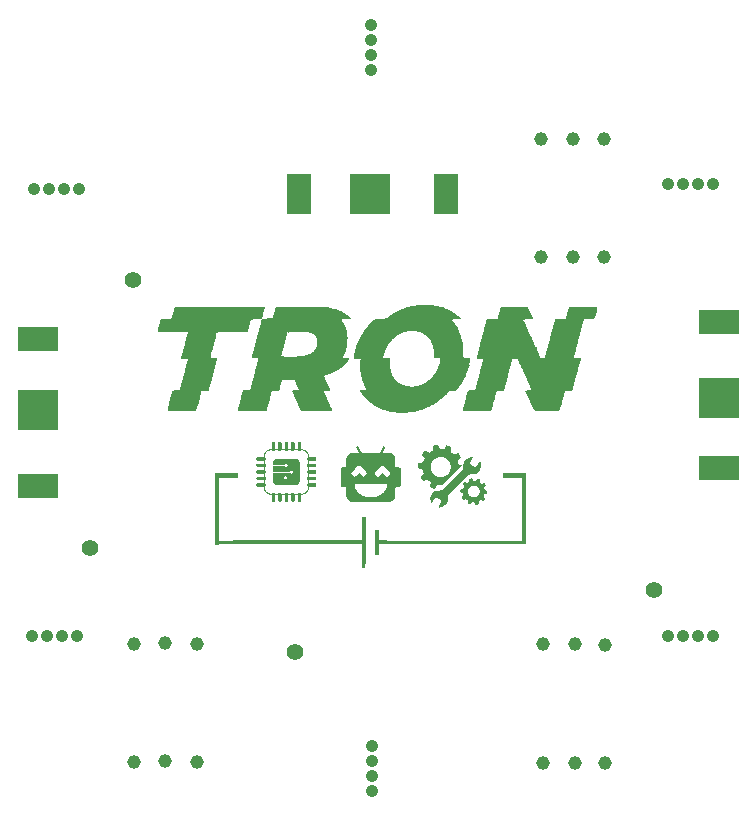
<source format=gts>
G04*
G04 #@! TF.GenerationSoftware,Altium Limited,Altium Designer,21.0.8 (223)*
G04*
G04 Layer_Color=8388736*
%FSLAX25Y25*%
%MOIN*%
G70*
G04*
G04 #@! TF.SameCoordinates,7D5CD3C5-D8CC-49FF-9A51-A3FBF932E8B6*
G04*
G04*
G04 #@! TF.FilePolarity,Negative*
G04*
G01*
G75*
%ADD13R,0.13189X0.13189*%
%ADD14R,0.08465X0.13189*%
%ADD15R,0.13189X0.13189*%
%ADD16R,0.13189X0.08465*%
%ADD17C,0.04528*%
%ADD18C,0.04134*%
%ADD19C,0.05591*%
G36*
X19886Y34326D02*
X20540D01*
Y34232D01*
X21008D01*
Y34139D01*
X21476D01*
Y34045D01*
X21943D01*
Y33952D01*
X22317D01*
Y33858D01*
X22972D01*
Y33765D01*
X23720D01*
Y33671D01*
Y33578D01*
X23814D01*
Y33484D01*
Y33391D01*
X24001D01*
Y33297D01*
X24375D01*
Y33204D01*
X24655D01*
Y33110D01*
X24842D01*
Y33017D01*
X25029D01*
Y32923D01*
X25216D01*
Y32829D01*
X25497D01*
Y32736D01*
X25684D01*
Y32642D01*
X25871D01*
Y32549D01*
X26058D01*
Y32456D01*
X26151D01*
Y32362D01*
X26338D01*
Y32268D01*
X26526D01*
Y32175D01*
X26713D01*
Y32081D01*
X26900D01*
Y31988D01*
X26993D01*
Y31894D01*
X27180D01*
Y31801D01*
X27274D01*
Y31707D01*
X27461D01*
Y31614D01*
X27554D01*
Y31520D01*
X27648D01*
Y31427D01*
X27741D01*
Y31333D01*
X27835D01*
Y31240D01*
X28022D01*
Y31146D01*
X28115D01*
Y31053D01*
X28209D01*
Y30959D01*
X28302D01*
Y30866D01*
X28396D01*
Y30772D01*
X28583D01*
Y30679D01*
X28770D01*
Y30585D01*
X28863D01*
Y30492D01*
X29050D01*
Y30398D01*
X29238D01*
Y30305D01*
Y30211D01*
X29331D01*
Y30117D01*
Y30024D01*
X29425D01*
Y29930D01*
Y29837D01*
X29518D01*
Y29743D01*
Y29650D01*
X27835D01*
Y29743D01*
X27461D01*
Y29650D01*
X26993D01*
Y29556D01*
X26900D01*
Y29463D01*
X26713D01*
Y29556D01*
X26526D01*
Y29650D01*
X26432D01*
Y29556D01*
Y29463D01*
X26526D01*
Y29369D01*
Y29276D01*
X26619D01*
Y29182D01*
Y29089D01*
X26713D01*
Y28995D01*
X26806D01*
Y28902D01*
X26900D01*
Y28808D01*
X26993D01*
Y28715D01*
X27087D01*
Y28621D01*
X27180D01*
Y28528D01*
X27274D01*
Y28434D01*
Y28341D01*
X27367D01*
Y28247D01*
X27461D01*
Y28154D01*
Y28060D01*
X27554D01*
Y27967D01*
Y27873D01*
X27648D01*
Y27780D01*
X27741D01*
Y27686D01*
Y27593D01*
X27835D01*
Y27499D01*
X27928D01*
Y27406D01*
X28022D01*
Y27312D01*
X28115D01*
Y27218D01*
X28209D01*
Y27125D01*
X28770D01*
Y27031D01*
Y26938D01*
X28583D01*
Y26844D01*
X28489D01*
Y26751D01*
Y26657D01*
X28583D01*
Y26564D01*
Y26470D01*
Y26377D01*
X28677D01*
Y26283D01*
Y26190D01*
Y26096D01*
X28770D01*
Y26003D01*
Y25909D01*
X28863D01*
Y25816D01*
Y25722D01*
Y25629D01*
X28957D01*
Y25535D01*
Y25442D01*
X29050D01*
Y25348D01*
Y25255D01*
Y25161D01*
X29144D01*
Y25068D01*
Y24974D01*
Y24881D01*
X29238D01*
Y24787D01*
Y24693D01*
Y24600D01*
X29331D01*
Y24507D01*
Y24413D01*
Y24319D01*
X29425D01*
Y24226D01*
Y24132D01*
Y24039D01*
X29518D01*
Y23945D01*
Y23852D01*
Y23758D01*
X29612D01*
Y23665D01*
Y23571D01*
Y23478D01*
X29705D01*
Y23384D01*
Y23291D01*
Y23197D01*
X29799D01*
Y23104D01*
Y23010D01*
Y22917D01*
Y22823D01*
X29892D01*
Y22730D01*
Y22636D01*
Y22543D01*
X29986D01*
Y22449D01*
Y22356D01*
Y22262D01*
Y22169D01*
X30079D01*
Y22075D01*
Y21982D01*
Y21888D01*
Y21794D01*
X30173D01*
Y21701D01*
Y21607D01*
Y21514D01*
Y21420D01*
Y21327D01*
X30266D01*
Y21233D01*
Y21140D01*
Y21046D01*
Y20953D01*
Y20859D01*
Y20766D01*
Y20672D01*
X30360D01*
Y20579D01*
Y20485D01*
Y20392D01*
Y20298D01*
Y20205D01*
Y20111D01*
Y20018D01*
Y19924D01*
Y19831D01*
Y19737D01*
Y19644D01*
Y19550D01*
Y19456D01*
Y19363D01*
Y19270D01*
Y19176D01*
Y19083D01*
Y18989D01*
Y18895D01*
Y18802D01*
Y18708D01*
Y18615D01*
Y18521D01*
Y18428D01*
Y18334D01*
Y18241D01*
Y18147D01*
Y18054D01*
Y17960D01*
Y17867D01*
Y17773D01*
Y17680D01*
Y17586D01*
Y17493D01*
Y17399D01*
Y17306D01*
Y17212D01*
Y17119D01*
Y17025D01*
Y16932D01*
X30547D01*
Y16838D01*
X31762D01*
Y16745D01*
X32511D01*
Y16651D01*
Y16557D01*
X32604D01*
Y16464D01*
Y16371D01*
Y16277D01*
Y16183D01*
Y16090D01*
Y15996D01*
X32511D01*
Y15903D01*
Y15809D01*
Y15716D01*
Y15622D01*
X32417D01*
Y15529D01*
Y15435D01*
Y15342D01*
Y15248D01*
Y15155D01*
Y15061D01*
X32324D01*
Y14968D01*
Y14874D01*
Y14781D01*
Y14687D01*
Y14594D01*
Y14500D01*
Y14407D01*
X32511D01*
Y14313D01*
X32604D01*
Y14220D01*
X32511D01*
Y14126D01*
X32324D01*
Y14032D01*
X32230D01*
Y13939D01*
Y13846D01*
Y13752D01*
X32137D01*
Y13658D01*
Y13565D01*
Y13471D01*
X32043D01*
Y13378D01*
Y13284D01*
Y13191D01*
X31950D01*
Y13097D01*
Y13004D01*
Y12910D01*
X31856D01*
Y12817D01*
Y12723D01*
Y12630D01*
X31762D01*
Y12536D01*
Y12443D01*
X31669D01*
Y12349D01*
Y12256D01*
Y12162D01*
X31576D01*
Y12069D01*
Y11975D01*
Y11882D01*
X31482D01*
Y11788D01*
Y11695D01*
X31389D01*
Y11601D01*
Y11508D01*
X31295D01*
Y11414D01*
Y11321D01*
X31201D01*
Y11227D01*
Y11134D01*
Y11040D01*
X31108D01*
Y10947D01*
Y10853D01*
Y10759D01*
Y10666D01*
X31201D01*
Y10572D01*
X31108D01*
Y10479D01*
Y10385D01*
X30921D01*
Y10292D01*
X30827D01*
Y10198D01*
X30734D01*
Y10105D01*
X30640D01*
Y10011D01*
Y9918D01*
X30547D01*
Y9824D01*
Y9731D01*
X30453D01*
Y9637D01*
Y9544D01*
Y9450D01*
X30360D01*
Y9357D01*
Y9263D01*
Y9170D01*
X30266D01*
Y9076D01*
Y8983D01*
X30173D01*
Y8889D01*
X30079D01*
Y8796D01*
Y8702D01*
X29986D01*
Y8608D01*
X29892D01*
Y8515D01*
Y8422D01*
X29799D01*
Y8328D01*
Y8234D01*
Y8141D01*
X29705D01*
Y8047D01*
X29612D01*
Y7954D01*
X29518D01*
Y7860D01*
X29425D01*
Y7767D01*
X29331D01*
Y7673D01*
X29238D01*
Y7580D01*
Y7486D01*
X29144D01*
Y7393D01*
X29050D01*
Y7299D01*
Y7206D01*
X28957D01*
Y7112D01*
X28863D01*
Y7019D01*
Y6925D01*
X28770D01*
Y6832D01*
Y6738D01*
X28677D01*
Y6645D01*
Y6551D01*
Y6458D01*
X28583D01*
Y6364D01*
X28489D01*
Y6271D01*
X28396D01*
Y6177D01*
X28209D01*
Y6084D01*
X28022D01*
Y5990D01*
X27835D01*
Y5897D01*
X27367D01*
Y5803D01*
X26526D01*
Y5709D01*
X25964D01*
Y5616D01*
X25497D01*
Y5522D01*
X25310D01*
Y5429D01*
X25216D01*
Y5335D01*
X25123D01*
Y5242D01*
X25029D01*
Y5148D01*
Y5055D01*
Y4961D01*
X24936D01*
Y4868D01*
Y4774D01*
Y4681D01*
Y4587D01*
X24842D01*
Y4494D01*
X24562D01*
Y4400D01*
X24281D01*
Y4307D01*
X24188D01*
Y4213D01*
X24094D01*
Y4120D01*
X24001D01*
Y4026D01*
X23907D01*
Y3933D01*
Y3839D01*
X23814D01*
Y3746D01*
X23720D01*
Y3652D01*
X23627D01*
Y3559D01*
X23533D01*
Y3465D01*
X23346D01*
Y3371D01*
X23253D01*
Y3278D01*
X23065D01*
Y3184D01*
X22972D01*
Y3091D01*
X22785D01*
Y2998D01*
X22691D01*
Y2904D01*
X22598D01*
Y2810D01*
X22504D01*
Y2717D01*
X22317D01*
Y2623D01*
X22224D01*
Y2530D01*
X22130D01*
Y2436D01*
X21943D01*
Y2343D01*
X21850D01*
Y2249D01*
X21756D01*
Y2156D01*
X21663D01*
Y2062D01*
X21569D01*
Y1969D01*
X21476D01*
Y1875D01*
X21382D01*
Y1782D01*
Y1688D01*
X21289D01*
Y1595D01*
Y1501D01*
X21102D01*
Y1595D01*
Y1688D01*
X21008D01*
Y1595D01*
X20821D01*
Y1501D01*
X20728D01*
Y1408D01*
X20540D01*
Y1314D01*
X20447D01*
Y1221D01*
X20260D01*
Y1127D01*
X20073D01*
Y1034D01*
X19886D01*
Y940D01*
X19699D01*
Y847D01*
X19512D01*
Y753D01*
X19325D01*
Y660D01*
X19138D01*
Y566D01*
X18857D01*
Y472D01*
X18670D01*
Y379D01*
X18483D01*
Y286D01*
X18296D01*
Y192D01*
X18109D01*
Y98D01*
X17922D01*
Y5D01*
X17735D01*
Y-89D01*
X17548D01*
Y-182D01*
X17361D01*
Y-276D01*
X17174D01*
Y-369D01*
X16893D01*
Y-463D01*
X16613D01*
Y-556D01*
X16145D01*
Y-650D01*
X15865D01*
Y-743D01*
X15678D01*
Y-837D01*
X15397D01*
Y-930D01*
X15023D01*
Y-1024D01*
X14555D01*
Y-1117D01*
X13994D01*
Y-1211D01*
X13433D01*
Y-1304D01*
X12778D01*
Y-1398D01*
X11843D01*
Y-1491D01*
X8009D01*
Y-1398D01*
X7168D01*
Y-1304D01*
X6513D01*
Y-1211D01*
X6045D01*
Y-1117D01*
X5578D01*
Y-1024D01*
X5204D01*
Y-930D01*
X4829D01*
Y-837D01*
X4456D01*
Y-743D01*
X4175D01*
Y-650D01*
X3894D01*
Y-556D01*
X3614D01*
Y-463D01*
X3333D01*
Y-369D01*
X3146D01*
Y-276D01*
X2866D01*
Y-182D01*
X2679D01*
Y-89D01*
X2492D01*
Y5D01*
X2211D01*
Y98D01*
X2024D01*
Y192D01*
X1837D01*
Y286D01*
X1650D01*
Y379D01*
X1463D01*
Y472D01*
X1369D01*
Y566D01*
X1182D01*
Y660D01*
X995D01*
Y753D01*
X808D01*
Y847D01*
X715D01*
Y940D01*
X528D01*
Y1034D01*
X434D01*
Y1127D01*
X247D01*
Y1221D01*
X154D01*
Y1314D01*
X-33D01*
Y1408D01*
X-127D01*
Y1501D01*
X-220D01*
Y1595D01*
X-407D01*
Y1688D01*
X-501D01*
Y1782D01*
X-594D01*
Y1875D01*
X-781D01*
Y1969D01*
X-875D01*
Y2062D01*
X-969D01*
Y2156D01*
X-1062D01*
Y2249D01*
X-1156D01*
Y2343D01*
X-1343D01*
Y2436D01*
X-1436D01*
Y2530D01*
X-1530D01*
Y2623D01*
X-1623D01*
Y2717D01*
X-1717D01*
Y2810D01*
X-1810D01*
Y2904D01*
X-1904D01*
Y2998D01*
X-1997D01*
Y3091D01*
X-2091D01*
Y3184D01*
X-2184D01*
Y3278D01*
X-2278D01*
Y3371D01*
X-2371D01*
Y3465D01*
X-2465D01*
Y3559D01*
X-2558D01*
Y3652D01*
X-2652D01*
Y3746D01*
Y3839D01*
X-2745D01*
Y3933D01*
X-2839D01*
Y4026D01*
X-2932D01*
Y4120D01*
X-3026D01*
Y4213D01*
X-3119D01*
Y4307D01*
Y4400D01*
X-3213D01*
Y4494D01*
X-3306D01*
Y4587D01*
X-3400D01*
Y4681D01*
X-3494D01*
Y4774D01*
Y4868D01*
X-3587D01*
Y4961D01*
X-3681D01*
Y5055D01*
X-3774D01*
Y5148D01*
Y5242D01*
X-3868D01*
Y5335D01*
X-3961D01*
Y5429D01*
Y5522D01*
X-4055D01*
Y5616D01*
Y5709D01*
Y5803D01*
Y5897D01*
Y5990D01*
X-1904D01*
Y6084D01*
X-1997D01*
Y6177D01*
Y6271D01*
X-2091D01*
Y6364D01*
Y6458D01*
X-2184D01*
Y6551D01*
Y6645D01*
X-2278D01*
Y6738D01*
Y6832D01*
X-2371D01*
Y6925D01*
Y7019D01*
X-2465D01*
Y7112D01*
Y7206D01*
X-2558D01*
Y7299D01*
Y7393D01*
X-2652D01*
Y7486D01*
Y7580D01*
X-2745D01*
Y7673D01*
Y7767D01*
Y7860D01*
X-2839D01*
Y7954D01*
Y8047D01*
X-2932D01*
Y8141D01*
Y8234D01*
Y8328D01*
X-3026D01*
Y8422D01*
Y8515D01*
X-3119D01*
Y8608D01*
Y8702D01*
Y8796D01*
X-3213D01*
Y8889D01*
Y8983D01*
Y9076D01*
X-3306D01*
Y9170D01*
Y9263D01*
Y9357D01*
Y9450D01*
X-3400D01*
Y9544D01*
Y9637D01*
Y9731D01*
X-3494D01*
Y9824D01*
Y9918D01*
Y10011D01*
Y10105D01*
X-3587D01*
Y10198D01*
Y10292D01*
Y10385D01*
Y10479D01*
X-3681D01*
Y10572D01*
Y10666D01*
Y10759D01*
Y10853D01*
Y10947D01*
X-3774D01*
Y11040D01*
Y11134D01*
Y11227D01*
Y11321D01*
Y11414D01*
Y11508D01*
X-3868D01*
Y11601D01*
Y11695D01*
Y11788D01*
Y11882D01*
Y11975D01*
Y12069D01*
Y12162D01*
X-3961D01*
Y12256D01*
Y12349D01*
Y12443D01*
Y12536D01*
Y12630D01*
Y12723D01*
Y12817D01*
Y12910D01*
Y13004D01*
Y13097D01*
Y13191D01*
Y13284D01*
Y13378D01*
X-4055D01*
Y13471D01*
Y13565D01*
Y13658D01*
Y13752D01*
Y13846D01*
Y13939D01*
Y14032D01*
Y14126D01*
Y14220D01*
Y14313D01*
Y14407D01*
Y14500D01*
Y14594D01*
Y14687D01*
Y14781D01*
Y14874D01*
Y14968D01*
Y15061D01*
Y15155D01*
Y15248D01*
X-3961D01*
Y15342D01*
Y15435D01*
Y15529D01*
Y15622D01*
Y15716D01*
Y15809D01*
Y15903D01*
Y15996D01*
Y16090D01*
Y16183D01*
X-3868D01*
Y16277D01*
Y16371D01*
Y16464D01*
Y16557D01*
X-6205D01*
Y16651D01*
Y16745D01*
Y16838D01*
Y16932D01*
Y17025D01*
Y17119D01*
Y17212D01*
Y17306D01*
X-6112D01*
Y17399D01*
Y17493D01*
Y17586D01*
Y17680D01*
Y17773D01*
Y17867D01*
X-6019D01*
Y17960D01*
Y18054D01*
Y18147D01*
Y18241D01*
Y18334D01*
X-5925D01*
Y18428D01*
Y18521D01*
Y18615D01*
Y18708D01*
X-5832D01*
Y18802D01*
Y18895D01*
Y18989D01*
Y19083D01*
X-5738D01*
Y19176D01*
Y19270D01*
Y19363D01*
Y19456D01*
X-5644D01*
Y19550D01*
Y19644D01*
Y19737D01*
X-5551D01*
Y19831D01*
Y19924D01*
Y20018D01*
X-5457D01*
Y20111D01*
Y20205D01*
Y20298D01*
X-5364D01*
Y20392D01*
Y20485D01*
Y20579D01*
Y20672D01*
X-5270D01*
Y20766D01*
Y20859D01*
Y20953D01*
X-5177D01*
Y21046D01*
Y21140D01*
X-5083D01*
Y21233D01*
Y21327D01*
Y21420D01*
X-4990D01*
Y21514D01*
Y21607D01*
X-4896D01*
Y21701D01*
Y21794D01*
X-4803D01*
Y21888D01*
Y21982D01*
Y22075D01*
X-4709D01*
Y22169D01*
Y22262D01*
X-4616D01*
Y22356D01*
Y22449D01*
Y22543D01*
X-4522D01*
Y22636D01*
Y22730D01*
X-4429D01*
Y22823D01*
Y22917D01*
X-4335D01*
Y23010D01*
Y23104D01*
X-4242D01*
Y23197D01*
Y23291D01*
X-4148D01*
Y23384D01*
Y23478D01*
X-4055D01*
Y23571D01*
Y23665D01*
X-3961D01*
Y23758D01*
Y23852D01*
X-3868D01*
Y23945D01*
Y24039D01*
X-3774D01*
Y24132D01*
X-3681D01*
Y24226D01*
Y24319D01*
X-3587D01*
Y24413D01*
Y24507D01*
X-3494D01*
Y24600D01*
X-3400D01*
Y24693D01*
Y24787D01*
X-3306D01*
Y24881D01*
X-3213D01*
Y24974D01*
Y25068D01*
X-3119D01*
Y25161D01*
Y25255D01*
X-3026D01*
Y25348D01*
X-2932D01*
Y25442D01*
Y25535D01*
X-2839D01*
Y25629D01*
X-2745D01*
Y25722D01*
Y25816D01*
X-2652D01*
Y25909D01*
X-2558D01*
Y26003D01*
X-2465D01*
Y26096D01*
Y26190D01*
X-2371D01*
Y26283D01*
X-2278D01*
Y26377D01*
X-2184D01*
Y26470D01*
Y26564D01*
X-2091D01*
Y26657D01*
X-1997D01*
Y26751D01*
Y26844D01*
X-1904D01*
Y26938D01*
X-1810D01*
Y27031D01*
X-1717D01*
Y27125D01*
X-1623D01*
Y27218D01*
X-1530D01*
Y27312D01*
X-1436D01*
Y27406D01*
Y27499D01*
X-1343D01*
Y27593D01*
X-1249D01*
Y27686D01*
X-1156D01*
Y27780D01*
X-1062D01*
Y27873D01*
X-969D01*
Y27967D01*
X-875D01*
Y28060D01*
X-781D01*
Y28154D01*
X-688D01*
Y28247D01*
X-594D01*
Y28341D01*
X-501D01*
Y28434D01*
X-407D01*
Y28528D01*
X-314D01*
Y28621D01*
X-220D01*
Y28715D01*
X-127D01*
Y28808D01*
X-33D01*
Y28902D01*
X60D01*
Y28995D01*
X154D01*
Y29089D01*
X247D01*
Y29182D01*
X341D01*
Y29276D01*
X434D01*
Y29369D01*
X528D01*
Y29463D01*
X621D01*
Y29556D01*
X808D01*
Y29650D01*
X995D01*
Y29743D01*
X1369D01*
Y29837D01*
X4362D01*
Y29930D01*
X4642D01*
Y30024D01*
X4829D01*
Y30117D01*
X5017D01*
Y30211D01*
X5110D01*
Y30305D01*
X5297D01*
Y30398D01*
X5391D01*
Y30492D01*
X5484D01*
Y30585D01*
X5671D01*
Y30679D01*
X5765D01*
Y30772D01*
X5858D01*
Y30866D01*
X6045D01*
Y30959D01*
X6139D01*
Y31053D01*
X6326D01*
Y31146D01*
X6419D01*
Y31240D01*
X6606D01*
Y31333D01*
X6700D01*
Y31427D01*
X6887D01*
Y31520D01*
X6980D01*
Y31614D01*
X7168D01*
Y31707D01*
X7355D01*
Y31801D01*
X7542D01*
Y31894D01*
X7635D01*
Y31988D01*
X7822D01*
Y32081D01*
X8009D01*
Y32175D01*
X8196D01*
Y32268D01*
X8383D01*
Y32362D01*
X8570D01*
Y32456D01*
X8757D01*
Y32549D01*
X8944D01*
Y32642D01*
X9131D01*
Y32736D01*
X9318D01*
Y32829D01*
X9599D01*
Y32923D01*
X9786D01*
Y33017D01*
X10067D01*
Y33110D01*
X10254D01*
Y33204D01*
X10534D01*
Y33297D01*
X10721D01*
Y33391D01*
X11002D01*
Y33484D01*
X11282D01*
Y33578D01*
X11563D01*
Y33671D01*
X11937D01*
Y33765D01*
X12311D01*
Y33858D01*
X12592D01*
Y33952D01*
X13059D01*
Y34045D01*
X13433D01*
Y34139D01*
X13901D01*
Y34232D01*
X14462D01*
Y34326D01*
X15584D01*
Y34419D01*
X19886D01*
Y34326D01*
D02*
G37*
G36*
X-17615Y33765D02*
X-15838D01*
Y33671D01*
X-15090D01*
Y33578D01*
X-14529D01*
Y33484D01*
X-14061D01*
Y33391D01*
X-13687D01*
Y33297D01*
X-13313D01*
Y33204D01*
X-12939D01*
Y33110D01*
X-12471D01*
Y33017D01*
X-12097D01*
Y32923D01*
X-11817D01*
Y32829D01*
X-11536D01*
Y32736D01*
X-11349D01*
Y32642D01*
X-11068D01*
Y32549D01*
X-10881D01*
Y32456D01*
X-10694D01*
Y32362D01*
X-10507D01*
Y32268D01*
X-10227D01*
Y32175D01*
X-10040D01*
Y32081D01*
X-9853D01*
Y31988D01*
X-9759D01*
Y31894D01*
X-9572D01*
Y31801D01*
X-9385D01*
Y31707D01*
X-9198D01*
Y31614D01*
X-9105D01*
Y31520D01*
X-8918D01*
Y31427D01*
X-8824D01*
Y31333D01*
X-8637D01*
Y31240D01*
X-8544D01*
Y31146D01*
X-8450D01*
Y31053D01*
X-8263D01*
Y30959D01*
X-8169D01*
Y30866D01*
X-8076D01*
Y30772D01*
X-7982D01*
Y30679D01*
X-7889D01*
Y30585D01*
X-7702D01*
Y30492D01*
X-7608D01*
Y30398D01*
X-7515D01*
Y30305D01*
X-7421D01*
Y30211D01*
X-7234D01*
Y30117D01*
X-7141D01*
Y30024D01*
Y29930D01*
Y29837D01*
X-7234D01*
Y29743D01*
X-7421D01*
Y29650D01*
X-10040D01*
Y29556D01*
X-10320D01*
Y29463D01*
X-10227D01*
Y29369D01*
X-10133D01*
Y29276D01*
X-10040D01*
Y29182D01*
Y29089D01*
X-9946D01*
Y28995D01*
Y28902D01*
X-9853D01*
Y28808D01*
Y28715D01*
X-9759D01*
Y28621D01*
Y28528D01*
X-9666D01*
Y28434D01*
Y28341D01*
X-9572D01*
Y28247D01*
Y28154D01*
X-9479D01*
Y28060D01*
Y27967D01*
X-9385D01*
Y27873D01*
X-9292D01*
Y27780D01*
Y27686D01*
X-9198D01*
Y27593D01*
Y27499D01*
X-9105D01*
Y27406D01*
X-9011D01*
Y27312D01*
Y27218D01*
X-8918D01*
Y27125D01*
X-8824D01*
Y27031D01*
X-8731D01*
Y26938D01*
Y26844D01*
X-8918D01*
Y26751D01*
Y26657D01*
Y26564D01*
X-8824D01*
Y26470D01*
Y26377D01*
X-8731D01*
Y26283D01*
X-8637D01*
Y26190D01*
Y26096D01*
X-8544D01*
Y26003D01*
Y25909D01*
X-8450D01*
Y25816D01*
Y25722D01*
Y25629D01*
Y25535D01*
Y25442D01*
Y25348D01*
Y25255D01*
Y25161D01*
Y25068D01*
Y24974D01*
Y24881D01*
Y24787D01*
Y24693D01*
X-8356D01*
Y24600D01*
Y24507D01*
Y24413D01*
Y24319D01*
Y24226D01*
Y24132D01*
Y24039D01*
Y23945D01*
Y23852D01*
Y23758D01*
X-8263D01*
Y23665D01*
Y23571D01*
Y23478D01*
Y23384D01*
X-8169D01*
Y23291D01*
X-8263D01*
Y23197D01*
Y23104D01*
Y23010D01*
Y22917D01*
X-8356D01*
Y22823D01*
Y22730D01*
Y22636D01*
Y22543D01*
Y22449D01*
Y22356D01*
Y22262D01*
Y22169D01*
Y22075D01*
Y21982D01*
Y21888D01*
Y21794D01*
Y21701D01*
Y21607D01*
Y21514D01*
X-8450D01*
Y21420D01*
Y21327D01*
Y21233D01*
Y21140D01*
Y21046D01*
Y20953D01*
Y20859D01*
Y20766D01*
Y20672D01*
X-8544D01*
Y20579D01*
Y20485D01*
Y20392D01*
Y20298D01*
Y20205D01*
Y20111D01*
X-8637D01*
Y20018D01*
Y19924D01*
Y19831D01*
Y19737D01*
X-8731D01*
Y19644D01*
Y19550D01*
Y19456D01*
X-8824D01*
Y19363D01*
Y19270D01*
Y19176D01*
X-8918D01*
Y19083D01*
Y18989D01*
Y18895D01*
X-9011D01*
Y18802D01*
Y18708D01*
Y18615D01*
X-9105D01*
Y18521D01*
Y18428D01*
Y18334D01*
X-9198D01*
Y18241D01*
Y18147D01*
X-9292D01*
Y18054D01*
Y17960D01*
X-9385D01*
Y17867D01*
Y17773D01*
Y17680D01*
X-9479D01*
Y17586D01*
Y17493D01*
X-9572D01*
Y17399D01*
Y17306D01*
X-9666D01*
Y17212D01*
Y17119D01*
Y17025D01*
X-9759D01*
Y16932D01*
Y16838D01*
X-7795D01*
Y16745D01*
X-7702D01*
Y16651D01*
Y16557D01*
Y16464D01*
X-7795D01*
Y16371D01*
Y16277D01*
Y16183D01*
X-7889D01*
Y16090D01*
Y15996D01*
X-7982D01*
Y15903D01*
X-8076D01*
Y15809D01*
Y15716D01*
X-8169D01*
Y15622D01*
X-8263D01*
Y15529D01*
X-8356D01*
Y15435D01*
X-8450D01*
Y15342D01*
X-8544D01*
Y15248D01*
Y15155D01*
X-8637D01*
Y15061D01*
X-8731D01*
Y14968D01*
X-8824D01*
Y14874D01*
X-8918D01*
Y14781D01*
X-9011D01*
Y14687D01*
X-9105D01*
Y14594D01*
Y14500D01*
X-9198D01*
Y14407D01*
X-9385D01*
Y14313D01*
X-9479D01*
Y14220D01*
X-9572D01*
Y14126D01*
X-9666D01*
Y14032D01*
X-9759D01*
Y13939D01*
X-9853D01*
Y13846D01*
X-9946D01*
Y13752D01*
X-10040D01*
Y13658D01*
X-10133D01*
Y13565D01*
X-10227D01*
Y13471D01*
X-10414D01*
Y13378D01*
X-10601D01*
Y13284D01*
X-10694D01*
Y13191D01*
X-10881D01*
Y13097D01*
X-10975D01*
Y13004D01*
X-11162D01*
Y12910D01*
X-11255D01*
Y12817D01*
X-11349D01*
Y12723D01*
X-11536D01*
Y12630D01*
X-11630D01*
Y12536D01*
X-11817D01*
Y12443D01*
X-12004D01*
Y12349D01*
X-12191D01*
Y12256D01*
X-12378D01*
Y12162D01*
X-12565D01*
Y12069D01*
X-12845D01*
Y11975D01*
X-13032D01*
Y11882D01*
X-13219D01*
Y11788D01*
X-13406D01*
Y11695D01*
X-13593D01*
Y11601D01*
X-13780D01*
Y11508D01*
X-14061D01*
Y11414D01*
X-14342D01*
Y11321D01*
X-14622D01*
Y11227D01*
X-14903D01*
Y11134D01*
X-15183D01*
Y11040D01*
X-15464D01*
Y10947D01*
X-15651D01*
Y10853D01*
X-15931D01*
Y10759D01*
X-16025D01*
Y10666D01*
Y10572D01*
X-15931D01*
Y10479D01*
Y10385D01*
Y10292D01*
X-15838D01*
Y10198D01*
Y10105D01*
Y10011D01*
X-15744D01*
Y9918D01*
Y9824D01*
X-15651D01*
Y9731D01*
Y9637D01*
Y9544D01*
X-15557D01*
Y9450D01*
Y9357D01*
X-15464D01*
Y9263D01*
Y9170D01*
X-15370D01*
Y9076D01*
Y8983D01*
X-15277D01*
Y8889D01*
Y8796D01*
X-15183D01*
Y8702D01*
Y8608D01*
X-15090D01*
Y8515D01*
Y8422D01*
Y8328D01*
X-14996D01*
Y8234D01*
Y8141D01*
X-14903D01*
Y8047D01*
Y7954D01*
X-14809D01*
Y7860D01*
Y7767D01*
X-14716D01*
Y7673D01*
Y7580D01*
X-14622D01*
Y7486D01*
Y7393D01*
X-14529D01*
Y7299D01*
Y7206D01*
X-14435D01*
Y7112D01*
Y7019D01*
X-14342D01*
Y6925D01*
Y6832D01*
X-14248D01*
Y6738D01*
Y6645D01*
Y6551D01*
X-14154D01*
Y6458D01*
Y6364D01*
X-14061D01*
Y6271D01*
Y6177D01*
X-13968D01*
Y6084D01*
Y5990D01*
Y5897D01*
X-14342D01*
Y5803D01*
X-15464D01*
Y5709D01*
X-15651D01*
Y5616D01*
X-15744D01*
Y5522D01*
X-15931D01*
Y5616D01*
X-16118D01*
Y5709D01*
X-16212D01*
Y5616D01*
Y5522D01*
X-16118D01*
Y5429D01*
Y5335D01*
X-16025D01*
Y5242D01*
Y5148D01*
Y5055D01*
X-15931D01*
Y4961D01*
Y4868D01*
X-15838D01*
Y4774D01*
X-15744D01*
Y4681D01*
X-15651D01*
Y4587D01*
Y4494D01*
X-15557D01*
Y4400D01*
Y4307D01*
Y4213D01*
Y4120D01*
X-15464D01*
Y4026D01*
X-15370D01*
Y3933D01*
X-15277D01*
Y3839D01*
X-15183D01*
Y3746D01*
Y3652D01*
Y3559D01*
X-15090D01*
Y3465D01*
Y3371D01*
Y3278D01*
Y3184D01*
Y3091D01*
X-14996D01*
Y2998D01*
Y2904D01*
X-14903D01*
Y2810D01*
Y2717D01*
X-14809D01*
Y2623D01*
Y2530D01*
X-14716D01*
Y2436D01*
Y2343D01*
X-14622D01*
Y2249D01*
Y2156D01*
X-14529D01*
Y2062D01*
Y1969D01*
Y1875D01*
X-14435D01*
Y1782D01*
Y1688D01*
X-14342D01*
Y1595D01*
Y1501D01*
Y1408D01*
X-14248D01*
Y1314D01*
Y1221D01*
X-14154D01*
Y1127D01*
Y1034D01*
Y940D01*
X-14061D01*
Y847D01*
Y753D01*
X-13968D01*
Y660D01*
Y566D01*
X-13874D01*
Y472D01*
Y379D01*
Y286D01*
X-13780D01*
Y192D01*
Y98D01*
X-13687D01*
Y5D01*
Y-89D01*
X-13593D01*
Y-182D01*
Y-276D01*
X-13500D01*
Y-369D01*
Y-463D01*
X-13406D01*
Y-556D01*
Y-650D01*
Y-743D01*
Y-837D01*
X-13874D01*
Y-930D01*
X-23506D01*
Y-837D01*
X-23787D01*
Y-743D01*
X-23974D01*
Y-650D01*
Y-556D01*
X-24067D01*
Y-463D01*
Y-369D01*
X-24161D01*
Y-276D01*
Y-182D01*
X-24254D01*
Y-89D01*
Y5D01*
Y98D01*
X-24348D01*
Y192D01*
Y286D01*
X-24441D01*
Y379D01*
Y472D01*
X-24535D01*
Y566D01*
Y660D01*
Y753D01*
X-24629D01*
Y847D01*
Y940D01*
X-24722D01*
Y1034D01*
Y1127D01*
X-24815D01*
Y1221D01*
Y1314D01*
Y1408D01*
X-24909D01*
Y1501D01*
Y1595D01*
X-25003D01*
Y1688D01*
Y1782D01*
X-25096D01*
Y1875D01*
Y1969D01*
Y2062D01*
X-25190D01*
Y2156D01*
Y2249D01*
X-25283D01*
Y2343D01*
Y2436D01*
X-25377D01*
Y2530D01*
Y2623D01*
Y2717D01*
X-25470D01*
Y2810D01*
Y2904D01*
X-25564D01*
Y2998D01*
Y3091D01*
X-25657D01*
Y3184D01*
Y3278D01*
Y3371D01*
X-25751D01*
Y3465D01*
Y3559D01*
X-25844D01*
Y3652D01*
Y3746D01*
X-25938D01*
Y3839D01*
Y3933D01*
Y4026D01*
X-26031D01*
Y4120D01*
Y4213D01*
X-26125D01*
Y4307D01*
Y4400D01*
X-26218D01*
Y4494D01*
Y4587D01*
X-26312D01*
Y4681D01*
Y4774D01*
Y4868D01*
X-26405D01*
Y4961D01*
Y5055D01*
X-26499D01*
Y5148D01*
Y5242D01*
X-26592D01*
Y5335D01*
Y5429D01*
Y5522D01*
X-26686D01*
Y5616D01*
Y5709D01*
Y5803D01*
Y5897D01*
X-26405D01*
Y5990D01*
X-24722D01*
Y6084D01*
X-24535D01*
Y6177D01*
Y6271D01*
X-24629D01*
Y6364D01*
Y6458D01*
X-24722D01*
Y6551D01*
Y6645D01*
X-24815D01*
Y6738D01*
Y6832D01*
Y6925D01*
X-24909D01*
Y7019D01*
Y7112D01*
X-25003D01*
Y7206D01*
Y7299D01*
X-25096D01*
Y7393D01*
Y7486D01*
Y7580D01*
X-25190D01*
Y7673D01*
Y7767D01*
X-25283D01*
Y7860D01*
Y7954D01*
X-25377D01*
Y8047D01*
Y8141D01*
Y8234D01*
X-25470D01*
Y8328D01*
Y8422D01*
X-25564D01*
Y8515D01*
Y8608D01*
X-25657D01*
Y8702D01*
Y8796D01*
Y8889D01*
X-25751D01*
Y8983D01*
Y9076D01*
X-25844D01*
Y9170D01*
Y9263D01*
X-25938D01*
Y9357D01*
Y9450D01*
Y9544D01*
X-29211D01*
Y9450D01*
X-29585D01*
Y9357D01*
X-29865D01*
Y9263D01*
X-29959D01*
Y9357D01*
X-30146D01*
Y9263D01*
Y9170D01*
Y9076D01*
X-30239D01*
Y8983D01*
Y8889D01*
Y8796D01*
Y8702D01*
X-30333D01*
Y8608D01*
Y8515D01*
Y8422D01*
Y8328D01*
Y8234D01*
X-30426D01*
Y8141D01*
Y8047D01*
Y7954D01*
Y7860D01*
Y7767D01*
X-30520D01*
Y7673D01*
Y7580D01*
X-30614D01*
Y7486D01*
Y7393D01*
Y7299D01*
X-30707D01*
Y7206D01*
Y7112D01*
X-30801D01*
Y7019D01*
Y6925D01*
Y6832D01*
Y6738D01*
Y6645D01*
Y6551D01*
Y6458D01*
Y6364D01*
Y6271D01*
X-30894D01*
Y6177D01*
Y6084D01*
X-31081D01*
Y5990D01*
X-31175D01*
Y5897D01*
X-31455D01*
Y5803D01*
X-32110D01*
Y5709D01*
X-33045D01*
Y5616D01*
X-33232D01*
Y5709D01*
X-33513D01*
Y5616D01*
Y5522D01*
X-33606D01*
Y5429D01*
Y5335D01*
Y5242D01*
Y5148D01*
X-33700D01*
Y5055D01*
Y4961D01*
Y4868D01*
Y4774D01*
X-33793D01*
Y4681D01*
Y4587D01*
Y4494D01*
Y4400D01*
X-33887D01*
Y4307D01*
Y4213D01*
Y4120D01*
Y4026D01*
X-33980D01*
Y3933D01*
Y3839D01*
Y3746D01*
X-34074D01*
Y3652D01*
Y3559D01*
Y3465D01*
Y3371D01*
X-34167D01*
Y3278D01*
Y3184D01*
Y3091D01*
Y2998D01*
Y2904D01*
X-33980D01*
Y2810D01*
X-33887D01*
Y2717D01*
Y2623D01*
X-34261D01*
Y2530D01*
X-34354D01*
Y2436D01*
X-34448D01*
Y2343D01*
X-34354D01*
Y2249D01*
Y2156D01*
Y2062D01*
X-34448D01*
Y1969D01*
X-34541D01*
Y1875D01*
Y1782D01*
Y1688D01*
Y1595D01*
Y1501D01*
X-34635D01*
Y1408D01*
Y1314D01*
Y1221D01*
Y1127D01*
Y1034D01*
Y940D01*
X-34728D01*
Y847D01*
Y753D01*
X-34822D01*
Y660D01*
Y566D01*
X-34915D01*
Y472D01*
Y379D01*
Y286D01*
X-35009D01*
Y192D01*
Y98D01*
Y5D01*
Y-89D01*
X-35102D01*
Y-182D01*
Y-276D01*
Y-369D01*
Y-463D01*
Y-556D01*
Y-650D01*
X-35196D01*
Y-743D01*
Y-837D01*
X-44828D01*
Y-743D01*
Y-650D01*
Y-556D01*
Y-463D01*
Y-369D01*
X-44735D01*
Y-276D01*
Y-182D01*
Y-89D01*
Y5D01*
X-44641D01*
Y98D01*
Y192D01*
Y286D01*
Y379D01*
X-44548D01*
Y472D01*
Y566D01*
Y660D01*
Y753D01*
X-44454D01*
Y847D01*
Y940D01*
Y1034D01*
Y1127D01*
X-44361D01*
Y1221D01*
Y1314D01*
Y1408D01*
Y1501D01*
X-44267D01*
Y1595D01*
Y1688D01*
Y1782D01*
X-44174D01*
Y1875D01*
Y1969D01*
Y2062D01*
Y2156D01*
X-44080D01*
Y2249D01*
Y2343D01*
Y2436D01*
Y2530D01*
X-43987D01*
Y2623D01*
Y2717D01*
Y2810D01*
Y2904D01*
X-43893D01*
Y2998D01*
Y3091D01*
Y3184D01*
Y3278D01*
X-43799D01*
Y3371D01*
Y3465D01*
Y3559D01*
X-43706D01*
Y3652D01*
Y3746D01*
Y3839D01*
Y3933D01*
X-43613D01*
Y4026D01*
Y4120D01*
Y4213D01*
Y4307D01*
X-43519D01*
Y4400D01*
Y4494D01*
Y4587D01*
X-43426D01*
Y4681D01*
Y4774D01*
Y4868D01*
Y4961D01*
X-43332D01*
Y5055D01*
Y5148D01*
Y5242D01*
Y5335D01*
X-43238D01*
Y5429D01*
Y5522D01*
Y5616D01*
Y5709D01*
X-43145D01*
Y5803D01*
Y5897D01*
X-43051D01*
Y5990D01*
X-40994D01*
Y6084D01*
X-40807D01*
Y6177D01*
X-40714D01*
Y6271D01*
X-40620D01*
Y6364D01*
Y6458D01*
Y6551D01*
X-40526D01*
Y6645D01*
Y6738D01*
Y6832D01*
X-40433D01*
Y6925D01*
Y7019D01*
Y7112D01*
Y7206D01*
X-40339D01*
Y7299D01*
Y7393D01*
Y7486D01*
Y7580D01*
X-40246D01*
Y7673D01*
Y7767D01*
Y7860D01*
Y7954D01*
X-40152D01*
Y8047D01*
Y8141D01*
Y8234D01*
Y8328D01*
X-40059D01*
Y8422D01*
Y8515D01*
Y8608D01*
X-39965D01*
Y8702D01*
Y8796D01*
Y8889D01*
Y8983D01*
X-39872D01*
Y9076D01*
Y9170D01*
Y9263D01*
Y9357D01*
X-39778D01*
Y9450D01*
Y9544D01*
Y9637D01*
Y9731D01*
X-39685D01*
Y9824D01*
Y9918D01*
Y10011D01*
Y10105D01*
X-39591D01*
Y10198D01*
Y10292D01*
Y10385D01*
X-39498D01*
Y10479D01*
Y10572D01*
Y10666D01*
Y10759D01*
X-39404D01*
Y10853D01*
Y10947D01*
Y11040D01*
Y11134D01*
X-39311D01*
Y11227D01*
Y11321D01*
Y11414D01*
Y11508D01*
X-39217D01*
Y11601D01*
Y11695D01*
Y11788D01*
Y11882D01*
X-39124D01*
Y11975D01*
Y12069D01*
Y12162D01*
X-39030D01*
Y12256D01*
Y12349D01*
Y12443D01*
Y12536D01*
X-38937D01*
Y12630D01*
Y12723D01*
Y12817D01*
Y12910D01*
X-38843D01*
Y13004D01*
Y13097D01*
Y13191D01*
Y13284D01*
X-38750D01*
Y13378D01*
Y13471D01*
Y13565D01*
X-38656D01*
Y13658D01*
Y13752D01*
Y13846D01*
Y13939D01*
X-38563D01*
Y14032D01*
Y14126D01*
Y14220D01*
Y14313D01*
X-38469D01*
Y14407D01*
Y14500D01*
Y14594D01*
Y14687D01*
X-38375D01*
Y14781D01*
Y14874D01*
Y14968D01*
X-38282D01*
Y15061D01*
Y15155D01*
Y15248D01*
Y15342D01*
X-38188D01*
Y15435D01*
Y15529D01*
Y15622D01*
Y15716D01*
X-38095D01*
Y15809D01*
Y15903D01*
Y15996D01*
Y16090D01*
X-38001D01*
Y16183D01*
Y16277D01*
Y16371D01*
Y16464D01*
Y16557D01*
Y16651D01*
X-40246D01*
Y16745D01*
Y16838D01*
X-40152D01*
Y16932D01*
Y17025D01*
Y17119D01*
Y17212D01*
Y17306D01*
X-40059D01*
Y17399D01*
Y17493D01*
Y17586D01*
Y17680D01*
X-39965D01*
Y17773D01*
Y17867D01*
Y17960D01*
X-39872D01*
Y18054D01*
Y18147D01*
Y18241D01*
Y18334D01*
X-39778D01*
Y18428D01*
Y18521D01*
Y18615D01*
Y18708D01*
X-39685D01*
Y18802D01*
Y18895D01*
Y18989D01*
Y19083D01*
X-39591D01*
Y19176D01*
Y19270D01*
Y19363D01*
X-39498D01*
Y19456D01*
Y19550D01*
Y19644D01*
Y19737D01*
X-39404D01*
Y19831D01*
Y19924D01*
Y20018D01*
Y20111D01*
X-39311D01*
Y20205D01*
Y20298D01*
Y20392D01*
Y20485D01*
X-39217D01*
Y20579D01*
Y20672D01*
Y20766D01*
Y20859D01*
X-39124D01*
Y20953D01*
Y21046D01*
Y21140D01*
X-39030D01*
Y21233D01*
Y21327D01*
Y21420D01*
Y21514D01*
X-38937D01*
Y21607D01*
Y21701D01*
Y21794D01*
Y21888D01*
X-38843D01*
Y21982D01*
Y22075D01*
Y22169D01*
Y22262D01*
X-38750D01*
Y22356D01*
Y22449D01*
Y22543D01*
Y22636D01*
X-38656D01*
Y22730D01*
Y22823D01*
Y22917D01*
X-38563D01*
Y23010D01*
Y23104D01*
Y23197D01*
Y23291D01*
X-38469D01*
Y23384D01*
Y23478D01*
Y23571D01*
Y23665D01*
X-38375D01*
Y23758D01*
Y23852D01*
Y23945D01*
Y24039D01*
X-38282D01*
Y24132D01*
Y24226D01*
Y24319D01*
X-38188D01*
Y24413D01*
Y24507D01*
Y24600D01*
Y24693D01*
X-38095D01*
Y24787D01*
Y24881D01*
Y24974D01*
Y25068D01*
X-38001D01*
Y25161D01*
Y25255D01*
Y25348D01*
Y25442D01*
X-37908D01*
Y25535D01*
Y25629D01*
Y25722D01*
Y25816D01*
X-37814D01*
Y25909D01*
Y26003D01*
Y26096D01*
X-37721D01*
Y26190D01*
Y26283D01*
Y26377D01*
Y26470D01*
X-37627D01*
Y26564D01*
Y26657D01*
Y26751D01*
Y26844D01*
X-37534D01*
Y26938D01*
Y27031D01*
Y27125D01*
Y27218D01*
X-37440D01*
Y27312D01*
Y27406D01*
Y27499D01*
Y27593D01*
X-37347D01*
Y27686D01*
Y27780D01*
Y27873D01*
X-37253D01*
Y27967D01*
Y28060D01*
Y28154D01*
Y28247D01*
X-37160D01*
Y28341D01*
Y28434D01*
Y28528D01*
Y28621D01*
X-37066D01*
Y28715D01*
Y28808D01*
Y28902D01*
Y28995D01*
X-36973D01*
Y29089D01*
Y29182D01*
Y29276D01*
Y29369D01*
X-36879D01*
Y29463D01*
Y29556D01*
Y29650D01*
X-39685D01*
Y29556D01*
X-40433D01*
Y29463D01*
X-40526D01*
Y29369D01*
Y29276D01*
Y29182D01*
Y29089D01*
X-40620D01*
Y28995D01*
Y28902D01*
Y28808D01*
Y28715D01*
X-40714D01*
Y28621D01*
Y28528D01*
Y28434D01*
Y28341D01*
X-40807D01*
Y28247D01*
Y28154D01*
Y28060D01*
Y27967D01*
X-40900D01*
Y27873D01*
Y27780D01*
Y27686D01*
Y27593D01*
X-40994D01*
Y27499D01*
Y27406D01*
Y27312D01*
Y27218D01*
X-41087D01*
Y27125D01*
Y27031D01*
Y26938D01*
X-41181D01*
Y26844D01*
Y26751D01*
Y26657D01*
Y26564D01*
X-41275D01*
Y26470D01*
Y26377D01*
Y26283D01*
Y26190D01*
X-41368D01*
Y26096D01*
Y26003D01*
Y25909D01*
Y25816D01*
X-41462D01*
Y25722D01*
Y25629D01*
X-41555D01*
Y25535D01*
Y25442D01*
X-41742D01*
Y25348D01*
X-50439D01*
Y25255D01*
X-51281D01*
Y25161D01*
X-51561D01*
Y25068D01*
X-51842D01*
Y24974D01*
X-51936D01*
Y24881D01*
Y24787D01*
Y24693D01*
Y24600D01*
Y24507D01*
X-52029D01*
Y24413D01*
Y24319D01*
Y24226D01*
Y24132D01*
X-52123D01*
Y24039D01*
Y23945D01*
Y23852D01*
Y23758D01*
Y23665D01*
Y23571D01*
Y23478D01*
Y23384D01*
Y23291D01*
Y23197D01*
X-52216D01*
Y23104D01*
X-52310D01*
Y23010D01*
X-52403D01*
Y22917D01*
Y22823D01*
X-52497D01*
Y22730D01*
Y22636D01*
Y22543D01*
X-52590D01*
Y22449D01*
Y22356D01*
Y22262D01*
Y22169D01*
Y22075D01*
Y21982D01*
X-52684D01*
Y21888D01*
Y21794D01*
Y21701D01*
Y21607D01*
Y21514D01*
X-52777D01*
Y21420D01*
Y21327D01*
Y21233D01*
Y21140D01*
Y21046D01*
Y20953D01*
Y20859D01*
X-52964D01*
Y20766D01*
X-53058D01*
Y20672D01*
X-53151D01*
Y20579D01*
Y20485D01*
Y20392D01*
Y20298D01*
Y20205D01*
Y20111D01*
Y20018D01*
Y19924D01*
X-53245D01*
Y19831D01*
Y19737D01*
Y19644D01*
Y19550D01*
X-53338D01*
Y19456D01*
Y19363D01*
Y19270D01*
X-53432D01*
Y19176D01*
Y19083D01*
Y18989D01*
X-53525D01*
Y18895D01*
Y18802D01*
Y18708D01*
Y18615D01*
X-53619D01*
Y18521D01*
Y18428D01*
Y18334D01*
X-53712D01*
Y18241D01*
Y18147D01*
Y18054D01*
Y17960D01*
X-53806D01*
Y17867D01*
Y17773D01*
Y17680D01*
Y17586D01*
X-53899D01*
Y17493D01*
Y17399D01*
Y17306D01*
Y17212D01*
X-53993D01*
Y17119D01*
Y17025D01*
Y16932D01*
X-53712D01*
Y16838D01*
X-53058D01*
Y16745D01*
X-51842D01*
Y16651D01*
Y16557D01*
X-51749D01*
Y16464D01*
Y16371D01*
Y16277D01*
Y16183D01*
Y16090D01*
X-51842D01*
Y15996D01*
Y15903D01*
X-51936D01*
Y15809D01*
Y15716D01*
X-52029D01*
Y15622D01*
Y15529D01*
Y15435D01*
Y15342D01*
Y15248D01*
Y15155D01*
Y15061D01*
Y14968D01*
Y14874D01*
X-52123D01*
Y14781D01*
Y14687D01*
Y14594D01*
X-52216D01*
Y14500D01*
Y14407D01*
Y14313D01*
X-52310D01*
Y14220D01*
Y14126D01*
Y14032D01*
Y13939D01*
X-52403D01*
Y13846D01*
Y13752D01*
Y13658D01*
X-52497D01*
Y13565D01*
Y13471D01*
Y13378D01*
Y13284D01*
X-52590D01*
Y13191D01*
Y13097D01*
Y13004D01*
X-52684D01*
Y12910D01*
Y12817D01*
Y12723D01*
Y12630D01*
X-52777D01*
Y12536D01*
Y12443D01*
Y12349D01*
Y12256D01*
X-52871D01*
Y12162D01*
Y12069D01*
Y11975D01*
Y11882D01*
X-52964D01*
Y11788D01*
Y11695D01*
Y11601D01*
X-53058D01*
Y11508D01*
Y11414D01*
Y11321D01*
Y11227D01*
X-53151D01*
Y11134D01*
Y11040D01*
Y10947D01*
Y10853D01*
X-53245D01*
Y10759D01*
Y10666D01*
Y10572D01*
Y10479D01*
X-53338D01*
Y10385D01*
Y10292D01*
Y10198D01*
X-53432D01*
Y10105D01*
Y10011D01*
Y9918D01*
Y9824D01*
Y9731D01*
Y9637D01*
Y9544D01*
Y9450D01*
Y9357D01*
X-53525D01*
Y9263D01*
Y9170D01*
X-53619D01*
Y9076D01*
Y8983D01*
X-53712D01*
Y8889D01*
Y8796D01*
X-53806D01*
Y8702D01*
Y8608D01*
Y8515D01*
Y8422D01*
X-53899D01*
Y8328D01*
Y8234D01*
Y8141D01*
Y8047D01*
X-53993D01*
Y7954D01*
Y7860D01*
Y7767D01*
X-54087D01*
Y7673D01*
Y7580D01*
Y7486D01*
Y7393D01*
X-54180D01*
Y7299D01*
Y7206D01*
Y7112D01*
X-54273D01*
Y7019D01*
Y6925D01*
Y6832D01*
Y6738D01*
X-54367D01*
Y6645D01*
Y6551D01*
Y6458D01*
X-54461D01*
Y6364D01*
Y6271D01*
Y6177D01*
Y6084D01*
X-54554D01*
Y5990D01*
Y5897D01*
X-55209D01*
Y5803D01*
X-55957D01*
Y5709D01*
X-56611D01*
Y5616D01*
X-56985D01*
Y5522D01*
X-57079D01*
Y5429D01*
Y5335D01*
Y5242D01*
Y5148D01*
Y5055D01*
Y4961D01*
X-57173D01*
Y4868D01*
Y4774D01*
Y4681D01*
X-57266D01*
Y4587D01*
Y4494D01*
Y4400D01*
X-57360D01*
Y4307D01*
Y4213D01*
Y4120D01*
X-57453D01*
Y4026D01*
Y3933D01*
Y3839D01*
X-57547D01*
Y3746D01*
Y3652D01*
Y3559D01*
Y3465D01*
Y3371D01*
Y3278D01*
Y3184D01*
Y3091D01*
Y2998D01*
Y2904D01*
Y2810D01*
Y2717D01*
X-57640D01*
Y2623D01*
X-57734D01*
Y2530D01*
X-57827D01*
Y2436D01*
Y2343D01*
Y2249D01*
X-57921D01*
Y2156D01*
Y2062D01*
Y1969D01*
Y1875D01*
X-58014D01*
Y1782D01*
Y1688D01*
X-57921D01*
Y1595D01*
Y1501D01*
Y1408D01*
X-58014D01*
Y1314D01*
Y1221D01*
X-58108D01*
Y1127D01*
Y1034D01*
X-58201D01*
Y940D01*
Y847D01*
Y753D01*
X-58295D01*
Y660D01*
Y566D01*
Y472D01*
Y379D01*
X-58388D01*
Y286D01*
Y192D01*
Y98D01*
X-58482D01*
Y5D01*
Y-89D01*
Y-182D01*
X-58575D01*
Y-276D01*
Y-369D01*
X-58669D01*
Y-463D01*
Y-556D01*
X-58762D01*
Y-650D01*
Y-743D01*
X-58856D01*
Y-837D01*
X-68208D01*
Y-743D01*
Y-650D01*
Y-556D01*
Y-463D01*
Y-369D01*
Y-276D01*
Y-182D01*
Y-89D01*
X-68114D01*
Y5D01*
Y98D01*
Y192D01*
Y286D01*
Y379D01*
X-68021D01*
Y472D01*
Y566D01*
Y660D01*
Y753D01*
Y847D01*
X-67927D01*
Y940D01*
Y1034D01*
Y1127D01*
Y1221D01*
X-67834D01*
Y1314D01*
Y1408D01*
Y1501D01*
Y1595D01*
X-67740D01*
Y1688D01*
Y1782D01*
Y1875D01*
Y1969D01*
Y2062D01*
X-67646D01*
Y2156D01*
Y2249D01*
Y2343D01*
X-67553D01*
Y2436D01*
Y2530D01*
Y2623D01*
Y2717D01*
X-67459D01*
Y2810D01*
Y2904D01*
Y2998D01*
Y3091D01*
X-67366D01*
Y3184D01*
Y3278D01*
Y3371D01*
Y3465D01*
X-67272D01*
Y3559D01*
Y3652D01*
Y3746D01*
Y3839D01*
X-67179D01*
Y3933D01*
Y4026D01*
Y4120D01*
X-67085D01*
Y4213D01*
Y4307D01*
Y4400D01*
X-66992D01*
Y4494D01*
Y4587D01*
Y4681D01*
Y4774D01*
X-66898D01*
Y4868D01*
Y4961D01*
Y5055D01*
X-66805D01*
Y5148D01*
Y5242D01*
Y5335D01*
X-66711D01*
Y5429D01*
Y5522D01*
Y5616D01*
X-66618D01*
Y5709D01*
Y5803D01*
X-66524D01*
Y5897D01*
X-66244D01*
Y5990D01*
X-64373D01*
Y6084D01*
X-64186D01*
Y6177D01*
Y6271D01*
X-64093D01*
Y6364D01*
Y6458D01*
Y6551D01*
X-63999D01*
Y6645D01*
Y6738D01*
Y6832D01*
Y6925D01*
X-63906D01*
Y7019D01*
Y7112D01*
Y7206D01*
Y7299D01*
X-63812D01*
Y7393D01*
Y7486D01*
Y7580D01*
Y7673D01*
X-63719D01*
Y7767D01*
Y7860D01*
Y7954D01*
X-63625D01*
Y8047D01*
Y8141D01*
Y8234D01*
Y8328D01*
X-63532D01*
Y8422D01*
Y8515D01*
Y8608D01*
Y8702D01*
X-63438D01*
Y8796D01*
Y8889D01*
Y8983D01*
Y9076D01*
X-63345D01*
Y9170D01*
Y9263D01*
Y9357D01*
X-63251D01*
Y9450D01*
Y9544D01*
Y9637D01*
Y9731D01*
X-63158D01*
Y9824D01*
Y9918D01*
Y10011D01*
Y10105D01*
X-63064D01*
Y10198D01*
Y10292D01*
Y10385D01*
Y10479D01*
X-62971D01*
Y10572D01*
Y10666D01*
Y10759D01*
X-62877D01*
Y10853D01*
Y10947D01*
Y11040D01*
Y11134D01*
X-62784D01*
Y11227D01*
Y11321D01*
Y11414D01*
Y11508D01*
X-62690D01*
Y11601D01*
Y11695D01*
Y11788D01*
Y11882D01*
X-62597D01*
Y11975D01*
Y12069D01*
Y12162D01*
X-62503D01*
Y12256D01*
Y12349D01*
Y12443D01*
Y12536D01*
X-62410D01*
Y12630D01*
Y12723D01*
Y12817D01*
Y12910D01*
X-62316D01*
Y13004D01*
Y13097D01*
Y13191D01*
Y13284D01*
X-62222D01*
Y13378D01*
Y13471D01*
Y13565D01*
X-62129D01*
Y13658D01*
Y13752D01*
Y13846D01*
Y13939D01*
X-62036D01*
Y14032D01*
Y14126D01*
Y14220D01*
Y14313D01*
X-61942D01*
Y14407D01*
Y14500D01*
Y14594D01*
Y14687D01*
X-61848D01*
Y14781D01*
Y14874D01*
Y14968D01*
X-61755D01*
Y15061D01*
Y15155D01*
Y15248D01*
Y15342D01*
X-61661D01*
Y15435D01*
Y15529D01*
Y15622D01*
Y15716D01*
X-61568D01*
Y15809D01*
Y15903D01*
Y15996D01*
Y16090D01*
X-61474D01*
Y16183D01*
Y16277D01*
Y16371D01*
X-61381D01*
Y16464D01*
Y16557D01*
X-63625D01*
Y16651D01*
X-63719D01*
Y16745D01*
Y16838D01*
X-63625D01*
Y16932D01*
Y17025D01*
Y17119D01*
Y17212D01*
Y17306D01*
X-63532D01*
Y17399D01*
Y17493D01*
Y17586D01*
Y17680D01*
X-63438D01*
Y17773D01*
Y17867D01*
Y17960D01*
Y18054D01*
X-63345D01*
Y18147D01*
Y18241D01*
Y18334D01*
Y18428D01*
X-63251D01*
Y18521D01*
Y18615D01*
Y18708D01*
X-63158D01*
Y18802D01*
Y18895D01*
Y18989D01*
Y19083D01*
X-63064D01*
Y19176D01*
Y19270D01*
Y19363D01*
Y19456D01*
X-62971D01*
Y19550D01*
Y19644D01*
Y19737D01*
Y19831D01*
X-62877D01*
Y19924D01*
Y20018D01*
Y20111D01*
Y20205D01*
X-62784D01*
Y20298D01*
Y20392D01*
Y20485D01*
X-62690D01*
Y20579D01*
Y20672D01*
Y20766D01*
Y20859D01*
X-62597D01*
Y20953D01*
Y21046D01*
Y21140D01*
Y21233D01*
X-62503D01*
Y21327D01*
Y21420D01*
Y21514D01*
Y21607D01*
X-62410D01*
Y21701D01*
Y21794D01*
Y21888D01*
Y21982D01*
X-62316D01*
Y22075D01*
Y22169D01*
Y22262D01*
X-62222D01*
Y22356D01*
Y22449D01*
Y22543D01*
Y22636D01*
X-62129D01*
Y22730D01*
Y22823D01*
Y22917D01*
Y23010D01*
X-62036D01*
Y23104D01*
Y23197D01*
Y23291D01*
Y23384D01*
X-61942D01*
Y23478D01*
Y23571D01*
Y23665D01*
X-61848D01*
Y23758D01*
Y23852D01*
Y23945D01*
Y24039D01*
X-61755D01*
Y24132D01*
Y24226D01*
Y24319D01*
Y24413D01*
X-61661D01*
Y24507D01*
Y24600D01*
Y24693D01*
Y24787D01*
X-61568D01*
Y24881D01*
Y24974D01*
Y25068D01*
Y25161D01*
Y25255D01*
X-71668D01*
Y25348D01*
Y25442D01*
Y25535D01*
X-71574D01*
Y25629D01*
Y25722D01*
Y25816D01*
Y25909D01*
X-71481D01*
Y26003D01*
Y26096D01*
Y26190D01*
Y26283D01*
X-71387D01*
Y26377D01*
Y26470D01*
Y26564D01*
Y26657D01*
X-71294D01*
Y26751D01*
Y26844D01*
Y26938D01*
Y27031D01*
X-71200D01*
Y27125D01*
Y27218D01*
Y27312D01*
X-71107D01*
Y27406D01*
Y27499D01*
Y27593D01*
Y27686D01*
X-71013D01*
Y27780D01*
Y27873D01*
Y27967D01*
Y28060D01*
X-70920D01*
Y28154D01*
Y28247D01*
Y28341D01*
Y28434D01*
X-70826D01*
Y28528D01*
Y28621D01*
Y28715D01*
Y28808D01*
X-70733D01*
Y28902D01*
Y28995D01*
Y29089D01*
X-70639D01*
Y29182D01*
Y29276D01*
Y29369D01*
Y29463D01*
X-70546D01*
Y29556D01*
Y29650D01*
Y29743D01*
X-69984D01*
Y29837D01*
X-67179D01*
Y29930D01*
X-66898D01*
Y30024D01*
Y30117D01*
X-66805D01*
Y30211D01*
Y30305D01*
Y30398D01*
Y30492D01*
X-66711D01*
Y30585D01*
Y30679D01*
Y30772D01*
X-66618D01*
Y30866D01*
Y30959D01*
Y31053D01*
Y31146D01*
X-66524D01*
Y31240D01*
Y31333D01*
Y31427D01*
Y31520D01*
X-66431D01*
Y31614D01*
Y31707D01*
Y31801D01*
X-66337D01*
Y31894D01*
Y31988D01*
Y32081D01*
Y32175D01*
X-66244D01*
Y32268D01*
Y32362D01*
Y32456D01*
X-66150D01*
Y32549D01*
Y32642D01*
Y32736D01*
Y32829D01*
X-66057D01*
Y32923D01*
Y33017D01*
Y33110D01*
Y33204D01*
X-65963D01*
Y33297D01*
Y33391D01*
Y33484D01*
X-65870D01*
Y33578D01*
Y33671D01*
Y33765D01*
Y33858D01*
X-35757D01*
Y33765D01*
Y33671D01*
Y33578D01*
X-35851D01*
Y33484D01*
Y33391D01*
Y33297D01*
Y33204D01*
X-35944D01*
Y33110D01*
Y33017D01*
Y32923D01*
X-36038D01*
Y32829D01*
Y32736D01*
X-36131D01*
Y32642D01*
Y32549D01*
Y32456D01*
X-36225D01*
Y32362D01*
Y32268D01*
Y32175D01*
Y32081D01*
Y31988D01*
X-36318D01*
Y31894D01*
Y31801D01*
Y31707D01*
Y31614D01*
Y31520D01*
X-36225D01*
Y31427D01*
Y31333D01*
X-36318D01*
Y31240D01*
Y31146D01*
Y31053D01*
X-36412D01*
Y30959D01*
Y30866D01*
X-36505D01*
Y30772D01*
X-36599D01*
Y30679D01*
Y30585D01*
Y30492D01*
X-36692D01*
Y30398D01*
Y30305D01*
Y30211D01*
Y30117D01*
X-36786D01*
Y30024D01*
Y29930D01*
Y29837D01*
Y29743D01*
X-36879D01*
Y29650D01*
X-36692D01*
Y29743D01*
X-36038D01*
Y29837D01*
X-35196D01*
Y29930D01*
X-33232D01*
Y30024D01*
X-33138D01*
Y30117D01*
Y30211D01*
Y30305D01*
Y30398D01*
X-33045D01*
Y30492D01*
Y30585D01*
Y30679D01*
X-32952D01*
Y30772D01*
Y30866D01*
Y30959D01*
Y31053D01*
X-32858D01*
Y31146D01*
Y31240D01*
Y31333D01*
X-32765D01*
Y31427D01*
Y31520D01*
Y31614D01*
Y31707D01*
X-32671D01*
Y31801D01*
Y31894D01*
Y31988D01*
Y32081D01*
X-32577D01*
Y32175D01*
Y32268D01*
Y32362D01*
X-32484D01*
Y32456D01*
Y32549D01*
Y32642D01*
Y32736D01*
X-32390D01*
Y32829D01*
Y32923D01*
Y33017D01*
Y33110D01*
X-32297D01*
Y33204D01*
Y33297D01*
Y33391D01*
X-32203D01*
Y33484D01*
Y33578D01*
Y33671D01*
Y33765D01*
X-31642D01*
Y33858D01*
X-17615D01*
Y33765D01*
D02*
G37*
G36*
X70198Y25722D02*
X70105D01*
Y25629D01*
X69637D01*
Y25722D01*
X69731D01*
Y25816D01*
X70198D01*
Y25722D01*
D02*
G37*
G36*
X54861Y20392D02*
X54768D01*
Y20298D01*
Y20205D01*
Y20111D01*
Y20018D01*
X54674D01*
Y20111D01*
Y20205D01*
Y20298D01*
Y20392D01*
Y20485D01*
X54861D01*
Y20392D01*
D02*
G37*
G36*
X-53432Y7767D02*
Y7673D01*
Y7580D01*
Y7486D01*
Y7393D01*
X-53525D01*
Y7486D01*
Y7580D01*
X-53619D01*
Y7673D01*
Y7767D01*
Y7860D01*
X-53432D01*
Y7767D01*
D02*
G37*
G36*
X51401Y33765D02*
X51682D01*
Y33671D01*
X51775D01*
Y33578D01*
X51869D01*
Y33484D01*
X51962D01*
Y33391D01*
X52056D01*
Y33297D01*
Y33204D01*
X52149D01*
Y33110D01*
Y33017D01*
Y32923D01*
X52243D01*
Y32829D01*
Y32736D01*
X52336D01*
Y32642D01*
Y32549D01*
Y32456D01*
X52430D01*
Y32362D01*
Y32268D01*
X52523D01*
Y32175D01*
Y32081D01*
X52617D01*
Y31988D01*
Y31894D01*
X52710D01*
Y31801D01*
Y31707D01*
X52804D01*
Y31614D01*
X52898D01*
Y31520D01*
Y31427D01*
X52991D01*
Y31333D01*
Y31240D01*
X53084D01*
Y31146D01*
Y31053D01*
X53178D01*
Y30959D01*
Y30866D01*
X53272D01*
Y30772D01*
Y30679D01*
X53365D01*
Y30585D01*
Y30492D01*
X53459D01*
Y30398D01*
Y30305D01*
Y30211D01*
X53552D01*
Y30117D01*
Y30024D01*
Y29930D01*
X53646D01*
Y29837D01*
X53552D01*
Y29743D01*
X53084D01*
Y29650D01*
X51962D01*
Y29743D01*
X51495D01*
Y29650D01*
X50934D01*
Y29556D01*
X50653D01*
Y29463D01*
X50560D01*
Y29369D01*
X50372D01*
Y29276D01*
Y29182D01*
Y29089D01*
X50466D01*
Y28995D01*
X50560D01*
Y28902D01*
Y28808D01*
X50653D01*
Y28715D01*
Y28621D01*
X50747D01*
Y28528D01*
Y28434D01*
X50840D01*
Y28341D01*
X50934D01*
Y28247D01*
Y28154D01*
X51027D01*
Y28060D01*
Y27967D01*
X51121D01*
Y27873D01*
Y27780D01*
Y27686D01*
X51214D01*
Y27593D01*
Y27499D01*
X51308D01*
Y27406D01*
Y27312D01*
Y27218D01*
X51401D01*
Y27125D01*
Y27031D01*
X51495D01*
Y26938D01*
Y26844D01*
Y26751D01*
X51588D01*
Y26657D01*
Y26564D01*
Y26470D01*
X51682D01*
Y26377D01*
Y26283D01*
X51775D01*
Y26190D01*
Y26096D01*
Y26003D01*
X51869D01*
Y25909D01*
Y25816D01*
X51962D01*
Y25722D01*
Y25629D01*
X52056D01*
Y25535D01*
Y25442D01*
X52149D01*
Y25348D01*
Y25255D01*
Y25161D01*
X52243D01*
Y25068D01*
Y24974D01*
X52336D01*
Y24881D01*
Y24787D01*
X52430D01*
Y24693D01*
Y24600D01*
X52523D01*
Y24507D01*
Y24413D01*
X52617D01*
Y24319D01*
X52710D01*
Y24226D01*
X52804D01*
Y24132D01*
X52898D01*
Y24039D01*
Y23945D01*
X52991D01*
Y23852D01*
Y23758D01*
X53084D01*
Y23665D01*
Y23571D01*
Y23478D01*
X53178D01*
Y23384D01*
Y23291D01*
Y23197D01*
X53272D01*
Y23104D01*
Y23010D01*
X53365D01*
Y22917D01*
Y22823D01*
X53459D01*
Y22730D01*
Y22636D01*
Y22543D01*
X53552D01*
Y22449D01*
Y22356D01*
X53646D01*
Y22262D01*
Y22169D01*
Y22075D01*
X53739D01*
Y21982D01*
Y21888D01*
X53833D01*
Y21794D01*
Y21701D01*
Y21607D01*
X53926D01*
Y21514D01*
Y21420D01*
X54020D01*
Y21327D01*
Y21233D01*
X54113D01*
Y21140D01*
Y21046D01*
Y20953D01*
X54207D01*
Y20859D01*
Y20766D01*
X54300D01*
Y20672D01*
Y20579D01*
X54394D01*
Y20485D01*
Y20392D01*
X54487D01*
Y20298D01*
Y20205D01*
X54581D01*
Y20111D01*
Y20018D01*
X54674D01*
Y19924D01*
X54768D01*
Y19831D01*
Y19737D01*
Y19644D01*
Y19550D01*
Y19456D01*
X54861D01*
Y19363D01*
Y19270D01*
X54955D01*
Y19176D01*
X55142D01*
Y19083D01*
X55235D01*
Y18989D01*
Y18895D01*
X55329D01*
Y18802D01*
Y18708D01*
Y18615D01*
Y18521D01*
X55423D01*
Y18428D01*
Y18334D01*
Y18241D01*
X55516D01*
Y18147D01*
Y18054D01*
Y17960D01*
X55610D01*
Y17867D01*
Y17773D01*
X55703D01*
Y17680D01*
Y17586D01*
Y17493D01*
X55796D01*
Y17399D01*
Y17306D01*
Y17212D01*
X55890D01*
Y17119D01*
Y17025D01*
X55984D01*
Y16932D01*
Y16838D01*
X57480D01*
Y16932D01*
Y17025D01*
X57573D01*
Y17119D01*
Y17212D01*
Y17306D01*
X57667D01*
Y17399D01*
Y17493D01*
Y17586D01*
Y17680D01*
X57760D01*
Y17773D01*
Y17867D01*
Y17960D01*
Y18054D01*
X57854D01*
Y18147D01*
Y18241D01*
Y18334D01*
Y18428D01*
X57947D01*
Y18521D01*
Y18615D01*
Y18708D01*
X58041D01*
Y18802D01*
Y18895D01*
Y18989D01*
Y19083D01*
X58135D01*
Y19176D01*
Y19270D01*
Y19363D01*
Y19456D01*
X58228D01*
Y19550D01*
Y19644D01*
Y19737D01*
Y19831D01*
X58321D01*
Y19924D01*
Y20018D01*
Y20111D01*
X58415D01*
Y20205D01*
Y20298D01*
Y20392D01*
Y20485D01*
X58509D01*
Y20579D01*
Y20672D01*
Y20766D01*
Y20859D01*
X58602D01*
Y20953D01*
Y21046D01*
Y21140D01*
Y21233D01*
X58696D01*
Y21327D01*
Y21420D01*
Y21514D01*
X58789D01*
Y21607D01*
Y21701D01*
Y21794D01*
Y21888D01*
X58883D01*
Y21982D01*
Y22075D01*
Y22169D01*
Y22262D01*
X58976D01*
Y22356D01*
Y22449D01*
Y22543D01*
X59070D01*
Y22636D01*
Y22730D01*
Y22823D01*
Y22917D01*
X59163D01*
Y23010D01*
Y23104D01*
Y23197D01*
Y23291D01*
X59257D01*
Y23384D01*
Y23478D01*
Y23571D01*
Y23665D01*
X59350D01*
Y23758D01*
Y23852D01*
Y23945D01*
X59444D01*
Y24039D01*
Y24132D01*
Y24226D01*
Y24319D01*
X59537D01*
Y24413D01*
Y24507D01*
Y24600D01*
Y24693D01*
X59631D01*
Y24787D01*
Y24881D01*
Y24974D01*
Y25068D01*
X59724D01*
Y25161D01*
Y25255D01*
Y25348D01*
X59818D01*
Y25442D01*
Y25535D01*
Y25629D01*
Y25722D01*
X59911D01*
Y25816D01*
Y25909D01*
Y26003D01*
Y26096D01*
X60005D01*
Y26190D01*
Y26283D01*
Y26377D01*
Y26470D01*
X60098D01*
Y26564D01*
Y26657D01*
Y26751D01*
X60192D01*
Y26844D01*
Y26938D01*
Y27031D01*
Y27125D01*
X60285D01*
Y27218D01*
Y27312D01*
Y27406D01*
Y27499D01*
X60379D01*
Y27593D01*
Y27686D01*
Y27780D01*
Y27873D01*
X60472D01*
Y27967D01*
Y28060D01*
Y28154D01*
X60566D01*
Y28247D01*
Y28341D01*
Y28434D01*
Y28528D01*
X60659D01*
Y28621D01*
Y28715D01*
Y28808D01*
Y28902D01*
X60753D01*
Y28995D01*
Y29089D01*
Y29182D01*
Y29276D01*
X60847D01*
Y29369D01*
Y29463D01*
Y29556D01*
X60940D01*
Y29650D01*
Y29743D01*
X61688D01*
Y29837D01*
X64400D01*
Y29930D01*
X64587D01*
Y30024D01*
Y30117D01*
Y30211D01*
Y30305D01*
X64681D01*
Y30398D01*
Y30492D01*
Y30585D01*
Y30679D01*
X64774D01*
Y30772D01*
Y30866D01*
Y30959D01*
X64868D01*
Y31053D01*
Y31146D01*
Y31240D01*
Y31333D01*
X64961D01*
Y31427D01*
Y31520D01*
Y31614D01*
Y31707D01*
X65055D01*
Y31801D01*
Y31894D01*
Y31988D01*
X65148D01*
Y32081D01*
Y32175D01*
Y32268D01*
Y32362D01*
X65242D01*
Y32456D01*
Y32549D01*
Y32642D01*
Y32736D01*
X65335D01*
Y32829D01*
Y32923D01*
Y33017D01*
X65429D01*
Y33110D01*
Y33204D01*
Y33297D01*
Y33391D01*
X65522D01*
Y33484D01*
Y33578D01*
Y33671D01*
X65616D01*
Y33765D01*
X75061D01*
Y33671D01*
Y33578D01*
Y33484D01*
Y33391D01*
Y33297D01*
Y33204D01*
X74968D01*
Y33110D01*
Y33017D01*
Y32923D01*
Y32829D01*
Y32736D01*
Y32642D01*
X74874D01*
Y32549D01*
Y32456D01*
Y32362D01*
Y32268D01*
Y32175D01*
X74781D01*
Y32081D01*
Y31988D01*
Y31894D01*
Y31801D01*
Y31707D01*
X74687D01*
Y31614D01*
Y31520D01*
Y31427D01*
Y31333D01*
X74594D01*
Y31240D01*
Y31146D01*
X74500D01*
Y31053D01*
Y30959D01*
Y30866D01*
X74406D01*
Y30772D01*
Y30679D01*
Y30585D01*
X74313D01*
Y30492D01*
Y30398D01*
X74220D01*
Y30305D01*
Y30211D01*
X74126D01*
Y30117D01*
Y30024D01*
Y29930D01*
X74032D01*
Y29837D01*
Y29743D01*
X70572D01*
Y29650D01*
Y29556D01*
Y29463D01*
Y29369D01*
X70479D01*
Y29276D01*
Y29182D01*
Y29089D01*
Y28995D01*
X70385D01*
Y28902D01*
Y28808D01*
Y28715D01*
X70292D01*
Y28621D01*
Y28528D01*
X70198D01*
Y28434D01*
Y28341D01*
X70105D01*
Y28247D01*
Y28154D01*
Y28060D01*
X70011D01*
Y27967D01*
Y27873D01*
Y27780D01*
Y27686D01*
X69918D01*
Y27593D01*
Y27499D01*
Y27406D01*
Y27312D01*
Y27218D01*
Y27125D01*
Y27031D01*
Y26938D01*
X69824D01*
Y26844D01*
Y26751D01*
X69731D01*
Y26657D01*
Y26564D01*
Y26470D01*
X69637D01*
Y26377D01*
Y26283D01*
Y26190D01*
X69544D01*
Y26096D01*
Y26003D01*
Y25909D01*
X69450D01*
Y25816D01*
Y25722D01*
Y25629D01*
Y25535D01*
X69357D01*
Y25442D01*
Y25348D01*
Y25255D01*
Y25161D01*
Y25068D01*
X69263D01*
Y24974D01*
Y24881D01*
Y24787D01*
Y24693D01*
X69169D01*
Y24600D01*
Y24507D01*
Y24413D01*
X69076D01*
Y24319D01*
Y24226D01*
Y24132D01*
X68982D01*
Y24039D01*
Y23945D01*
Y23852D01*
X68889D01*
Y23758D01*
Y23665D01*
Y23571D01*
X68796D01*
Y23478D01*
Y23384D01*
Y23291D01*
Y23197D01*
X68702D01*
Y23104D01*
Y23010D01*
Y22917D01*
Y22823D01*
X68608D01*
Y22730D01*
Y22636D01*
Y22543D01*
Y22449D01*
X68515D01*
Y22356D01*
Y22262D01*
Y22169D01*
Y22075D01*
Y21982D01*
Y21888D01*
Y21794D01*
X68421D01*
Y21701D01*
Y21607D01*
Y21514D01*
Y21420D01*
Y21327D01*
X68328D01*
Y21233D01*
Y21140D01*
Y21046D01*
X68234D01*
Y20953D01*
Y20859D01*
Y20766D01*
X68141D01*
Y20672D01*
Y20579D01*
Y20485D01*
X68047D01*
Y20392D01*
Y20298D01*
Y20205D01*
Y20111D01*
X67954D01*
Y20018D01*
Y19924D01*
Y19831D01*
Y19737D01*
Y19644D01*
Y19550D01*
Y19456D01*
Y19363D01*
Y19270D01*
X67860D01*
Y19176D01*
Y19083D01*
X67767D01*
Y18989D01*
Y18895D01*
X67673D01*
Y18802D01*
Y18708D01*
Y18615D01*
X67580D01*
Y18521D01*
Y18428D01*
Y18334D01*
Y18241D01*
X67486D01*
Y18147D01*
Y18054D01*
Y17960D01*
Y17867D01*
X67393D01*
Y17773D01*
Y17680D01*
Y17586D01*
Y17493D01*
Y17399D01*
X67299D01*
Y17306D01*
Y17212D01*
Y17119D01*
Y17025D01*
X67206D01*
Y16932D01*
Y16838D01*
X67954D01*
Y16745D01*
X69357D01*
Y16651D01*
X69450D01*
Y16557D01*
Y16464D01*
Y16371D01*
Y16277D01*
Y16183D01*
Y16090D01*
Y15996D01*
Y15903D01*
Y15809D01*
Y15716D01*
X69357D01*
Y15622D01*
Y15529D01*
Y15435D01*
Y15342D01*
X69263D01*
Y15248D01*
Y15155D01*
X69169D01*
Y15061D01*
Y14968D01*
X69076D01*
Y14874D01*
Y14781D01*
X68982D01*
Y14687D01*
Y14594D01*
Y14500D01*
X68889D01*
Y14407D01*
Y14313D01*
Y14220D01*
Y14126D01*
X68796D01*
Y14032D01*
Y13939D01*
Y13846D01*
Y13752D01*
X68702D01*
Y13658D01*
Y13565D01*
Y13471D01*
Y13378D01*
X68608D01*
Y13284D01*
Y13191D01*
Y13097D01*
Y13004D01*
X68515D01*
Y12910D01*
Y12817D01*
Y12723D01*
Y12630D01*
Y12536D01*
X68421D01*
Y12443D01*
Y12349D01*
Y12256D01*
Y12162D01*
X68328D01*
Y12069D01*
Y11975D01*
Y11882D01*
Y11788D01*
X68234D01*
Y11695D01*
Y11601D01*
Y11508D01*
Y11414D01*
Y11321D01*
X68141D01*
Y11227D01*
Y11134D01*
Y11040D01*
Y10947D01*
X68047D01*
Y10853D01*
Y10759D01*
Y10666D01*
X67954D01*
Y10572D01*
Y10479D01*
X67860D01*
Y10385D01*
Y10292D01*
Y10198D01*
X67767D01*
Y10105D01*
Y10011D01*
X67673D01*
Y9918D01*
Y9824D01*
Y9731D01*
Y9637D01*
X67580D01*
Y9544D01*
Y9450D01*
Y9357D01*
Y9263D01*
Y9170D01*
X67486D01*
Y9076D01*
Y8983D01*
Y8889D01*
Y8796D01*
Y8702D01*
X67393D01*
Y8608D01*
Y8515D01*
Y8422D01*
Y8328D01*
X67299D01*
Y8234D01*
Y8141D01*
Y8047D01*
X67206D01*
Y7954D01*
Y7860D01*
Y7767D01*
Y7673D01*
X67299D01*
Y7580D01*
Y7486D01*
X67206D01*
Y7393D01*
X67019D01*
Y7299D01*
X66925D01*
Y7206D01*
Y7112D01*
Y7019D01*
Y6925D01*
Y6832D01*
Y6738D01*
Y6645D01*
Y6551D01*
Y6458D01*
Y6364D01*
Y6271D01*
Y6177D01*
Y6084D01*
X66738D01*
Y5990D01*
X66551D01*
Y5897D01*
X66084D01*
Y5803D01*
X64494D01*
Y5709D01*
X64213D01*
Y5616D01*
Y5522D01*
Y5429D01*
X64120D01*
Y5335D01*
Y5242D01*
Y5148D01*
X64026D01*
Y5055D01*
Y4961D01*
X63933D01*
Y4868D01*
Y4774D01*
Y4681D01*
X63839D01*
Y4587D01*
Y4494D01*
Y4400D01*
Y4307D01*
Y4213D01*
X63933D01*
Y4120D01*
Y4026D01*
X64026D01*
Y3933D01*
X63933D01*
Y3839D01*
X63839D01*
Y3746D01*
X63745D01*
Y3652D01*
X63652D01*
Y3559D01*
X63559D01*
Y3465D01*
Y3371D01*
Y3278D01*
Y3184D01*
X63465D01*
Y3091D01*
Y2998D01*
Y2904D01*
X63371D01*
Y2810D01*
Y2717D01*
Y2623D01*
Y2530D01*
Y2436D01*
X63278D01*
Y2343D01*
Y2249D01*
Y2156D01*
Y2062D01*
Y1969D01*
X63184D01*
Y1875D01*
Y1782D01*
Y1688D01*
Y1595D01*
X63091D01*
Y1501D01*
Y1408D01*
Y1314D01*
Y1221D01*
X62997D01*
Y1127D01*
Y1034D01*
Y940D01*
X62904D01*
Y847D01*
Y753D01*
X62810D01*
Y660D01*
Y566D01*
Y472D01*
X62717D01*
Y379D01*
Y286D01*
Y192D01*
Y98D01*
Y5D01*
Y-89D01*
Y-182D01*
Y-276D01*
Y-369D01*
X62623D01*
Y-463D01*
Y-556D01*
X62530D01*
Y-650D01*
X62436D01*
Y-743D01*
X62343D01*
Y-837D01*
X61969D01*
Y-930D01*
X54300D01*
Y-837D01*
X54113D01*
Y-743D01*
X53926D01*
Y-650D01*
Y-556D01*
X53833D01*
Y-463D01*
X53739D01*
Y-369D01*
Y-276D01*
Y-182D01*
X53646D01*
Y-89D01*
Y5D01*
X53552D01*
Y98D01*
Y192D01*
X53459D01*
Y286D01*
Y379D01*
X53365D01*
Y472D01*
Y566D01*
X53272D01*
Y660D01*
Y753D01*
X53178D01*
Y847D01*
Y940D01*
Y1034D01*
X53084D01*
Y1127D01*
Y1221D01*
X52991D01*
Y1314D01*
Y1408D01*
X52898D01*
Y1501D01*
Y1595D01*
X52804D01*
Y1688D01*
Y1782D01*
X52710D01*
Y1875D01*
Y1969D01*
X52617D01*
Y2062D01*
Y2156D01*
Y2249D01*
X52523D01*
Y2343D01*
Y2436D01*
X52430D01*
Y2530D01*
Y2623D01*
X52336D01*
Y2717D01*
Y2810D01*
X52243D01*
Y2904D01*
Y2998D01*
X52149D01*
Y3091D01*
Y3184D01*
Y3278D01*
X52056D01*
Y3371D01*
Y3465D01*
X51962D01*
Y3559D01*
Y3652D01*
X51869D01*
Y3746D01*
Y3839D01*
X51775D01*
Y3933D01*
Y4026D01*
X51682D01*
Y4120D01*
Y4213D01*
X51588D01*
Y4307D01*
Y4400D01*
Y4494D01*
X51495D01*
Y4587D01*
Y4681D01*
X51401D01*
Y4774D01*
Y4868D01*
X51308D01*
Y4961D01*
Y5055D01*
X51214D01*
Y5148D01*
Y5242D01*
X51121D01*
Y5335D01*
Y5429D01*
X51027D01*
Y5522D01*
Y5616D01*
Y5709D01*
Y5803D01*
Y5897D01*
X51401D01*
Y5990D01*
X52991D01*
Y6084D01*
Y6177D01*
Y6271D01*
Y6364D01*
X52898D01*
Y6458D01*
Y6551D01*
X52804D01*
Y6645D01*
Y6738D01*
Y6832D01*
X52710D01*
Y6925D01*
Y7019D01*
X52617D01*
Y7112D01*
Y7206D01*
Y7299D01*
X52523D01*
Y7393D01*
Y7486D01*
X52430D01*
Y7580D01*
Y7673D01*
X52336D01*
Y7767D01*
Y7860D01*
Y7954D01*
X52243D01*
Y8047D01*
Y8141D01*
X52149D01*
Y8234D01*
Y8328D01*
X52056D01*
Y8422D01*
Y8515D01*
Y8608D01*
X51962D01*
Y8702D01*
Y8796D01*
X51869D01*
Y8889D01*
Y8983D01*
X51775D01*
Y9076D01*
Y9170D01*
X51682D01*
Y9263D01*
Y9357D01*
Y9450D01*
X51588D01*
Y9544D01*
Y9637D01*
X51495D01*
Y9731D01*
Y9824D01*
X51401D01*
Y9918D01*
Y10011D01*
X51308D01*
Y10105D01*
Y10198D01*
Y10292D01*
X51214D01*
Y10385D01*
Y10479D01*
X51121D01*
Y10572D01*
Y10666D01*
X51027D01*
Y10759D01*
Y10853D01*
X50934D01*
Y10947D01*
Y11040D01*
Y11134D01*
X50840D01*
Y11227D01*
Y11321D01*
X50747D01*
Y11414D01*
Y11508D01*
X50653D01*
Y11601D01*
Y11695D01*
X50560D01*
Y11788D01*
Y11882D01*
X50466D01*
Y11975D01*
Y12069D01*
X50372D01*
Y12162D01*
Y12256D01*
Y12349D01*
X50279D01*
Y12443D01*
Y12536D01*
X50186D01*
Y12630D01*
Y12723D01*
X50092D01*
Y12817D01*
Y12910D01*
X49999D01*
Y13004D01*
Y13097D01*
X49905D01*
Y13191D01*
Y13284D01*
X49811D01*
Y13378D01*
Y13471D01*
Y13565D01*
X49718D01*
Y13658D01*
Y13752D01*
X49624D01*
Y13846D01*
Y13939D01*
X49531D01*
Y14032D01*
Y14126D01*
X49437D01*
Y14220D01*
Y14313D01*
X49344D01*
Y14407D01*
Y14500D01*
X49250D01*
Y14594D01*
Y14687D01*
X49157D01*
Y14781D01*
Y14874D01*
X49063D01*
Y14968D01*
Y15061D01*
X48970D01*
Y15155D01*
Y15248D01*
X48876D01*
Y15342D01*
Y15435D01*
X48783D01*
Y15529D01*
Y15622D01*
X48689D01*
Y15716D01*
Y15809D01*
X48596D01*
Y15903D01*
Y15996D01*
X48502D01*
Y16090D01*
Y16183D01*
X48409D01*
Y16277D01*
Y16371D01*
X48315D01*
Y16464D01*
Y16557D01*
X46725D01*
Y16464D01*
Y16371D01*
X46632D01*
Y16277D01*
Y16183D01*
Y16090D01*
X46538D01*
Y15996D01*
Y15903D01*
X46445D01*
Y15809D01*
Y15716D01*
Y15622D01*
Y15529D01*
X46351D01*
Y15435D01*
Y15342D01*
Y15248D01*
Y15155D01*
Y15061D01*
Y14968D01*
Y14874D01*
Y14781D01*
Y14687D01*
X46258D01*
Y14594D01*
X46164D01*
Y14500D01*
Y14407D01*
Y14313D01*
X46071D01*
Y14220D01*
Y14126D01*
Y14032D01*
X45977D01*
Y13939D01*
Y13846D01*
Y13752D01*
Y13658D01*
X45884D01*
Y13565D01*
Y13471D01*
Y13378D01*
X45790D01*
Y13284D01*
Y13191D01*
Y13097D01*
Y13004D01*
X45697D01*
Y12910D01*
Y12817D01*
Y12723D01*
X45603D01*
Y12630D01*
Y12536D01*
Y12443D01*
Y12349D01*
X45510D01*
Y12256D01*
Y12162D01*
Y12069D01*
Y11975D01*
X45416D01*
Y11882D01*
Y11788D01*
Y11695D01*
Y11601D01*
X45323D01*
Y11508D01*
Y11414D01*
Y11321D01*
X45229D01*
Y11227D01*
Y11134D01*
Y11040D01*
Y10947D01*
Y10853D01*
X45136D01*
Y10759D01*
Y10666D01*
Y10572D01*
Y10479D01*
Y10385D01*
Y10292D01*
Y10198D01*
X45042D01*
Y10105D01*
Y10011D01*
Y9918D01*
Y9824D01*
Y9731D01*
Y9637D01*
X44949D01*
Y9544D01*
Y9450D01*
Y9357D01*
Y9263D01*
X44855D01*
Y9170D01*
Y9076D01*
X44761D01*
Y8983D01*
Y8889D01*
X44668D01*
Y8796D01*
Y8702D01*
Y8608D01*
X44574D01*
Y8515D01*
Y8422D01*
Y8328D01*
Y8234D01*
X44481D01*
Y8141D01*
Y8047D01*
Y7954D01*
Y7860D01*
X44387D01*
Y7767D01*
Y7673D01*
Y7580D01*
Y7486D01*
X44294D01*
Y7393D01*
Y7299D01*
Y7206D01*
Y7112D01*
X44200D01*
Y7019D01*
Y6925D01*
Y6832D01*
Y6738D01*
X44107D01*
Y6645D01*
Y6551D01*
Y6458D01*
X44013D01*
Y6364D01*
Y6271D01*
X43920D01*
Y6177D01*
Y6084D01*
X43826D01*
Y5990D01*
X43733D01*
Y5897D01*
X43546D01*
Y5803D01*
X42330D01*
Y5709D01*
X41769D01*
Y5616D01*
X41488D01*
Y5522D01*
X41395D01*
Y5429D01*
X41301D01*
Y5335D01*
Y5242D01*
Y5148D01*
X41395D01*
Y5055D01*
Y4961D01*
Y4868D01*
X41301D01*
Y4774D01*
X41208D01*
Y4681D01*
X41114D01*
Y4587D01*
Y4494D01*
X41021D01*
Y4400D01*
Y4307D01*
Y4213D01*
Y4120D01*
X40927D01*
Y4026D01*
Y3933D01*
Y3839D01*
Y3746D01*
X40834D01*
Y3652D01*
Y3559D01*
Y3465D01*
Y3371D01*
Y3278D01*
Y3184D01*
Y3091D01*
Y2998D01*
Y2904D01*
X40740D01*
Y2810D01*
Y2717D01*
Y2623D01*
X40647D01*
Y2530D01*
Y2436D01*
X40553D01*
Y2343D01*
Y2249D01*
X40460D01*
Y2156D01*
Y2062D01*
X40366D01*
Y1969D01*
Y1875D01*
Y1782D01*
Y1688D01*
Y1595D01*
Y1501D01*
Y1408D01*
Y1314D01*
X40273D01*
Y1221D01*
Y1127D01*
X40179D01*
Y1034D01*
Y940D01*
Y847D01*
X40086D01*
Y753D01*
Y660D01*
Y566D01*
X39992D01*
Y472D01*
Y379D01*
Y286D01*
Y192D01*
X39899D01*
Y98D01*
Y5D01*
Y-89D01*
X39805D01*
Y-182D01*
Y-276D01*
Y-369D01*
Y-463D01*
X39711D01*
Y-556D01*
Y-650D01*
Y-743D01*
X39618D01*
Y-837D01*
X30173D01*
Y-743D01*
Y-650D01*
Y-556D01*
Y-463D01*
Y-369D01*
X30266D01*
Y-276D01*
Y-182D01*
Y-89D01*
Y5D01*
X30360D01*
Y98D01*
Y192D01*
Y286D01*
Y379D01*
X30453D01*
Y472D01*
Y566D01*
Y660D01*
Y753D01*
X30547D01*
Y847D01*
Y940D01*
Y1034D01*
Y1127D01*
X30640D01*
Y1221D01*
Y1314D01*
Y1408D01*
X30734D01*
Y1501D01*
Y1595D01*
Y1688D01*
Y1782D01*
X30827D01*
Y1875D01*
Y1969D01*
Y2062D01*
Y2156D01*
X30921D01*
Y2249D01*
Y2343D01*
Y2436D01*
Y2530D01*
X31014D01*
Y2623D01*
Y2717D01*
Y2810D01*
Y2904D01*
X31108D01*
Y2998D01*
Y3091D01*
Y3184D01*
X31201D01*
Y3278D01*
Y3371D01*
Y3465D01*
Y3559D01*
X31295D01*
Y3652D01*
Y3746D01*
Y3839D01*
Y3933D01*
X31389D01*
Y4026D01*
Y4120D01*
Y4213D01*
Y4307D01*
X31482D01*
Y4400D01*
Y4494D01*
Y4587D01*
Y4681D01*
X31576D01*
Y4774D01*
Y4868D01*
Y4961D01*
Y5055D01*
X31669D01*
Y5148D01*
Y5242D01*
Y5335D01*
X31762D01*
Y5429D01*
Y5522D01*
Y5616D01*
Y5709D01*
X31856D01*
Y5803D01*
X31950D01*
Y5897D01*
X32137D01*
Y5990D01*
X34288D01*
Y6084D01*
Y6177D01*
X34381D01*
Y6271D01*
Y6364D01*
Y6458D01*
Y6551D01*
X34475D01*
Y6645D01*
Y6738D01*
Y6832D01*
Y6925D01*
X34568D01*
Y7019D01*
Y7112D01*
Y7206D01*
Y7299D01*
X34662D01*
Y7393D01*
Y7486D01*
Y7580D01*
X34755D01*
Y7673D01*
Y7767D01*
Y7860D01*
Y7954D01*
X34849D01*
Y8047D01*
Y8141D01*
Y8234D01*
Y8328D01*
X34942D01*
Y8422D01*
Y8515D01*
Y8608D01*
Y8702D01*
X35036D01*
Y8796D01*
Y8889D01*
Y8983D01*
X35129D01*
Y9076D01*
Y9170D01*
Y9263D01*
Y9357D01*
X35223D01*
Y9450D01*
Y9544D01*
Y9637D01*
Y9731D01*
X35316D01*
Y9824D01*
Y9918D01*
Y10011D01*
Y10105D01*
X35410D01*
Y10198D01*
Y10292D01*
Y10385D01*
Y10479D01*
X35503D01*
Y10572D01*
Y10666D01*
Y10759D01*
X35597D01*
Y10853D01*
Y10947D01*
Y11040D01*
Y11134D01*
X35690D01*
Y11227D01*
Y11321D01*
Y11414D01*
Y11508D01*
X35784D01*
Y11601D01*
Y11695D01*
Y11788D01*
Y11882D01*
X35877D01*
Y11975D01*
Y12069D01*
Y12162D01*
X35971D01*
Y12256D01*
Y12349D01*
Y12443D01*
Y12536D01*
X36064D01*
Y12630D01*
Y12723D01*
Y12817D01*
Y12910D01*
X36158D01*
Y13004D01*
Y13097D01*
Y13191D01*
Y13284D01*
X36251D01*
Y13378D01*
Y13471D01*
Y13565D01*
Y13658D01*
X36345D01*
Y13752D01*
Y13846D01*
Y13939D01*
X36438D01*
Y14032D01*
Y14126D01*
Y14220D01*
Y14313D01*
X36532D01*
Y14407D01*
Y14500D01*
Y14594D01*
Y14687D01*
X36625D01*
Y14781D01*
Y14874D01*
Y14968D01*
Y15061D01*
X36719D01*
Y15155D01*
Y15248D01*
Y15342D01*
X36812D01*
Y15435D01*
Y15529D01*
Y15622D01*
Y15716D01*
X36906D01*
Y15809D01*
Y15903D01*
Y15996D01*
Y16090D01*
X36999D01*
Y16183D01*
Y16277D01*
Y16371D01*
Y16464D01*
X37093D01*
Y16557D01*
X34942D01*
Y16651D01*
X34849D01*
Y16745D01*
Y16838D01*
X34942D01*
Y16932D01*
Y17025D01*
Y17119D01*
Y17212D01*
Y17306D01*
X35036D01*
Y17399D01*
Y17493D01*
Y17586D01*
Y17680D01*
Y17773D01*
X35129D01*
Y17867D01*
Y17960D01*
Y18054D01*
Y18147D01*
X35223D01*
Y18241D01*
Y18334D01*
Y18428D01*
Y18521D01*
Y18615D01*
X35316D01*
Y18708D01*
Y18802D01*
Y18895D01*
Y18989D01*
X35410D01*
Y19083D01*
Y19176D01*
Y19270D01*
Y19363D01*
X35503D01*
Y19456D01*
Y19550D01*
Y19644D01*
Y19737D01*
X35597D01*
Y19831D01*
Y19924D01*
Y20018D01*
Y20111D01*
X35690D01*
Y20205D01*
Y20298D01*
Y20392D01*
Y20485D01*
X35784D01*
Y20579D01*
Y20672D01*
Y20766D01*
Y20859D01*
X35877D01*
Y20953D01*
Y21046D01*
Y21140D01*
Y21233D01*
X35971D01*
Y21327D01*
Y21420D01*
Y21514D01*
Y21607D01*
X36064D01*
Y21701D01*
Y21794D01*
Y21888D01*
Y21982D01*
X36158D01*
Y22075D01*
Y22169D01*
Y22262D01*
Y22356D01*
X36251D01*
Y22449D01*
Y22543D01*
Y22636D01*
Y22730D01*
X36345D01*
Y22823D01*
Y22917D01*
Y23010D01*
Y23104D01*
X36438D01*
Y23197D01*
Y23291D01*
Y23384D01*
Y23478D01*
X36532D01*
Y23571D01*
Y23665D01*
Y23758D01*
Y23852D01*
X36625D01*
Y23945D01*
Y24039D01*
Y24132D01*
X36719D01*
Y24226D01*
Y24319D01*
Y24413D01*
Y24507D01*
X36812D01*
Y24600D01*
Y24693D01*
Y24787D01*
Y24881D01*
X36906D01*
Y24974D01*
Y25068D01*
Y25161D01*
Y25255D01*
X36999D01*
Y25348D01*
Y25442D01*
Y25535D01*
X37093D01*
Y25629D01*
Y25722D01*
Y25816D01*
Y25909D01*
X37187D01*
Y26003D01*
Y26096D01*
Y26190D01*
Y26283D01*
X37280D01*
Y26377D01*
Y26470D01*
Y26564D01*
X37374D01*
Y26657D01*
Y26751D01*
Y26844D01*
Y26938D01*
X37467D01*
Y27031D01*
Y27125D01*
Y27218D01*
Y27312D01*
X37561D01*
Y27406D01*
Y27499D01*
Y27593D01*
X37654D01*
Y27686D01*
Y27780D01*
Y27873D01*
Y27967D01*
X37748D01*
Y28060D01*
Y28154D01*
Y28247D01*
X37841D01*
Y28341D01*
Y28434D01*
Y28528D01*
Y28621D01*
X37935D01*
Y28715D01*
Y28808D01*
Y28902D01*
X38028D01*
Y28995D01*
Y29089D01*
Y29182D01*
Y29276D01*
X38122D01*
Y29369D01*
Y29463D01*
Y29556D01*
X38215D01*
Y29650D01*
Y29743D01*
X39057D01*
Y29837D01*
X41769D01*
Y29930D01*
Y30024D01*
X41862D01*
Y30117D01*
Y30211D01*
Y30305D01*
Y30398D01*
X41956D01*
Y30492D01*
Y30585D01*
Y30679D01*
Y30772D01*
X42050D01*
Y30866D01*
Y30959D01*
Y31053D01*
X42143D01*
Y31146D01*
Y31240D01*
Y31333D01*
Y31427D01*
X42237D01*
Y31520D01*
Y31614D01*
Y31707D01*
Y31801D01*
X42330D01*
Y31894D01*
Y31988D01*
Y32081D01*
X42424D01*
Y32175D01*
Y32268D01*
Y32362D01*
Y32456D01*
X42517D01*
Y32549D01*
Y32642D01*
Y32736D01*
X42611D01*
Y32829D01*
Y32923D01*
Y33017D01*
Y33110D01*
X42704D01*
Y33204D01*
Y33297D01*
Y33391D01*
Y33484D01*
X42798D01*
Y33578D01*
Y33671D01*
Y33765D01*
X42891D01*
Y33858D01*
X51401D01*
Y33765D01*
D02*
G37*
G36*
X-24035Y-11298D02*
X-23940D01*
Y-11346D01*
X-23892D01*
Y-11394D01*
X-23844D01*
Y-11442D01*
X-23797D01*
Y-11489D01*
X-23749D01*
Y-11537D01*
Y-11585D01*
X-23701D01*
Y-11633D01*
Y-11681D01*
Y-11728D01*
Y-11776D01*
Y-11824D01*
Y-11872D01*
Y-11919D01*
Y-11967D01*
Y-12015D01*
Y-12063D01*
Y-12111D01*
Y-12158D01*
Y-12206D01*
Y-12254D01*
Y-12302D01*
Y-12350D01*
Y-12397D01*
Y-12445D01*
Y-12493D01*
Y-12541D01*
Y-12588D01*
Y-12636D01*
Y-12684D01*
Y-12732D01*
Y-12780D01*
Y-12827D01*
Y-12875D01*
Y-12923D01*
Y-12971D01*
Y-13019D01*
Y-13066D01*
Y-13114D01*
Y-13162D01*
Y-13210D01*
Y-13258D01*
Y-13305D01*
Y-13353D01*
Y-13401D01*
Y-13449D01*
Y-13497D01*
Y-13544D01*
Y-13592D01*
Y-13640D01*
X-23653D01*
Y-13688D01*
X-23080D01*
Y-13735D01*
X-22936D01*
Y-13783D01*
X-22745D01*
Y-13831D01*
X-22650D01*
Y-13879D01*
X-22554D01*
Y-13927D01*
X-22411D01*
Y-13974D01*
X-22363D01*
Y-14022D01*
X-22267D01*
Y-14070D01*
X-22219D01*
Y-14118D01*
X-22124D01*
Y-14165D01*
X-22028D01*
Y-14213D01*
X-21981D01*
Y-14261D01*
X-21933D01*
Y-14309D01*
X-21885D01*
Y-14357D01*
X-21837D01*
Y-14404D01*
X-21789D01*
Y-14452D01*
X-21742D01*
Y-14500D01*
X-21694D01*
Y-14548D01*
X-21646D01*
Y-14596D01*
X-21598D01*
Y-14643D01*
X-21551D01*
Y-14691D01*
Y-14739D01*
X-21503D01*
Y-14787D01*
X-21455D01*
Y-14834D01*
Y-14882D01*
X-21407D01*
Y-14930D01*
Y-14978D01*
X-21359D01*
Y-15026D01*
X-21312D01*
Y-15073D01*
Y-15121D01*
Y-15169D01*
X-21264D01*
Y-15217D01*
X-21216D01*
Y-15265D01*
Y-15312D01*
Y-15360D01*
Y-15408D01*
X-21168D01*
Y-15456D01*
Y-15504D01*
X-21120D01*
Y-15551D01*
Y-15599D01*
Y-15647D01*
Y-15695D01*
Y-15743D01*
X-21073D01*
Y-15790D01*
Y-15838D01*
Y-15886D01*
Y-15934D01*
Y-15981D01*
Y-16029D01*
Y-16077D01*
Y-16125D01*
Y-16173D01*
Y-16220D01*
Y-16268D01*
X-21025D01*
Y-16316D01*
X-18970D01*
Y-16364D01*
X-18874D01*
Y-16411D01*
X-18827D01*
Y-16459D01*
X-18779D01*
Y-16507D01*
X-18731D01*
Y-16555D01*
X-18683D01*
Y-16603D01*
Y-16650D01*
X-18635D01*
Y-16698D01*
Y-16746D01*
Y-16794D01*
Y-16842D01*
Y-16889D01*
Y-16937D01*
Y-16985D01*
Y-17033D01*
Y-17081D01*
Y-17128D01*
X-18683D01*
Y-17176D01*
Y-17224D01*
Y-17272D01*
X-18731D01*
Y-17320D01*
X-18779D01*
Y-17367D01*
X-18874D01*
Y-17415D01*
X-18922D01*
Y-17463D01*
X-20977D01*
Y-17511D01*
X-21073D01*
Y-17558D01*
Y-17606D01*
Y-17654D01*
Y-17702D01*
Y-17750D01*
Y-17797D01*
Y-17845D01*
Y-17893D01*
Y-17941D01*
Y-17988D01*
Y-18036D01*
Y-18084D01*
Y-18132D01*
Y-18180D01*
Y-18227D01*
Y-18275D01*
Y-18323D01*
Y-18371D01*
Y-18419D01*
Y-18466D01*
X-20977D01*
Y-18514D01*
X-18922D01*
Y-18562D01*
X-18874D01*
Y-18610D01*
X-18779D01*
Y-18657D01*
X-18731D01*
Y-18705D01*
X-18683D01*
Y-18753D01*
Y-18801D01*
Y-18849D01*
X-18635D01*
Y-18896D01*
Y-18944D01*
Y-18992D01*
Y-19040D01*
Y-19088D01*
Y-19135D01*
Y-19183D01*
Y-19231D01*
Y-19279D01*
Y-19327D01*
X-18683D01*
Y-19374D01*
Y-19422D01*
X-18731D01*
Y-19470D01*
X-18779D01*
Y-19518D01*
X-18827D01*
Y-19566D01*
X-18874D01*
Y-19613D01*
X-18970D01*
Y-19661D01*
X-21025D01*
Y-19709D01*
X-21073D01*
Y-19757D01*
Y-19804D01*
Y-19852D01*
Y-19900D01*
Y-19948D01*
Y-19996D01*
Y-20043D01*
Y-20091D01*
Y-20139D01*
Y-20187D01*
Y-20234D01*
Y-20282D01*
Y-20330D01*
Y-20378D01*
Y-20426D01*
Y-20473D01*
Y-20521D01*
Y-20569D01*
Y-20617D01*
Y-20665D01*
X-18970D01*
Y-20712D01*
X-18922D01*
Y-20760D01*
X-18827D01*
Y-20808D01*
X-18779D01*
Y-20856D01*
X-18731D01*
Y-20903D01*
X-18683D01*
Y-20951D01*
Y-20999D01*
X-18635D01*
Y-21047D01*
Y-21095D01*
Y-21143D01*
Y-21190D01*
Y-21238D01*
Y-21286D01*
Y-21334D01*
Y-21381D01*
Y-21429D01*
Y-21477D01*
X-18683D01*
Y-21525D01*
Y-21573D01*
Y-21620D01*
X-18731D01*
Y-21668D01*
X-18779D01*
Y-21716D01*
X-18874D01*
Y-21764D01*
X-18922D01*
Y-21812D01*
X-19113D01*
Y-21859D01*
X-21073D01*
Y-21907D01*
Y-21955D01*
Y-22003D01*
Y-22050D01*
Y-22098D01*
Y-22146D01*
Y-22194D01*
Y-22242D01*
Y-22289D01*
Y-22337D01*
Y-22385D01*
Y-22433D01*
Y-22480D01*
Y-22528D01*
Y-22576D01*
Y-22624D01*
Y-22672D01*
Y-22719D01*
Y-22767D01*
Y-22815D01*
X-21025D01*
Y-22863D01*
X-18922D01*
Y-22911D01*
X-18874D01*
Y-22958D01*
X-18779D01*
Y-23006D01*
X-18731D01*
Y-23054D01*
Y-23102D01*
X-18683D01*
Y-23150D01*
Y-23197D01*
X-18635D01*
Y-23245D01*
Y-23293D01*
Y-23341D01*
Y-23389D01*
Y-23436D01*
Y-23484D01*
Y-23532D01*
Y-23580D01*
Y-23627D01*
Y-23675D01*
X-18683D01*
Y-23723D01*
Y-23771D01*
X-18731D01*
Y-23819D01*
X-18779D01*
Y-23866D01*
X-18827D01*
Y-23914D01*
X-18874D01*
Y-23962D01*
X-18922D01*
Y-24010D01*
X-21025D01*
Y-24058D01*
X-21073D01*
Y-24105D01*
Y-24153D01*
Y-24201D01*
Y-24249D01*
Y-24296D01*
Y-24344D01*
Y-24392D01*
Y-24440D01*
Y-24488D01*
Y-24535D01*
Y-24583D01*
Y-24631D01*
Y-24679D01*
Y-24727D01*
Y-24774D01*
Y-24822D01*
Y-24870D01*
Y-24918D01*
Y-24965D01*
Y-25013D01*
X-19018D01*
Y-25061D01*
X-18922D01*
Y-25109D01*
X-18827D01*
Y-25157D01*
X-18779D01*
Y-25204D01*
X-18731D01*
Y-25252D01*
X-18683D01*
Y-25300D01*
Y-25348D01*
Y-25396D01*
X-18635D01*
Y-25443D01*
Y-25491D01*
Y-25539D01*
Y-25587D01*
Y-25635D01*
Y-25682D01*
Y-25730D01*
Y-25778D01*
Y-25826D01*
X-18683D01*
Y-25874D01*
Y-25921D01*
Y-25969D01*
X-18731D01*
Y-26017D01*
X-18779D01*
Y-26065D01*
X-18827D01*
Y-26112D01*
X-18874D01*
Y-26160D01*
X-19018D01*
Y-26208D01*
X-21025D01*
Y-26256D01*
X-21073D01*
Y-26303D01*
Y-26351D01*
Y-26399D01*
Y-26447D01*
Y-26495D01*
Y-26542D01*
Y-26590D01*
Y-26638D01*
Y-26686D01*
Y-26734D01*
Y-26781D01*
X-21120D01*
Y-26829D01*
Y-26877D01*
Y-26925D01*
Y-26973D01*
X-21168D01*
Y-27020D01*
Y-27068D01*
Y-27116D01*
X-21216D01*
Y-27164D01*
Y-27211D01*
Y-27259D01*
X-21264D01*
Y-27307D01*
Y-27355D01*
X-21312D01*
Y-27403D01*
Y-27450D01*
Y-27498D01*
X-21359D01*
Y-27546D01*
X-21407D01*
Y-27594D01*
Y-27642D01*
X-21455D01*
Y-27689D01*
X-21503D01*
Y-27737D01*
Y-27785D01*
X-21551D01*
Y-27833D01*
X-21598D01*
Y-27880D01*
X-21646D01*
Y-27928D01*
Y-27976D01*
X-21694D01*
Y-28024D01*
X-21742D01*
Y-28072D01*
X-21789D01*
Y-28120D01*
X-21837D01*
Y-28167D01*
X-21885D01*
Y-28215D01*
X-21933D01*
Y-28263D01*
X-22028D01*
Y-28311D01*
X-22076D01*
Y-28358D01*
X-22124D01*
Y-28406D01*
X-22219D01*
Y-28454D01*
X-22315D01*
Y-28502D01*
X-22363D01*
Y-28550D01*
X-22411D01*
Y-28597D01*
X-22602D01*
Y-28645D01*
X-22650D01*
Y-28693D01*
X-22841D01*
Y-28741D01*
X-22936D01*
Y-28789D01*
X-23175D01*
Y-28836D01*
X-23653D01*
Y-28884D01*
X-23701D01*
Y-28932D01*
Y-28980D01*
Y-29027D01*
Y-29075D01*
Y-29123D01*
Y-29171D01*
Y-29219D01*
Y-29266D01*
Y-29314D01*
Y-29362D01*
Y-29410D01*
Y-29458D01*
Y-29505D01*
Y-29553D01*
Y-29601D01*
Y-29649D01*
Y-29697D01*
Y-29744D01*
Y-29792D01*
Y-29840D01*
Y-29888D01*
Y-29935D01*
Y-29983D01*
Y-30031D01*
Y-30079D01*
Y-30127D01*
Y-30174D01*
Y-30222D01*
Y-30270D01*
Y-30318D01*
Y-30365D01*
Y-30413D01*
Y-30461D01*
Y-30509D01*
Y-30557D01*
Y-30604D01*
Y-30652D01*
Y-30700D01*
Y-30748D01*
Y-30796D01*
Y-30843D01*
Y-30891D01*
X-23749D01*
Y-30939D01*
Y-30987D01*
Y-31034D01*
X-23797D01*
Y-31082D01*
X-23844D01*
Y-31130D01*
X-23892D01*
Y-31178D01*
X-23940D01*
Y-31226D01*
X-24083D01*
Y-31273D01*
X-24513D01*
Y-31226D01*
X-24609D01*
Y-31178D01*
X-24657D01*
Y-31130D01*
X-24704D01*
Y-31082D01*
X-24752D01*
Y-31034D01*
X-24800D01*
Y-30987D01*
Y-30939D01*
X-24848D01*
Y-30891D01*
Y-30843D01*
X-24896D01*
Y-30796D01*
Y-30748D01*
Y-30700D01*
Y-30652D01*
Y-30604D01*
Y-30557D01*
Y-30509D01*
Y-30461D01*
Y-30413D01*
Y-30365D01*
Y-30318D01*
Y-30270D01*
Y-30222D01*
Y-30174D01*
Y-30127D01*
Y-30079D01*
Y-30031D01*
Y-29983D01*
Y-29935D01*
Y-29888D01*
Y-29840D01*
Y-29792D01*
Y-29744D01*
Y-29697D01*
Y-29649D01*
Y-29601D01*
Y-29553D01*
Y-29505D01*
Y-29458D01*
Y-29410D01*
Y-29362D01*
Y-29314D01*
Y-29266D01*
Y-29219D01*
Y-29171D01*
Y-29123D01*
Y-29075D01*
Y-29027D01*
Y-28980D01*
Y-28932D01*
Y-28884D01*
Y-28836D01*
X-25851D01*
Y-28884D01*
X-25899D01*
Y-28932D01*
Y-28980D01*
Y-29027D01*
Y-29075D01*
Y-29123D01*
Y-29171D01*
Y-29219D01*
Y-29266D01*
Y-29314D01*
Y-29362D01*
Y-29410D01*
Y-29458D01*
Y-29505D01*
Y-29553D01*
Y-29601D01*
Y-29649D01*
Y-29697D01*
Y-29744D01*
Y-29792D01*
Y-29840D01*
Y-29888D01*
Y-29935D01*
Y-29983D01*
Y-30031D01*
Y-30079D01*
Y-30127D01*
Y-30174D01*
Y-30222D01*
Y-30270D01*
Y-30318D01*
Y-30365D01*
Y-30413D01*
Y-30461D01*
Y-30509D01*
Y-30557D01*
Y-30604D01*
Y-30652D01*
Y-30700D01*
Y-30748D01*
Y-30796D01*
Y-30843D01*
Y-30891D01*
Y-30939D01*
Y-30987D01*
X-25947D01*
Y-31034D01*
X-25995D01*
Y-31082D01*
X-26043D01*
Y-31130D01*
X-26090D01*
Y-31178D01*
X-26138D01*
Y-31226D01*
X-26281D01*
Y-31273D01*
X-26664D01*
Y-31226D01*
X-26807D01*
Y-31178D01*
X-26855D01*
Y-31130D01*
X-26903D01*
Y-31082D01*
X-26950D01*
Y-31034D01*
Y-30987D01*
X-26998D01*
Y-30939D01*
X-27046D01*
Y-30891D01*
Y-30843D01*
Y-30796D01*
Y-30748D01*
Y-30700D01*
Y-30652D01*
Y-30604D01*
Y-30557D01*
Y-30509D01*
Y-30461D01*
Y-30413D01*
Y-30365D01*
Y-30318D01*
Y-30270D01*
Y-30222D01*
Y-30174D01*
Y-30127D01*
Y-30079D01*
Y-30031D01*
Y-29983D01*
Y-29935D01*
Y-29888D01*
Y-29840D01*
Y-29792D01*
Y-29744D01*
Y-29697D01*
Y-29649D01*
Y-29601D01*
Y-29553D01*
Y-29505D01*
Y-29458D01*
Y-29410D01*
Y-29362D01*
Y-29314D01*
Y-29266D01*
Y-29219D01*
Y-29171D01*
Y-29123D01*
Y-29075D01*
Y-29027D01*
Y-28980D01*
Y-28932D01*
Y-28884D01*
X-27094D01*
Y-28836D01*
X-28050D01*
Y-28884D01*
Y-28932D01*
Y-28980D01*
Y-29027D01*
Y-29075D01*
Y-29123D01*
Y-29171D01*
Y-29219D01*
Y-29266D01*
Y-29314D01*
Y-29362D01*
Y-29410D01*
Y-29458D01*
Y-29505D01*
Y-29553D01*
Y-29601D01*
Y-29649D01*
Y-29697D01*
Y-29744D01*
Y-29792D01*
Y-29840D01*
Y-29888D01*
Y-29935D01*
Y-29983D01*
Y-30031D01*
Y-30079D01*
Y-30127D01*
Y-30174D01*
Y-30222D01*
Y-30270D01*
Y-30318D01*
Y-30365D01*
Y-30413D01*
Y-30461D01*
Y-30509D01*
Y-30557D01*
Y-30604D01*
Y-30652D01*
Y-30700D01*
Y-30748D01*
Y-30796D01*
Y-30843D01*
X-28097D01*
Y-30891D01*
Y-30939D01*
Y-30987D01*
X-28145D01*
Y-31034D01*
Y-31082D01*
X-28193D01*
Y-31130D01*
X-28241D01*
Y-31178D01*
X-28288D01*
Y-31226D01*
X-28432D01*
Y-31273D01*
X-28862D01*
Y-31226D01*
X-29005D01*
Y-31178D01*
Y-31130D01*
X-29101D01*
Y-31082D01*
X-29149D01*
Y-31034D01*
Y-30987D01*
X-29197D01*
Y-30939D01*
Y-30891D01*
X-29244D01*
Y-30843D01*
Y-30796D01*
Y-30748D01*
Y-30700D01*
Y-30652D01*
Y-30604D01*
Y-30557D01*
Y-30509D01*
Y-30461D01*
Y-30413D01*
Y-30365D01*
Y-30318D01*
Y-30270D01*
Y-30222D01*
Y-30174D01*
Y-30127D01*
Y-30079D01*
Y-30031D01*
Y-29983D01*
Y-29935D01*
Y-29888D01*
Y-29840D01*
Y-29792D01*
Y-29744D01*
Y-29697D01*
Y-29649D01*
Y-29601D01*
Y-29553D01*
Y-29505D01*
Y-29458D01*
Y-29410D01*
Y-29362D01*
Y-29314D01*
Y-29266D01*
Y-29219D01*
Y-29171D01*
Y-29123D01*
Y-29075D01*
Y-29027D01*
Y-28980D01*
Y-28932D01*
Y-28884D01*
Y-28836D01*
X-30200D01*
Y-28884D01*
X-30248D01*
Y-28932D01*
Y-28980D01*
Y-29027D01*
Y-29075D01*
Y-29123D01*
Y-29171D01*
Y-29219D01*
Y-29266D01*
Y-29314D01*
Y-29362D01*
Y-29410D01*
Y-29458D01*
Y-29505D01*
Y-29553D01*
Y-29601D01*
Y-29649D01*
Y-29697D01*
Y-29744D01*
Y-29792D01*
Y-29840D01*
Y-29888D01*
Y-29935D01*
Y-29983D01*
Y-30031D01*
Y-30079D01*
Y-30127D01*
Y-30174D01*
Y-30222D01*
Y-30270D01*
Y-30318D01*
Y-30365D01*
Y-30413D01*
Y-30461D01*
Y-30509D01*
Y-30557D01*
Y-30604D01*
Y-30652D01*
Y-30700D01*
Y-30748D01*
Y-30796D01*
Y-30843D01*
Y-30891D01*
Y-30939D01*
X-30296D01*
Y-30987D01*
Y-31034D01*
X-30343D01*
Y-31082D01*
X-30391D01*
Y-31130D01*
X-30439D01*
Y-31178D01*
X-30487D01*
Y-31226D01*
X-30630D01*
Y-31273D01*
X-31060D01*
Y-31226D01*
X-31156D01*
Y-31178D01*
X-31204D01*
Y-31130D01*
X-31251D01*
Y-31082D01*
X-31299D01*
Y-31034D01*
X-31347D01*
Y-30987D01*
Y-30939D01*
X-31395D01*
Y-30891D01*
Y-30843D01*
Y-30796D01*
Y-30748D01*
Y-30700D01*
Y-30652D01*
Y-30604D01*
Y-30557D01*
Y-30509D01*
Y-30461D01*
Y-30413D01*
Y-30365D01*
Y-30318D01*
Y-30270D01*
Y-30222D01*
Y-30174D01*
Y-30127D01*
Y-30079D01*
Y-30031D01*
Y-29983D01*
Y-29935D01*
Y-29888D01*
Y-29840D01*
Y-29792D01*
Y-29744D01*
Y-29697D01*
Y-29649D01*
Y-29601D01*
Y-29553D01*
Y-29505D01*
Y-29458D01*
Y-29410D01*
Y-29362D01*
Y-29314D01*
Y-29266D01*
Y-29219D01*
Y-29171D01*
Y-29123D01*
Y-29075D01*
Y-29027D01*
Y-28980D01*
Y-28932D01*
X-31442D01*
Y-28884D01*
Y-28836D01*
X-32398D01*
Y-28884D01*
Y-28932D01*
X-32446D01*
Y-28980D01*
Y-29027D01*
Y-29075D01*
Y-29123D01*
Y-29171D01*
Y-29219D01*
Y-29266D01*
Y-29314D01*
Y-29362D01*
Y-29410D01*
Y-29458D01*
Y-29505D01*
Y-29553D01*
Y-29601D01*
Y-29649D01*
Y-29697D01*
Y-29744D01*
Y-29792D01*
Y-29840D01*
Y-29888D01*
Y-29935D01*
Y-29983D01*
Y-30031D01*
Y-30079D01*
Y-30127D01*
Y-30174D01*
Y-30222D01*
Y-30270D01*
Y-30318D01*
Y-30365D01*
Y-30413D01*
Y-30461D01*
Y-30509D01*
Y-30557D01*
Y-30604D01*
Y-30652D01*
Y-30700D01*
Y-30748D01*
Y-30796D01*
Y-30843D01*
Y-30891D01*
Y-30939D01*
Y-30987D01*
X-32494D01*
Y-31034D01*
X-32542D01*
Y-31082D01*
Y-31130D01*
X-32589D01*
Y-31178D01*
X-32685D01*
Y-31226D01*
X-32781D01*
Y-31273D01*
X-33211D01*
Y-31226D01*
X-33354D01*
Y-31178D01*
X-33402D01*
Y-31130D01*
X-33450D01*
Y-31082D01*
X-33497D01*
Y-31034D01*
Y-30987D01*
X-33545D01*
Y-30939D01*
X-33593D01*
Y-30891D01*
Y-30843D01*
Y-30796D01*
Y-30748D01*
Y-30700D01*
Y-30652D01*
Y-30604D01*
Y-30557D01*
Y-30509D01*
Y-30461D01*
Y-30413D01*
Y-30365D01*
Y-30318D01*
Y-30270D01*
Y-30222D01*
Y-30174D01*
Y-30127D01*
Y-30079D01*
Y-30031D01*
Y-29983D01*
Y-29935D01*
Y-29888D01*
Y-29840D01*
Y-29792D01*
Y-29744D01*
Y-29697D01*
Y-29649D01*
Y-29601D01*
Y-29553D01*
Y-29505D01*
Y-29458D01*
Y-29410D01*
Y-29362D01*
Y-29314D01*
Y-29266D01*
Y-29219D01*
Y-29171D01*
Y-29123D01*
Y-29075D01*
Y-29027D01*
Y-28980D01*
Y-28932D01*
Y-28884D01*
Y-28836D01*
X-34119D01*
Y-28789D01*
X-34358D01*
Y-28741D01*
X-34453D01*
Y-28693D01*
X-34644D01*
Y-28645D01*
X-34692D01*
Y-28597D01*
X-34835D01*
Y-28550D01*
X-34931D01*
Y-28502D01*
X-34979D01*
Y-28454D01*
X-35074D01*
Y-28406D01*
X-35122D01*
Y-28358D01*
X-35218D01*
Y-28311D01*
X-35265D01*
Y-28263D01*
X-35313D01*
Y-28215D01*
X-35409D01*
Y-28167D01*
X-35457D01*
Y-28120D01*
X-35504D01*
Y-28072D01*
X-35552D01*
Y-28024D01*
X-35600D01*
Y-27976D01*
Y-27928D01*
X-35648D01*
Y-27880D01*
X-35696D01*
Y-27833D01*
X-35743D01*
Y-27785D01*
X-35791D01*
Y-27737D01*
Y-27689D01*
X-35839D01*
Y-27642D01*
X-35887D01*
Y-27594D01*
Y-27546D01*
X-35934D01*
Y-27498D01*
Y-27450D01*
X-35982D01*
Y-27403D01*
Y-27355D01*
X-36030D01*
Y-27307D01*
Y-27259D01*
X-36078D01*
Y-27211D01*
Y-27164D01*
Y-27116D01*
X-36126D01*
Y-27068D01*
Y-27020D01*
Y-26973D01*
Y-26925D01*
X-36173D01*
Y-26877D01*
Y-26829D01*
Y-26781D01*
Y-26734D01*
X-36221D01*
Y-26686D01*
Y-26638D01*
Y-26590D01*
Y-26542D01*
Y-26495D01*
Y-26447D01*
Y-26399D01*
Y-26351D01*
Y-26303D01*
Y-26256D01*
X-36269D01*
Y-26208D01*
X-38228D01*
Y-26160D01*
X-38372D01*
Y-26112D01*
X-38419D01*
Y-26065D01*
X-38515D01*
Y-26017D01*
Y-25969D01*
X-38563D01*
Y-25921D01*
X-38611D01*
Y-25874D01*
Y-25826D01*
X-38658D01*
Y-25778D01*
Y-25730D01*
Y-25682D01*
Y-25635D01*
Y-25587D01*
Y-25539D01*
Y-25491D01*
Y-25443D01*
X-38611D01*
Y-25396D01*
Y-25348D01*
Y-25300D01*
X-38563D01*
Y-25252D01*
X-38515D01*
Y-25204D01*
Y-25157D01*
X-38419D01*
Y-25109D01*
X-38372D01*
Y-25061D01*
X-38276D01*
Y-25013D01*
X-36221D01*
Y-24965D01*
Y-24918D01*
Y-24870D01*
Y-24822D01*
Y-24774D01*
Y-24727D01*
Y-24679D01*
Y-24631D01*
Y-24583D01*
Y-24535D01*
Y-24488D01*
Y-24440D01*
Y-24392D01*
Y-24344D01*
Y-24296D01*
Y-24249D01*
Y-24201D01*
Y-24153D01*
Y-24105D01*
Y-24058D01*
X-36269D01*
Y-24010D01*
X-38324D01*
Y-23962D01*
X-38419D01*
Y-23914D01*
X-38467D01*
Y-23866D01*
X-38515D01*
Y-23819D01*
X-38563D01*
Y-23771D01*
Y-23723D01*
X-38611D01*
Y-23675D01*
Y-23627D01*
X-38658D01*
Y-23580D01*
Y-23532D01*
Y-23484D01*
Y-23436D01*
Y-23389D01*
Y-23341D01*
Y-23293D01*
Y-23245D01*
X-38611D01*
Y-23197D01*
Y-23150D01*
X-38563D01*
Y-23102D01*
Y-23054D01*
X-38515D01*
Y-23006D01*
X-38467D01*
Y-22958D01*
X-38372D01*
Y-22911D01*
X-38324D01*
Y-22863D01*
X-36269D01*
Y-22815D01*
X-36221D01*
Y-22767D01*
Y-22719D01*
Y-22672D01*
Y-22624D01*
Y-22576D01*
Y-22528D01*
Y-22480D01*
Y-22433D01*
Y-22385D01*
Y-22337D01*
Y-22289D01*
Y-22242D01*
Y-22194D01*
Y-22146D01*
Y-22098D01*
Y-22050D01*
Y-22003D01*
Y-21955D01*
Y-21907D01*
Y-21859D01*
X-36317D01*
Y-21812D01*
X-36365D01*
Y-21859D01*
X-38133D01*
Y-21812D01*
X-38372D01*
Y-21764D01*
X-38419D01*
Y-21716D01*
X-38515D01*
Y-21668D01*
Y-21620D01*
X-38563D01*
Y-21573D01*
X-38611D01*
Y-21525D01*
Y-21477D01*
Y-21429D01*
X-38658D01*
Y-21381D01*
Y-21334D01*
Y-21286D01*
Y-21238D01*
Y-21190D01*
Y-21143D01*
Y-21095D01*
Y-21047D01*
X-38611D01*
Y-20999D01*
Y-20951D01*
X-38563D01*
Y-20903D01*
X-38515D01*
Y-20856D01*
Y-20808D01*
X-38419D01*
Y-20760D01*
X-38372D01*
Y-20712D01*
X-38276D01*
Y-20665D01*
X-36221D01*
Y-20617D01*
Y-20569D01*
Y-20521D01*
Y-20473D01*
Y-20426D01*
Y-20378D01*
Y-20330D01*
Y-20282D01*
Y-20234D01*
Y-20187D01*
Y-20139D01*
Y-20091D01*
Y-20043D01*
Y-19996D01*
Y-19948D01*
Y-19900D01*
Y-19852D01*
Y-19804D01*
Y-19757D01*
Y-19709D01*
X-36269D01*
Y-19661D01*
X-38324D01*
Y-19613D01*
X-38372D01*
Y-19566D01*
X-38467D01*
Y-19518D01*
X-38515D01*
Y-19470D01*
X-38563D01*
Y-19422D01*
Y-19374D01*
X-38611D01*
Y-19327D01*
Y-19279D01*
X-38658D01*
Y-19231D01*
Y-19183D01*
Y-19135D01*
Y-19088D01*
Y-19040D01*
Y-18992D01*
Y-18944D01*
Y-18896D01*
X-38611D01*
Y-18849D01*
Y-18801D01*
Y-18753D01*
X-38563D01*
Y-18705D01*
X-38515D01*
Y-18657D01*
X-38467D01*
Y-18610D01*
X-38419D01*
Y-18562D01*
X-38324D01*
Y-18514D01*
X-36269D01*
Y-18466D01*
X-36221D01*
Y-18419D01*
Y-18371D01*
Y-18323D01*
Y-18275D01*
Y-18227D01*
Y-18180D01*
Y-18132D01*
Y-18084D01*
Y-18036D01*
Y-17988D01*
Y-17941D01*
Y-17893D01*
Y-17845D01*
Y-17797D01*
Y-17750D01*
Y-17702D01*
Y-17654D01*
Y-17606D01*
Y-17558D01*
Y-17511D01*
X-36269D01*
Y-17463D01*
X-38372D01*
Y-17415D01*
X-38419D01*
Y-17367D01*
X-38467D01*
Y-17320D01*
X-38515D01*
Y-17272D01*
X-38563D01*
Y-17224D01*
Y-17176D01*
X-38611D01*
Y-17128D01*
Y-17081D01*
X-38658D01*
Y-17033D01*
Y-16985D01*
Y-16937D01*
Y-16889D01*
Y-16842D01*
Y-16794D01*
Y-16746D01*
Y-16698D01*
X-38611D01*
Y-16650D01*
Y-16603D01*
X-38563D01*
Y-16555D01*
X-38515D01*
Y-16507D01*
Y-16459D01*
X-38467D01*
Y-16411D01*
X-38372D01*
Y-16364D01*
X-38324D01*
Y-16316D01*
X-36269D01*
Y-16268D01*
X-36221D01*
Y-16220D01*
Y-16173D01*
Y-16125D01*
Y-16077D01*
Y-16029D01*
Y-15981D01*
Y-15934D01*
Y-15886D01*
Y-15838D01*
Y-15790D01*
Y-15743D01*
X-36173D01*
Y-15695D01*
Y-15647D01*
Y-15599D01*
X-36126D01*
Y-15551D01*
Y-15504D01*
Y-15456D01*
Y-15408D01*
Y-15360D01*
X-36078D01*
Y-15312D01*
Y-15265D01*
X-36030D01*
Y-15217D01*
Y-15169D01*
X-35982D01*
Y-15121D01*
Y-15073D01*
Y-15026D01*
X-35934D01*
Y-14978D01*
X-35887D01*
Y-14930D01*
Y-14882D01*
X-35839D01*
Y-14834D01*
X-35791D01*
Y-14787D01*
Y-14739D01*
X-35743D01*
Y-14691D01*
X-35696D01*
Y-14643D01*
X-35648D01*
Y-14596D01*
Y-14548D01*
X-35600D01*
Y-14500D01*
X-35552D01*
Y-14452D01*
X-35504D01*
Y-14404D01*
X-35457D01*
Y-14357D01*
X-35409D01*
Y-14309D01*
X-35361D01*
Y-14261D01*
X-35265D01*
Y-14213D01*
X-35218D01*
Y-14165D01*
X-35170D01*
Y-14118D01*
X-35122D01*
Y-14070D01*
X-35027D01*
Y-14022D01*
X-34931D01*
Y-13974D01*
X-34883D01*
Y-13927D01*
X-34740D01*
Y-13879D01*
X-34644D01*
Y-13831D01*
X-34549D01*
Y-13783D01*
X-34358D01*
Y-13735D01*
X-34214D01*
Y-13688D01*
X-33641D01*
Y-13640D01*
X-33593D01*
Y-13592D01*
Y-13544D01*
Y-13497D01*
Y-13449D01*
Y-13401D01*
Y-13353D01*
Y-13305D01*
Y-13258D01*
Y-13210D01*
Y-13162D01*
Y-13114D01*
Y-13066D01*
Y-13019D01*
Y-12971D01*
Y-12923D01*
Y-12875D01*
Y-12827D01*
Y-12780D01*
Y-12732D01*
Y-12684D01*
Y-12636D01*
Y-12588D01*
Y-12541D01*
Y-12493D01*
Y-12445D01*
Y-12397D01*
Y-12350D01*
Y-12302D01*
Y-12254D01*
Y-12206D01*
Y-12158D01*
Y-12111D01*
Y-12063D01*
Y-12015D01*
Y-11967D01*
Y-11919D01*
Y-11872D01*
Y-11824D01*
Y-11776D01*
Y-11728D01*
Y-11681D01*
Y-11633D01*
Y-11585D01*
X-33545D01*
Y-11537D01*
X-33497D01*
Y-11489D01*
Y-11442D01*
X-33450D01*
Y-11394D01*
X-33402D01*
Y-11346D01*
X-33354D01*
Y-11298D01*
X-33258D01*
Y-11250D01*
X-32733D01*
Y-11298D01*
X-32637D01*
Y-11346D01*
X-32589D01*
Y-11394D01*
X-32542D01*
Y-11442D01*
X-32494D01*
Y-11489D01*
Y-11537D01*
X-32446D01*
Y-11585D01*
Y-11633D01*
Y-11681D01*
Y-11728D01*
Y-11776D01*
Y-11824D01*
Y-11872D01*
Y-11919D01*
Y-11967D01*
Y-12015D01*
Y-12063D01*
Y-12111D01*
Y-12158D01*
Y-12206D01*
Y-12254D01*
Y-12302D01*
Y-12350D01*
Y-12397D01*
Y-12445D01*
Y-12493D01*
Y-12541D01*
Y-12588D01*
Y-12636D01*
Y-12684D01*
Y-12732D01*
Y-12780D01*
Y-12827D01*
Y-12875D01*
Y-12923D01*
Y-12971D01*
Y-13019D01*
Y-13066D01*
Y-13114D01*
Y-13162D01*
Y-13210D01*
Y-13258D01*
Y-13305D01*
Y-13353D01*
Y-13401D01*
Y-13449D01*
Y-13497D01*
Y-13544D01*
Y-13592D01*
Y-13640D01*
X-32398D01*
Y-13688D01*
X-31442D01*
Y-13640D01*
X-31395D01*
Y-13592D01*
Y-13544D01*
Y-13497D01*
Y-13449D01*
Y-13401D01*
Y-13353D01*
Y-13305D01*
Y-13258D01*
Y-13210D01*
Y-13162D01*
Y-13114D01*
Y-13066D01*
Y-13019D01*
Y-12971D01*
Y-12923D01*
Y-12875D01*
Y-12827D01*
Y-12780D01*
Y-12732D01*
Y-12684D01*
Y-12636D01*
Y-12588D01*
Y-12541D01*
Y-12493D01*
Y-12445D01*
Y-12397D01*
Y-12350D01*
Y-12302D01*
Y-12254D01*
Y-12206D01*
Y-12158D01*
Y-12111D01*
Y-12063D01*
Y-12015D01*
Y-11967D01*
Y-11919D01*
Y-11872D01*
Y-11824D01*
Y-11776D01*
Y-11728D01*
Y-11681D01*
Y-11633D01*
Y-11585D01*
Y-11537D01*
X-31347D01*
Y-11489D01*
X-31299D01*
Y-11442D01*
Y-11394D01*
X-31251D01*
Y-11346D01*
X-31156D01*
Y-11298D01*
X-31108D01*
Y-11250D01*
X-30582D01*
Y-11298D01*
X-30487D01*
Y-11346D01*
X-30439D01*
Y-11394D01*
X-30391D01*
Y-11442D01*
X-30343D01*
Y-11489D01*
X-30296D01*
Y-11537D01*
Y-11585D01*
X-30248D01*
Y-11633D01*
Y-11681D01*
Y-11728D01*
Y-11776D01*
Y-11824D01*
Y-11872D01*
Y-11919D01*
Y-11967D01*
Y-12015D01*
Y-12063D01*
Y-12111D01*
Y-12158D01*
Y-12206D01*
Y-12254D01*
Y-12302D01*
Y-12350D01*
Y-12397D01*
Y-12445D01*
Y-12493D01*
Y-12541D01*
Y-12588D01*
Y-12636D01*
Y-12684D01*
Y-12732D01*
Y-12780D01*
Y-12827D01*
Y-12875D01*
Y-12923D01*
Y-12971D01*
Y-13019D01*
Y-13066D01*
Y-13114D01*
Y-13162D01*
Y-13210D01*
Y-13258D01*
Y-13305D01*
Y-13353D01*
Y-13401D01*
Y-13449D01*
Y-13497D01*
Y-13544D01*
Y-13592D01*
Y-13640D01*
X-30200D01*
Y-13688D01*
X-29244D01*
Y-13640D01*
Y-13592D01*
Y-13544D01*
Y-13497D01*
Y-13449D01*
Y-13401D01*
Y-13353D01*
Y-13305D01*
Y-13258D01*
Y-13210D01*
Y-13162D01*
Y-13114D01*
Y-13066D01*
Y-13019D01*
Y-12971D01*
Y-12923D01*
Y-12875D01*
Y-12827D01*
Y-12780D01*
Y-12732D01*
Y-12684D01*
Y-12636D01*
Y-12588D01*
Y-12541D01*
Y-12493D01*
Y-12445D01*
Y-12397D01*
Y-12350D01*
Y-12302D01*
Y-12254D01*
Y-12206D01*
Y-12158D01*
Y-12111D01*
Y-12063D01*
Y-12015D01*
Y-11967D01*
Y-11919D01*
Y-11872D01*
Y-11824D01*
Y-11776D01*
Y-11728D01*
Y-11681D01*
Y-11633D01*
Y-11585D01*
X-29197D01*
Y-11537D01*
X-29149D01*
Y-11489D01*
Y-11442D01*
X-29101D01*
Y-11394D01*
X-29053D01*
Y-11346D01*
X-29005D01*
Y-11298D01*
X-28910D01*
Y-11250D01*
X-28384D01*
Y-11298D01*
X-28288D01*
Y-11346D01*
X-28241D01*
Y-11394D01*
X-28193D01*
Y-11442D01*
X-28145D01*
Y-11489D01*
X-28097D01*
Y-11537D01*
Y-11585D01*
Y-11633D01*
Y-11681D01*
X-28050D01*
Y-11728D01*
Y-11776D01*
Y-11824D01*
Y-11872D01*
Y-11919D01*
Y-11967D01*
Y-12015D01*
Y-12063D01*
Y-12111D01*
Y-12158D01*
Y-12206D01*
Y-12254D01*
Y-12302D01*
Y-12350D01*
Y-12397D01*
Y-12445D01*
Y-12493D01*
Y-12541D01*
Y-12588D01*
Y-12636D01*
Y-12684D01*
Y-12732D01*
Y-12780D01*
Y-12827D01*
Y-12875D01*
Y-12923D01*
Y-12971D01*
Y-13019D01*
Y-13066D01*
Y-13114D01*
Y-13162D01*
Y-13210D01*
Y-13258D01*
Y-13305D01*
Y-13353D01*
Y-13401D01*
Y-13449D01*
Y-13497D01*
Y-13544D01*
X-28097D01*
Y-13592D01*
X-28050D01*
Y-13640D01*
X-28002D01*
Y-13688D01*
X-27094D01*
Y-13640D01*
X-27046D01*
Y-13592D01*
Y-13544D01*
Y-13497D01*
Y-13449D01*
Y-13401D01*
Y-13353D01*
Y-13305D01*
Y-13258D01*
Y-13210D01*
Y-13162D01*
Y-13114D01*
Y-13066D01*
Y-13019D01*
Y-12971D01*
Y-12923D01*
Y-12875D01*
Y-12827D01*
Y-12780D01*
Y-12732D01*
Y-12684D01*
Y-12636D01*
Y-12588D01*
Y-12541D01*
Y-12493D01*
Y-12445D01*
Y-12397D01*
Y-12350D01*
Y-12302D01*
Y-12254D01*
Y-12206D01*
Y-12158D01*
Y-12111D01*
Y-12063D01*
Y-12015D01*
Y-11967D01*
Y-11919D01*
Y-11872D01*
Y-11824D01*
Y-11776D01*
Y-11728D01*
Y-11681D01*
Y-11633D01*
Y-11585D01*
Y-11537D01*
X-26998D01*
Y-11489D01*
X-26950D01*
Y-11442D01*
Y-11394D01*
X-26855D01*
Y-11346D01*
X-26807D01*
Y-11298D01*
X-26711D01*
Y-11250D01*
X-26186D01*
Y-11298D01*
X-26138D01*
Y-11346D01*
X-26043D01*
Y-11394D01*
X-25995D01*
Y-11442D01*
Y-11489D01*
X-25947D01*
Y-11537D01*
X-25899D01*
Y-11585D01*
Y-11633D01*
Y-11681D01*
Y-11728D01*
Y-11776D01*
Y-11824D01*
Y-11872D01*
Y-11919D01*
Y-11967D01*
Y-12015D01*
Y-12063D01*
Y-12111D01*
Y-12158D01*
Y-12206D01*
Y-12254D01*
Y-12302D01*
Y-12350D01*
Y-12397D01*
Y-12445D01*
Y-12493D01*
Y-12541D01*
Y-12588D01*
Y-12636D01*
Y-12684D01*
Y-12732D01*
Y-12780D01*
Y-12827D01*
Y-12875D01*
Y-12923D01*
Y-12971D01*
Y-13019D01*
Y-13066D01*
Y-13114D01*
Y-13162D01*
Y-13210D01*
Y-13258D01*
Y-13305D01*
Y-13353D01*
Y-13401D01*
Y-13449D01*
Y-13497D01*
Y-13544D01*
Y-13592D01*
Y-13640D01*
X-25851D01*
Y-13688D01*
X-24896D01*
Y-13640D01*
Y-13592D01*
Y-13544D01*
Y-13497D01*
Y-13449D01*
Y-13401D01*
Y-13353D01*
Y-13305D01*
Y-13258D01*
Y-13210D01*
Y-13162D01*
Y-13114D01*
Y-13066D01*
Y-13019D01*
Y-12971D01*
Y-12923D01*
Y-12875D01*
Y-12827D01*
Y-12780D01*
Y-12732D01*
Y-12684D01*
Y-12636D01*
Y-12588D01*
Y-12541D01*
Y-12493D01*
Y-12445D01*
Y-12397D01*
Y-12350D01*
Y-12302D01*
Y-12254D01*
Y-12206D01*
Y-12158D01*
Y-12111D01*
Y-12063D01*
Y-12015D01*
Y-11967D01*
Y-11919D01*
Y-11872D01*
Y-11824D01*
Y-11776D01*
Y-11728D01*
X-24848D01*
Y-11681D01*
Y-11633D01*
Y-11585D01*
Y-11537D01*
X-24800D01*
Y-11489D01*
X-24752D01*
Y-11442D01*
Y-11394D01*
X-24704D01*
Y-11346D01*
X-24609D01*
Y-11298D01*
X-24561D01*
Y-11250D01*
X-24035D01*
Y-11298D01*
D02*
G37*
G36*
X21841Y-12254D02*
X21889D01*
Y-12302D01*
Y-12350D01*
X21936D01*
Y-12397D01*
Y-12445D01*
X21984D01*
Y-12493D01*
Y-12541D01*
X22032D01*
Y-12588D01*
Y-12636D01*
Y-12684D01*
X22080D01*
Y-12732D01*
X22127D01*
Y-12780D01*
Y-12827D01*
Y-12875D01*
X22175D01*
Y-12923D01*
Y-12971D01*
X22223D01*
Y-13019D01*
Y-13066D01*
X22271D01*
Y-13114D01*
Y-13162D01*
Y-13210D01*
X22319D01*
Y-13258D01*
X22366D01*
Y-13305D01*
Y-13353D01*
Y-13401D01*
X22414D01*
Y-13449D01*
X22462D01*
Y-13497D01*
X22510D01*
Y-13544D01*
X22988D01*
Y-13592D01*
X23465D01*
Y-13640D01*
X23609D01*
Y-13592D01*
X23657D01*
Y-13640D01*
X23943D01*
Y-13592D01*
X23991D01*
Y-13544D01*
Y-13497D01*
X24039D01*
Y-13449D01*
X24087D01*
Y-13401D01*
Y-13353D01*
X24135D01*
Y-13305D01*
X24182D01*
Y-13258D01*
Y-13210D01*
X24230D01*
Y-13162D01*
Y-13114D01*
X24278D01*
Y-13066D01*
X24326D01*
Y-13019D01*
Y-12971D01*
X24373D01*
Y-12923D01*
X24421D01*
Y-12875D01*
Y-12827D01*
X24469D01*
Y-12780D01*
X24517D01*
Y-12732D01*
Y-12684D01*
X24565D01*
Y-12636D01*
Y-12588D01*
X24612D01*
Y-12541D01*
X24660D01*
Y-12493D01*
Y-12445D01*
X24708D01*
Y-12397D01*
X24947D01*
Y-12445D01*
X25090D01*
Y-12493D01*
X25186D01*
Y-12541D01*
X25377D01*
Y-12588D01*
X25473D01*
Y-12636D01*
X25616D01*
Y-12684D01*
X25712D01*
Y-12732D01*
X25807D01*
Y-12780D01*
X25950D01*
Y-12827D01*
X26046D01*
Y-12875D01*
X26189D01*
Y-12923D01*
X26237D01*
Y-12971D01*
X26333D01*
Y-13019D01*
X26381D01*
Y-13066D01*
Y-13114D01*
Y-13162D01*
Y-13210D01*
Y-13258D01*
X26333D01*
Y-13305D01*
Y-13353D01*
Y-13401D01*
Y-13449D01*
X26285D01*
Y-13497D01*
Y-13544D01*
Y-13592D01*
Y-13640D01*
Y-13688D01*
Y-13735D01*
X26237D01*
Y-13783D01*
Y-13831D01*
Y-13879D01*
Y-13927D01*
Y-13974D01*
X26189D01*
Y-14022D01*
Y-14070D01*
Y-14118D01*
Y-14165D01*
X26142D01*
Y-14213D01*
Y-14261D01*
Y-14309D01*
Y-14357D01*
Y-14404D01*
Y-14452D01*
Y-14500D01*
Y-14548D01*
Y-14596D01*
X26237D01*
Y-14643D01*
X26285D01*
Y-14691D01*
X26333D01*
Y-14739D01*
X26381D01*
Y-14787D01*
X26428D01*
Y-14834D01*
X26476D01*
Y-14882D01*
X26524D01*
Y-14930D01*
X26619D01*
Y-14978D01*
X26667D01*
Y-15026D01*
X26715D01*
Y-15073D01*
X26763D01*
Y-15121D01*
X26811D01*
Y-15169D01*
X26906D01*
Y-15217D01*
X26954D01*
Y-15265D01*
X27002D01*
Y-15312D01*
X27049D01*
Y-15360D01*
X27097D01*
Y-15408D01*
X27193D01*
Y-15456D01*
X27336D01*
Y-15408D01*
X27527D01*
Y-15360D01*
X27623D01*
Y-15312D01*
X27719D01*
Y-15265D01*
X27862D01*
Y-15217D01*
X27957D01*
Y-15169D01*
X28149D01*
Y-15121D01*
X28196D01*
Y-15073D01*
X28388D01*
Y-15026D01*
X28483D01*
Y-14978D01*
X28579D01*
Y-14930D01*
X28626D01*
Y-14978D01*
X28674D01*
Y-15026D01*
X28722D01*
Y-15073D01*
X28770D01*
Y-15121D01*
Y-15169D01*
X28818D01*
Y-15217D01*
X28866D01*
Y-15265D01*
X28913D01*
Y-15312D01*
Y-15360D01*
X28961D01*
Y-15408D01*
X29009D01*
Y-15456D01*
Y-15504D01*
X29057D01*
Y-15551D01*
X29104D01*
Y-15599D01*
Y-15647D01*
X29152D01*
Y-15695D01*
Y-15743D01*
X29200D01*
Y-15790D01*
X29248D01*
Y-15838D01*
Y-15886D01*
X29296D01*
Y-15934D01*
Y-15981D01*
X29343D01*
Y-16029D01*
X29391D01*
Y-16077D01*
Y-16125D01*
Y-16173D01*
X29439D01*
Y-16220D01*
X29487D01*
Y-16268D01*
Y-16316D01*
X29535D01*
Y-16364D01*
Y-16411D01*
X29487D01*
Y-16459D01*
Y-16507D01*
X29439D01*
Y-16555D01*
X29343D01*
Y-16603D01*
X29296D01*
Y-16650D01*
X29248D01*
Y-16698D01*
X29200D01*
Y-16746D01*
X29152D01*
Y-16794D01*
X29104D01*
Y-16842D01*
X29057D01*
Y-16889D01*
X29009D01*
Y-16937D01*
X28961D01*
Y-16985D01*
X28913D01*
Y-17033D01*
X28866D01*
Y-17081D01*
X28818D01*
Y-17128D01*
X28770D01*
Y-17176D01*
X28722D01*
Y-17224D01*
X28674D01*
Y-17272D01*
X28626D01*
Y-17320D01*
X28579D01*
Y-17367D01*
X28483D01*
Y-17415D01*
Y-17463D01*
Y-17511D01*
Y-17558D01*
Y-17606D01*
X28531D01*
Y-17654D01*
Y-17702D01*
Y-17750D01*
X28579D01*
Y-17797D01*
Y-17845D01*
Y-17893D01*
Y-17941D01*
Y-17988D01*
Y-18036D01*
X28626D01*
Y-18084D01*
Y-18132D01*
Y-18180D01*
X28674D01*
Y-18227D01*
Y-18275D01*
Y-18323D01*
Y-18371D01*
Y-18419D01*
X28722D01*
Y-18466D01*
Y-18514D01*
Y-18562D01*
X28770D01*
Y-18610D01*
Y-18657D01*
Y-18705D01*
Y-18753D01*
X28818D01*
Y-18801D01*
Y-18849D01*
X28913D01*
Y-18896D01*
X29009D01*
Y-18944D01*
X29248D01*
Y-18992D01*
X29391D01*
Y-19040D01*
X29582D01*
Y-19088D01*
X29773D01*
Y-19135D01*
X29869D01*
Y-19183D01*
Y-19231D01*
Y-19279D01*
X29821D01*
Y-19327D01*
X29773D01*
Y-19374D01*
X29726D01*
Y-19422D01*
X29678D01*
Y-19470D01*
X29630D01*
Y-19518D01*
X29582D01*
Y-19566D01*
X29535D01*
Y-19613D01*
X29487D01*
Y-19661D01*
X29439D01*
Y-19709D01*
X29391D01*
Y-19757D01*
X29343D01*
Y-19804D01*
X29296D01*
Y-19852D01*
X29248D01*
Y-19900D01*
X29200D01*
Y-19948D01*
X29152D01*
Y-19996D01*
X29104D01*
Y-20043D01*
X29057D01*
Y-20091D01*
X29009D01*
Y-20139D01*
X28961D01*
Y-20187D01*
X28913D01*
Y-20234D01*
X28866D01*
Y-20282D01*
X28818D01*
Y-20330D01*
X28770D01*
Y-20378D01*
X28722D01*
Y-20426D01*
X28674D01*
Y-20473D01*
X28626D01*
Y-20521D01*
X28579D01*
Y-20569D01*
X28531D01*
Y-20617D01*
X28483D01*
Y-20665D01*
X28435D01*
Y-20712D01*
X28388D01*
Y-20760D01*
X28340D01*
Y-20808D01*
X28292D01*
Y-20856D01*
X28244D01*
Y-20903D01*
X28196D01*
Y-20951D01*
X28149D01*
Y-20999D01*
X28101D01*
Y-21047D01*
X28053D01*
Y-21095D01*
X28005D01*
Y-21143D01*
X27957D01*
Y-21190D01*
X27910D01*
Y-21238D01*
X27862D01*
Y-21286D01*
X27814D01*
Y-21334D01*
X27766D01*
Y-21381D01*
X27719D01*
Y-21429D01*
X27671D01*
Y-21477D01*
X27623D01*
Y-21525D01*
X27575D01*
Y-21573D01*
X27527D01*
Y-21620D01*
X27480D01*
Y-21668D01*
X27432D01*
Y-21716D01*
X27384D01*
Y-21764D01*
X27336D01*
Y-21812D01*
X27288D01*
Y-21859D01*
X27241D01*
Y-21907D01*
X27193D01*
Y-21955D01*
X27145D01*
Y-22003D01*
X27097D01*
Y-22050D01*
X27049D01*
Y-22098D01*
X27002D01*
Y-22146D01*
X26954D01*
Y-22194D01*
X26906D01*
Y-22242D01*
X26858D01*
Y-22289D01*
X26811D01*
Y-22337D01*
X26763D01*
Y-22385D01*
X26715D01*
Y-22433D01*
X26667D01*
Y-22480D01*
X26619D01*
Y-22528D01*
X26572D01*
Y-22576D01*
X26524D01*
Y-22624D01*
X26476D01*
Y-22672D01*
X26428D01*
Y-22719D01*
X26381D01*
Y-22767D01*
X26333D01*
Y-22815D01*
X26285D01*
Y-22863D01*
X26237D01*
Y-22911D01*
X26189D01*
Y-22958D01*
X26142D01*
Y-23006D01*
X26094D01*
Y-23054D01*
X26046D01*
Y-23102D01*
X25998D01*
Y-23150D01*
X25950D01*
Y-23197D01*
X25903D01*
Y-23245D01*
X25855D01*
Y-23293D01*
X25807D01*
Y-23341D01*
X25759D01*
Y-23389D01*
X25712D01*
Y-23436D01*
X25664D01*
Y-23484D01*
X25616D01*
Y-23532D01*
X25568D01*
Y-23580D01*
X25520D01*
Y-23627D01*
X25473D01*
Y-23675D01*
X25425D01*
Y-23723D01*
X25377D01*
Y-23771D01*
X25329D01*
Y-23819D01*
X25281D01*
Y-23866D01*
X25234D01*
Y-23914D01*
X25186D01*
Y-23962D01*
X25138D01*
Y-24010D01*
X25090D01*
Y-24058D01*
X25043D01*
Y-24105D01*
X24995D01*
Y-24153D01*
X24947D01*
Y-24201D01*
X24899D01*
Y-24249D01*
X24851D01*
Y-24296D01*
X24803D01*
Y-24344D01*
X24756D01*
Y-24392D01*
X24708D01*
Y-24440D01*
X24660D01*
Y-24488D01*
X24612D01*
Y-24535D01*
X24565D01*
Y-24583D01*
X24517D01*
Y-24631D01*
X24469D01*
Y-24679D01*
X24421D01*
Y-24727D01*
X24373D01*
Y-24774D01*
X24326D01*
Y-24822D01*
X24278D01*
Y-24870D01*
X24230D01*
Y-24918D01*
X24182D01*
Y-24965D01*
X24135D01*
Y-25013D01*
X24087D01*
Y-25061D01*
X24039D01*
Y-25109D01*
X23991D01*
Y-25157D01*
X23943D01*
Y-25204D01*
X23896D01*
Y-25252D01*
X23848D01*
Y-25300D01*
X23800D01*
Y-25348D01*
X23752D01*
Y-25396D01*
X23704D01*
Y-25443D01*
X23657D01*
Y-25491D01*
X23609D01*
Y-25539D01*
X23561D01*
Y-25587D01*
X23513D01*
Y-25635D01*
X23465D01*
Y-25682D01*
X23418D01*
Y-25730D01*
X23370D01*
Y-25778D01*
X23322D01*
Y-25826D01*
X23274D01*
Y-25874D01*
X23179D01*
Y-25826D01*
X23131D01*
Y-25778D01*
X23083D01*
Y-25730D01*
X22510D01*
Y-25682D01*
X21841D01*
Y-25635D01*
X21745D01*
Y-25682D01*
X21650D01*
Y-25730D01*
X21602D01*
Y-25778D01*
X21554D01*
Y-25826D01*
Y-25874D01*
X21506D01*
Y-25921D01*
X21458D01*
Y-25969D01*
Y-26017D01*
X21411D01*
Y-26065D01*
X21363D01*
Y-26112D01*
Y-26160D01*
X21315D01*
Y-26208D01*
X21267D01*
Y-26256D01*
Y-26303D01*
X21219D01*
Y-26351D01*
Y-26399D01*
X21172D01*
Y-26447D01*
X21124D01*
Y-26495D01*
Y-26542D01*
X21076D01*
Y-26590D01*
X21028D01*
Y-26638D01*
Y-26686D01*
X20980D01*
Y-26734D01*
X20933D01*
Y-26781D01*
X20885D01*
Y-26829D01*
Y-26877D01*
X20598D01*
Y-26829D01*
X20455D01*
Y-26781D01*
X20359D01*
Y-26734D01*
X20168D01*
Y-26686D01*
X20073D01*
Y-26638D01*
X19929D01*
Y-26590D01*
X19834D01*
Y-26542D01*
X19690D01*
Y-26495D01*
X19595D01*
Y-26447D01*
X19547D01*
Y-26399D01*
X19403D01*
Y-26351D01*
X19356D01*
Y-26303D01*
X19260D01*
Y-26256D01*
X19212D01*
Y-26208D01*
Y-26160D01*
Y-26112D01*
X19260D01*
Y-26065D01*
Y-26017D01*
Y-25969D01*
Y-25921D01*
Y-25874D01*
Y-25826D01*
X19308D01*
Y-25778D01*
Y-25730D01*
Y-25682D01*
Y-25635D01*
Y-25587D01*
Y-25539D01*
X19356D01*
Y-25491D01*
Y-25443D01*
Y-25396D01*
X19403D01*
Y-25348D01*
Y-25300D01*
Y-25252D01*
Y-25204D01*
Y-25157D01*
Y-25109D01*
Y-25061D01*
X19451D01*
Y-25013D01*
Y-24965D01*
Y-24918D01*
X19499D01*
Y-24870D01*
Y-24822D01*
X19451D01*
Y-24774D01*
Y-24727D01*
X19403D01*
Y-24679D01*
X19308D01*
Y-24631D01*
X19260D01*
Y-24583D01*
X19212D01*
Y-24535D01*
X19165D01*
Y-24488D01*
X19117D01*
Y-24440D01*
X19069D01*
Y-24392D01*
X19021D01*
Y-24344D01*
X18926D01*
Y-24296D01*
X18878D01*
Y-24249D01*
X18830D01*
Y-24201D01*
X18782D01*
Y-24153D01*
X18734D01*
Y-24105D01*
X18639D01*
Y-24058D01*
X18591D01*
Y-24010D01*
X18543D01*
Y-23962D01*
X18496D01*
Y-23914D01*
X18448D01*
Y-23866D01*
X18209D01*
Y-23914D01*
X18066D01*
Y-23962D01*
X17970D01*
Y-24010D01*
X17827D01*
Y-24058D01*
X17731D01*
Y-24105D01*
X17540D01*
Y-24153D01*
X17444D01*
Y-24201D01*
X17301D01*
Y-24249D01*
X17157D01*
Y-24296D01*
X17110D01*
Y-24344D01*
X16966D01*
Y-24296D01*
X16919D01*
Y-24249D01*
X16871D01*
Y-24201D01*
X16823D01*
Y-24153D01*
X16775D01*
Y-24105D01*
Y-24058D01*
X16727D01*
Y-24010D01*
X16680D01*
Y-23962D01*
X16632D01*
Y-23914D01*
Y-23866D01*
X16584D01*
Y-23819D01*
X16536D01*
Y-23771D01*
Y-23723D01*
X16488D01*
Y-23675D01*
Y-23627D01*
X16441D01*
Y-23580D01*
X16393D01*
Y-23532D01*
Y-23484D01*
X16345D01*
Y-23436D01*
X16297D01*
Y-23389D01*
Y-23341D01*
Y-23293D01*
X16250D01*
Y-23245D01*
X16202D01*
Y-23197D01*
Y-23150D01*
X16154D01*
Y-23102D01*
Y-23054D01*
X16106D01*
Y-23006D01*
X16058D01*
Y-22958D01*
Y-22911D01*
Y-22863D01*
Y-22815D01*
X16106D01*
Y-22767D01*
X16154D01*
Y-22719D01*
X16202D01*
Y-22672D01*
X16250D01*
Y-22624D01*
X16297D01*
Y-22576D01*
X16345D01*
Y-22528D01*
X16393D01*
Y-22480D01*
X16441D01*
Y-22433D01*
X16488D01*
Y-22385D01*
X16536D01*
Y-22337D01*
X16584D01*
Y-22289D01*
X16632D01*
Y-22242D01*
X16680D01*
Y-22194D01*
X16727D01*
Y-22146D01*
X16823D01*
Y-22098D01*
X16871D01*
Y-22050D01*
X16919D01*
Y-22003D01*
X16966D01*
Y-21955D01*
X17014D01*
Y-21907D01*
X17062D01*
Y-21859D01*
X17110D01*
Y-21812D01*
Y-21764D01*
Y-21716D01*
Y-21668D01*
X17062D01*
Y-21620D01*
Y-21573D01*
Y-21525D01*
X17014D01*
Y-21477D01*
Y-21429D01*
Y-21381D01*
Y-21334D01*
X16966D01*
Y-21286D01*
Y-21238D01*
Y-21190D01*
Y-21143D01*
Y-21095D01*
X16919D01*
Y-21047D01*
Y-20999D01*
X16871D01*
Y-20951D01*
Y-20903D01*
Y-20856D01*
Y-20808D01*
Y-20760D01*
Y-20712D01*
X16823D01*
Y-20665D01*
Y-20617D01*
Y-20569D01*
X16775D01*
Y-20521D01*
Y-20473D01*
X16727D01*
Y-20426D01*
Y-20378D01*
X16584D01*
Y-20330D01*
X16393D01*
Y-20282D01*
X16250D01*
Y-20234D01*
X16058D01*
Y-20187D01*
X15867D01*
Y-20139D01*
X15724D01*
Y-20091D01*
X15485D01*
Y-20043D01*
X15389D01*
Y-19996D01*
X15294D01*
Y-19948D01*
Y-19900D01*
Y-19852D01*
Y-19804D01*
Y-19757D01*
Y-19709D01*
Y-19661D01*
Y-19613D01*
Y-19566D01*
Y-19518D01*
Y-19470D01*
Y-19422D01*
Y-19374D01*
Y-19327D01*
Y-19279D01*
Y-19231D01*
Y-19183D01*
X15342D01*
Y-19135D01*
Y-19088D01*
Y-19040D01*
Y-18992D01*
Y-18944D01*
Y-18896D01*
Y-18849D01*
Y-18801D01*
Y-18753D01*
Y-18705D01*
Y-18657D01*
X15389D01*
Y-18610D01*
Y-18562D01*
Y-18514D01*
Y-18466D01*
Y-18419D01*
Y-18371D01*
Y-18323D01*
Y-18275D01*
X15485D01*
Y-18227D01*
X15676D01*
Y-18180D01*
X16058D01*
Y-18132D01*
X16488D01*
Y-18084D01*
X16775D01*
Y-18036D01*
X16919D01*
Y-17988D01*
X16966D01*
Y-17941D01*
Y-17893D01*
Y-17845D01*
X17014D01*
Y-17797D01*
Y-17750D01*
X17062D01*
Y-17702D01*
Y-17654D01*
X17110D01*
Y-17606D01*
Y-17558D01*
Y-17511D01*
Y-17463D01*
X17157D01*
Y-17415D01*
X17205D01*
Y-17367D01*
Y-17320D01*
Y-17272D01*
Y-17224D01*
X17253D01*
Y-17176D01*
X17301D01*
Y-17128D01*
Y-17081D01*
Y-17033D01*
X17349D01*
Y-16985D01*
Y-16937D01*
Y-16889D01*
X17396D01*
Y-16842D01*
Y-16794D01*
X17444D01*
Y-16746D01*
Y-16698D01*
Y-16650D01*
Y-16603D01*
X17396D01*
Y-16555D01*
X17349D01*
Y-16507D01*
X17301D01*
Y-16459D01*
X17253D01*
Y-16411D01*
X17205D01*
Y-16364D01*
Y-16316D01*
X17157D01*
Y-16268D01*
X17110D01*
Y-16220D01*
X17062D01*
Y-16173D01*
X17014D01*
Y-16125D01*
Y-16077D01*
X16966D01*
Y-16029D01*
X16919D01*
Y-15981D01*
X16871D01*
Y-15934D01*
Y-15886D01*
X16823D01*
Y-15838D01*
X16775D01*
Y-15790D01*
X16727D01*
Y-15743D01*
X16680D01*
Y-15695D01*
X16632D01*
Y-15647D01*
Y-15599D01*
X16584D01*
Y-15551D01*
X16536D01*
Y-15504D01*
Y-15456D01*
Y-15408D01*
X16584D01*
Y-15360D01*
X16632D01*
Y-15312D01*
X16680D01*
Y-15265D01*
Y-15217D01*
X16727D01*
Y-15169D01*
X16775D01*
Y-15121D01*
Y-15073D01*
X16823D01*
Y-15026D01*
X16871D01*
Y-14978D01*
X16919D01*
Y-14930D01*
X16966D01*
Y-14882D01*
Y-14834D01*
X17014D01*
Y-14787D01*
X17062D01*
Y-14739D01*
X17110D01*
Y-14691D01*
X17157D01*
Y-14643D01*
X17205D01*
Y-14596D01*
Y-14548D01*
X17253D01*
Y-14500D01*
X17301D01*
Y-14452D01*
X17349D01*
Y-14404D01*
X17396D01*
Y-14357D01*
X17444D01*
Y-14309D01*
X17492D01*
Y-14261D01*
X17540D01*
Y-14213D01*
X17635D01*
Y-14165D01*
X17683D01*
Y-14213D01*
X17779D01*
Y-14261D01*
X17874D01*
Y-14309D01*
X17922D01*
Y-14357D01*
X18066D01*
Y-14404D01*
X18113D01*
Y-14452D01*
X18209D01*
Y-14500D01*
X18304D01*
Y-14548D01*
X18400D01*
Y-14596D01*
X18496D01*
Y-14643D01*
X18543D01*
Y-14691D01*
X18687D01*
Y-14739D01*
X18734D01*
Y-14787D01*
X18830D01*
Y-14834D01*
X19117D01*
Y-14787D01*
X19165D01*
Y-14739D01*
X19212D01*
Y-14691D01*
X19308D01*
Y-14643D01*
X19356D01*
Y-14596D01*
X19451D01*
Y-14548D01*
X19547D01*
Y-14500D01*
X19595D01*
Y-14452D01*
X19690D01*
Y-14404D01*
X19738D01*
Y-14357D01*
X19834D01*
Y-14309D01*
X19881D01*
Y-14261D01*
X20025D01*
Y-14213D01*
X20073D01*
Y-14165D01*
X20120D01*
Y-14118D01*
X20168D01*
Y-14070D01*
X20216D01*
Y-14022D01*
Y-13974D01*
Y-13927D01*
Y-13879D01*
Y-13831D01*
Y-13783D01*
Y-13735D01*
Y-13688D01*
X20168D01*
Y-13640D01*
Y-13592D01*
Y-13544D01*
Y-13497D01*
Y-13449D01*
Y-13401D01*
Y-13353D01*
Y-13305D01*
Y-13258D01*
Y-13210D01*
Y-13162D01*
Y-13114D01*
Y-13066D01*
X20120D01*
Y-13019D01*
Y-12971D01*
Y-12923D01*
Y-12875D01*
Y-12827D01*
Y-12780D01*
Y-12732D01*
Y-12684D01*
Y-12636D01*
Y-12588D01*
X20168D01*
Y-12541D01*
X20359D01*
Y-12493D01*
X20455D01*
Y-12445D01*
X20598D01*
Y-12397D01*
X20837D01*
Y-12350D01*
X20933D01*
Y-12302D01*
X21219D01*
Y-12254D01*
X21411D01*
Y-12206D01*
X21841D01*
Y-12254D01*
D02*
G37*
G36*
X3920Y-12732D02*
X4016D01*
Y-12780D01*
X4112D01*
Y-12827D01*
X4207D01*
Y-12875D01*
X4255D01*
Y-12923D01*
X4303D01*
Y-12971D01*
X4350D01*
Y-13019D01*
X4398D01*
Y-13066D01*
Y-13114D01*
Y-13162D01*
X4350D01*
Y-13210D01*
Y-13258D01*
Y-13305D01*
X4303D01*
Y-13353D01*
X4255D01*
Y-13401D01*
Y-13449D01*
X4207D01*
Y-13497D01*
Y-13544D01*
X4159D01*
Y-13592D01*
Y-13640D01*
X4112D01*
Y-13688D01*
Y-13735D01*
X4064D01*
Y-13783D01*
X4016D01*
Y-13831D01*
Y-13879D01*
Y-13927D01*
X3968D01*
Y-13974D01*
X3920D01*
Y-14022D01*
Y-14070D01*
X3872D01*
Y-14118D01*
Y-14165D01*
X3825D01*
Y-14213D01*
Y-14261D01*
X3777D01*
Y-14309D01*
Y-14357D01*
X3729D01*
Y-14404D01*
X3681D01*
Y-14452D01*
Y-14500D01*
X3634D01*
Y-14548D01*
Y-14596D01*
X3586D01*
Y-14643D01*
Y-14691D01*
X3538D01*
Y-14739D01*
X3490D01*
Y-14787D01*
X3538D01*
Y-14834D01*
X5593D01*
Y-14882D01*
X5832D01*
Y-14930D01*
X6071D01*
Y-14978D01*
X6166D01*
Y-15026D01*
X6262D01*
Y-15073D01*
X6405D01*
Y-15121D01*
X6501D01*
Y-15169D01*
X6596D01*
Y-15217D01*
X6644D01*
Y-15265D01*
X6740D01*
Y-15312D01*
X6788D01*
Y-15360D01*
X6835D01*
Y-15408D01*
X6931D01*
Y-15456D01*
Y-15504D01*
X7027D01*
Y-15551D01*
Y-15599D01*
X7074D01*
Y-15647D01*
X7122D01*
Y-15695D01*
X7170D01*
Y-15743D01*
X7218D01*
Y-15790D01*
X7265D01*
Y-15838D01*
Y-15886D01*
X7313D01*
Y-15934D01*
X7361D01*
Y-15981D01*
Y-16029D01*
X7409D01*
Y-16077D01*
X7457D01*
Y-16125D01*
Y-16173D01*
Y-16220D01*
X7504D01*
Y-16268D01*
X7552D01*
Y-16316D01*
Y-16364D01*
X7600D01*
Y-16411D01*
Y-16459D01*
Y-16507D01*
Y-16555D01*
X7648D01*
Y-16603D01*
Y-16650D01*
Y-16698D01*
X7696D01*
Y-16746D01*
Y-16794D01*
Y-16842D01*
Y-16889D01*
Y-16937D01*
Y-16985D01*
Y-17033D01*
Y-17081D01*
Y-17128D01*
Y-17176D01*
Y-17224D01*
Y-17272D01*
Y-17320D01*
Y-17367D01*
Y-17415D01*
Y-17463D01*
Y-17511D01*
Y-17558D01*
Y-17606D01*
Y-17654D01*
Y-17702D01*
Y-17750D01*
Y-17797D01*
Y-17845D01*
Y-17893D01*
Y-17941D01*
Y-17988D01*
Y-18036D01*
Y-18084D01*
Y-18132D01*
Y-18180D01*
Y-18227D01*
Y-18275D01*
Y-18323D01*
Y-18371D01*
Y-18419D01*
Y-18466D01*
Y-18514D01*
Y-18562D01*
Y-18610D01*
Y-18657D01*
Y-18705D01*
Y-18753D01*
Y-18801D01*
Y-18849D01*
Y-18896D01*
Y-18944D01*
Y-18992D01*
Y-19040D01*
Y-19088D01*
Y-19135D01*
Y-19183D01*
Y-19231D01*
Y-19279D01*
Y-19327D01*
Y-19374D01*
Y-19422D01*
Y-19470D01*
Y-19518D01*
Y-19566D01*
Y-19613D01*
Y-19661D01*
Y-19709D01*
X7743D01*
Y-19757D01*
X9034D01*
Y-19804D01*
X9081D01*
Y-19852D01*
X9177D01*
Y-19900D01*
X9273D01*
Y-19948D01*
X9320D01*
Y-19996D01*
X9368D01*
Y-20043D01*
Y-20091D01*
X9416D01*
Y-20139D01*
Y-20187D01*
X9464D01*
Y-20234D01*
Y-20282D01*
X9511D01*
Y-20330D01*
Y-20378D01*
Y-20426D01*
Y-20473D01*
Y-20521D01*
Y-20569D01*
Y-20617D01*
Y-20665D01*
Y-20712D01*
Y-20760D01*
Y-20808D01*
Y-20856D01*
Y-20903D01*
Y-20951D01*
Y-20999D01*
Y-21047D01*
Y-21095D01*
Y-21143D01*
Y-21190D01*
Y-21238D01*
Y-21286D01*
Y-21334D01*
Y-21381D01*
Y-21429D01*
Y-21477D01*
Y-21525D01*
Y-21573D01*
Y-21620D01*
Y-21668D01*
Y-21716D01*
Y-21764D01*
Y-21812D01*
Y-21859D01*
Y-21907D01*
Y-21955D01*
Y-22003D01*
Y-22050D01*
Y-22098D01*
Y-22146D01*
Y-22194D01*
Y-22242D01*
Y-22289D01*
Y-22337D01*
Y-22385D01*
Y-22433D01*
Y-22480D01*
Y-22528D01*
Y-22576D01*
Y-22624D01*
Y-22672D01*
Y-22719D01*
Y-22767D01*
Y-22815D01*
Y-22863D01*
Y-22911D01*
Y-22958D01*
Y-23006D01*
Y-23054D01*
Y-23102D01*
Y-23150D01*
Y-23197D01*
Y-23245D01*
Y-23293D01*
Y-23341D01*
Y-23389D01*
Y-23436D01*
Y-23484D01*
Y-23532D01*
Y-23580D01*
Y-23627D01*
Y-23675D01*
Y-23723D01*
Y-23771D01*
Y-23819D01*
Y-23866D01*
Y-23914D01*
Y-23962D01*
Y-24010D01*
Y-24058D01*
Y-24105D01*
Y-24153D01*
Y-24201D01*
Y-24249D01*
Y-24296D01*
Y-24344D01*
Y-24392D01*
Y-24440D01*
Y-24488D01*
Y-24535D01*
Y-24583D01*
Y-24631D01*
Y-24679D01*
Y-24727D01*
Y-24774D01*
Y-24822D01*
Y-24870D01*
Y-24918D01*
Y-24965D01*
Y-25013D01*
Y-25061D01*
Y-25109D01*
Y-25157D01*
Y-25204D01*
Y-25252D01*
Y-25300D01*
Y-25348D01*
Y-25396D01*
Y-25443D01*
Y-25491D01*
Y-25539D01*
Y-25587D01*
Y-25635D01*
Y-25682D01*
Y-25730D01*
Y-25778D01*
Y-25826D01*
X9464D01*
Y-25874D01*
Y-25921D01*
X9416D01*
Y-25969D01*
Y-26017D01*
Y-26065D01*
X9368D01*
Y-26112D01*
X9320D01*
Y-26160D01*
X9273D01*
Y-26208D01*
X9225D01*
Y-26256D01*
X9177D01*
Y-26303D01*
X9081D01*
Y-26351D01*
X8986D01*
Y-26399D01*
X7743D01*
Y-26447D01*
X7696D01*
Y-26495D01*
Y-26542D01*
Y-26590D01*
Y-26638D01*
Y-26686D01*
Y-26734D01*
Y-26781D01*
Y-26829D01*
Y-26877D01*
Y-26925D01*
Y-26973D01*
Y-27020D01*
Y-27068D01*
Y-27116D01*
Y-27164D01*
Y-27211D01*
Y-27259D01*
Y-27307D01*
Y-27355D01*
Y-27403D01*
Y-27450D01*
Y-27498D01*
Y-27546D01*
Y-27594D01*
Y-27642D01*
Y-27689D01*
Y-27737D01*
Y-27785D01*
Y-27833D01*
Y-27880D01*
Y-27928D01*
Y-27976D01*
Y-28024D01*
Y-28072D01*
Y-28120D01*
Y-28167D01*
Y-28215D01*
Y-28263D01*
Y-28311D01*
Y-28358D01*
Y-28406D01*
Y-28454D01*
Y-28502D01*
Y-28550D01*
Y-28597D01*
Y-28645D01*
Y-28693D01*
Y-28741D01*
Y-28789D01*
Y-28836D01*
Y-28884D01*
Y-28932D01*
Y-28980D01*
Y-29027D01*
Y-29075D01*
Y-29123D01*
Y-29171D01*
Y-29219D01*
Y-29266D01*
Y-29314D01*
Y-29362D01*
Y-29410D01*
Y-29458D01*
X7648D01*
Y-29505D01*
Y-29553D01*
Y-29601D01*
X7600D01*
Y-29649D01*
Y-29697D01*
Y-29744D01*
Y-29792D01*
X7552D01*
Y-29840D01*
Y-29888D01*
X7504D01*
Y-29935D01*
Y-29983D01*
X7457D01*
Y-30031D01*
Y-30079D01*
X7409D01*
Y-30127D01*
X7361D01*
Y-30174D01*
Y-30222D01*
Y-30270D01*
X7313D01*
Y-30318D01*
X7265D01*
Y-30365D01*
X7218D01*
Y-30413D01*
X7170D01*
Y-30461D01*
X7122D01*
Y-30509D01*
Y-30557D01*
X7074D01*
Y-30604D01*
X7027D01*
Y-30652D01*
X6979D01*
Y-30700D01*
X6931D01*
Y-30748D01*
X6835D01*
Y-30796D01*
X6788D01*
Y-30843D01*
X6740D01*
Y-30891D01*
X6644D01*
Y-30939D01*
X6596D01*
Y-30987D01*
X6501D01*
Y-31034D01*
X6405D01*
Y-31082D01*
X6310D01*
Y-31130D01*
X6166D01*
Y-31178D01*
X6071D01*
Y-31226D01*
X5832D01*
Y-31273D01*
X5641D01*
Y-31321D01*
X-6593D01*
Y-31273D01*
X-6832D01*
Y-31226D01*
X-7071D01*
Y-31178D01*
X-7166D01*
Y-31130D01*
X-7310D01*
Y-31082D01*
X-7405D01*
Y-31034D01*
X-7453D01*
Y-30987D01*
X-7597D01*
Y-30939D01*
X-7644D01*
Y-30891D01*
X-7692D01*
Y-30843D01*
X-7788D01*
Y-30796D01*
X-7835D01*
Y-30748D01*
X-7883D01*
Y-30700D01*
X-7931D01*
Y-30652D01*
X-7979D01*
Y-30604D01*
X-8027D01*
Y-30557D01*
X-8074D01*
Y-30509D01*
X-8122D01*
Y-30461D01*
X-8170D01*
Y-30413D01*
X-8218D01*
Y-30365D01*
X-8265D01*
Y-30318D01*
Y-30270D01*
X-8313D01*
Y-30222D01*
X-8361D01*
Y-30174D01*
Y-30127D01*
Y-30079D01*
X-8409D01*
Y-30031D01*
X-8457D01*
Y-29983D01*
Y-29935D01*
X-8504D01*
Y-29888D01*
Y-29840D01*
X-8552D01*
Y-29792D01*
Y-29744D01*
X-8600D01*
Y-29697D01*
Y-29649D01*
Y-29601D01*
Y-29553D01*
Y-29505D01*
X-8648D01*
Y-29458D01*
Y-29410D01*
Y-29362D01*
X-8696D01*
Y-29314D01*
Y-29266D01*
Y-29219D01*
Y-29171D01*
Y-29123D01*
Y-29075D01*
Y-29027D01*
Y-28980D01*
Y-28932D01*
Y-28884D01*
Y-28836D01*
Y-28789D01*
Y-28741D01*
Y-28693D01*
Y-28645D01*
Y-28597D01*
Y-28550D01*
Y-28502D01*
Y-28454D01*
Y-28406D01*
Y-28358D01*
Y-28311D01*
Y-28263D01*
Y-28215D01*
Y-28167D01*
Y-28120D01*
Y-28072D01*
Y-28024D01*
Y-27976D01*
Y-27928D01*
Y-27880D01*
Y-27833D01*
Y-27785D01*
Y-27737D01*
Y-27689D01*
Y-27642D01*
Y-27594D01*
Y-27546D01*
Y-27498D01*
Y-27450D01*
Y-27403D01*
Y-27355D01*
Y-27307D01*
Y-27259D01*
Y-27211D01*
Y-27164D01*
Y-27116D01*
Y-27068D01*
Y-27020D01*
Y-26973D01*
Y-26925D01*
Y-26877D01*
Y-26829D01*
Y-26781D01*
Y-26734D01*
Y-26686D01*
Y-26638D01*
Y-26590D01*
Y-26542D01*
Y-26495D01*
Y-26447D01*
Y-26399D01*
X-9938D01*
Y-26351D01*
X-10034D01*
Y-26303D01*
X-10129D01*
Y-26256D01*
X-10225D01*
Y-26208D01*
X-10273D01*
Y-26160D01*
X-10320D01*
Y-26112D01*
Y-26065D01*
X-10368D01*
Y-26017D01*
X-10416D01*
Y-25969D01*
Y-25921D01*
Y-25874D01*
Y-25826D01*
X-10464D01*
Y-25778D01*
Y-25730D01*
Y-25682D01*
Y-25635D01*
Y-25587D01*
Y-25539D01*
Y-25491D01*
Y-25443D01*
Y-25396D01*
Y-25348D01*
Y-25300D01*
Y-25252D01*
Y-25204D01*
Y-25157D01*
Y-25109D01*
Y-25061D01*
Y-25013D01*
Y-24965D01*
Y-24918D01*
Y-24870D01*
Y-24822D01*
Y-24774D01*
Y-24727D01*
Y-24679D01*
Y-24631D01*
Y-24583D01*
Y-24535D01*
Y-24488D01*
Y-24440D01*
Y-24392D01*
Y-24344D01*
Y-24296D01*
Y-24249D01*
Y-24201D01*
Y-24153D01*
Y-24105D01*
Y-24058D01*
Y-24010D01*
Y-23962D01*
Y-23914D01*
Y-23866D01*
Y-23819D01*
Y-23771D01*
Y-23723D01*
Y-23675D01*
Y-23627D01*
Y-23580D01*
Y-23532D01*
Y-23484D01*
Y-23436D01*
Y-23389D01*
Y-23341D01*
Y-23293D01*
Y-23245D01*
Y-23197D01*
Y-23150D01*
Y-23102D01*
Y-23054D01*
Y-23006D01*
Y-22958D01*
Y-22911D01*
Y-22863D01*
Y-22815D01*
Y-22767D01*
Y-22719D01*
Y-22672D01*
Y-22624D01*
Y-22576D01*
Y-22528D01*
Y-22480D01*
Y-22433D01*
Y-22385D01*
Y-22337D01*
Y-22289D01*
Y-22242D01*
Y-22194D01*
Y-22146D01*
Y-22098D01*
Y-22050D01*
Y-22003D01*
Y-21955D01*
Y-21907D01*
Y-21859D01*
Y-21812D01*
Y-21764D01*
Y-21716D01*
Y-21668D01*
Y-21620D01*
Y-21573D01*
Y-21525D01*
Y-21477D01*
Y-21429D01*
Y-21381D01*
Y-21334D01*
Y-21286D01*
Y-21238D01*
Y-21190D01*
Y-21143D01*
Y-21095D01*
Y-21047D01*
Y-20999D01*
Y-20951D01*
Y-20903D01*
Y-20856D01*
Y-20808D01*
Y-20760D01*
Y-20712D01*
Y-20665D01*
Y-20617D01*
Y-20569D01*
Y-20521D01*
Y-20473D01*
Y-20426D01*
Y-20378D01*
Y-20330D01*
Y-20282D01*
X-10416D01*
Y-20234D01*
Y-20187D01*
Y-20139D01*
Y-20091D01*
X-10368D01*
Y-20043D01*
X-10320D01*
Y-19996D01*
X-10273D01*
Y-19948D01*
X-10225D01*
Y-19900D01*
X-10177D01*
Y-19852D01*
X-10081D01*
Y-19804D01*
X-9986D01*
Y-19757D01*
X-8743D01*
Y-19709D01*
X-8696D01*
Y-19661D01*
Y-19613D01*
Y-19566D01*
Y-19518D01*
Y-19470D01*
Y-19422D01*
Y-19374D01*
Y-19327D01*
Y-19279D01*
Y-19231D01*
Y-19183D01*
Y-19135D01*
Y-19088D01*
Y-19040D01*
Y-18992D01*
Y-18944D01*
Y-18896D01*
Y-18849D01*
Y-18801D01*
Y-18753D01*
Y-18705D01*
Y-18657D01*
Y-18610D01*
Y-18562D01*
Y-18514D01*
Y-18466D01*
Y-18419D01*
Y-18371D01*
Y-18323D01*
Y-18275D01*
Y-18227D01*
Y-18180D01*
Y-18132D01*
Y-18084D01*
Y-18036D01*
Y-17988D01*
Y-17941D01*
Y-17893D01*
Y-17845D01*
Y-17797D01*
Y-17750D01*
Y-17702D01*
Y-17654D01*
Y-17606D01*
Y-17558D01*
Y-17511D01*
Y-17463D01*
Y-17415D01*
Y-17367D01*
Y-17320D01*
Y-17272D01*
Y-17224D01*
Y-17176D01*
Y-17128D01*
Y-17081D01*
Y-17033D01*
Y-16985D01*
Y-16937D01*
Y-16889D01*
Y-16842D01*
Y-16794D01*
X-8648D01*
Y-16746D01*
Y-16698D01*
Y-16650D01*
X-8600D01*
Y-16603D01*
Y-16555D01*
Y-16507D01*
Y-16459D01*
Y-16411D01*
X-8552D01*
Y-16364D01*
Y-16316D01*
X-8504D01*
Y-16268D01*
Y-16220D01*
X-8457D01*
Y-16173D01*
Y-16125D01*
X-8409D01*
Y-16077D01*
Y-16029D01*
X-8361D01*
Y-15981D01*
Y-15934D01*
X-8313D01*
Y-15886D01*
X-8265D01*
Y-15838D01*
X-8218D01*
Y-15790D01*
Y-15743D01*
X-8170D01*
Y-15695D01*
X-8122D01*
Y-15647D01*
X-8074D01*
Y-15599D01*
X-8027D01*
Y-15551D01*
X-7979D01*
Y-15504D01*
X-7931D01*
Y-15456D01*
X-7883D01*
Y-15408D01*
X-7835D01*
Y-15360D01*
X-7788D01*
Y-15312D01*
X-7692D01*
Y-15265D01*
X-7644D01*
Y-15217D01*
X-7597D01*
Y-15169D01*
X-7453D01*
Y-15121D01*
X-7405D01*
Y-15073D01*
X-7262D01*
Y-15026D01*
X-7166D01*
Y-14978D01*
X-7071D01*
Y-14930D01*
X-6784D01*
Y-14882D01*
X-6593D01*
Y-14834D01*
X-4490D01*
Y-14787D01*
Y-14739D01*
Y-14691D01*
X-4538D01*
Y-14643D01*
X-4586D01*
Y-14596D01*
Y-14548D01*
X-4634D01*
Y-14500D01*
X-4681D01*
Y-14452D01*
Y-14404D01*
Y-14357D01*
X-4729D01*
Y-14309D01*
X-4777D01*
Y-14261D01*
Y-14213D01*
X-4825D01*
Y-14165D01*
Y-14118D01*
X-4873D01*
Y-14070D01*
X-4920D01*
Y-14022D01*
Y-13974D01*
Y-13927D01*
X-4968D01*
Y-13879D01*
X-5016D01*
Y-13831D01*
Y-13783D01*
X-5064D01*
Y-13735D01*
Y-13688D01*
X-5111D01*
Y-13640D01*
Y-13592D01*
X-5159D01*
Y-13544D01*
Y-13497D01*
X-5207D01*
Y-13449D01*
X-5255D01*
Y-13401D01*
Y-13353D01*
Y-13305D01*
X-5303D01*
Y-13258D01*
X-5350D01*
Y-13210D01*
Y-13162D01*
X-5398D01*
Y-13114D01*
Y-13066D01*
X-5350D01*
Y-13019D01*
Y-12971D01*
X-5303D01*
Y-12923D01*
X-5255D01*
Y-12875D01*
X-5159D01*
Y-12827D01*
X-5111D01*
Y-12780D01*
X-5016D01*
Y-12732D01*
X-4873D01*
Y-12684D01*
X-4777D01*
Y-12732D01*
X-4681D01*
Y-12780D01*
Y-12827D01*
X-4634D01*
Y-12875D01*
X-4586D01*
Y-12923D01*
Y-12971D01*
X-4538D01*
Y-13019D01*
Y-13066D01*
X-4490D01*
Y-13114D01*
Y-13162D01*
X-4442D01*
Y-13210D01*
Y-13258D01*
X-4395D01*
Y-13305D01*
X-4347D01*
Y-13353D01*
Y-13401D01*
Y-13449D01*
X-4299D01*
Y-13497D01*
X-4251D01*
Y-13544D01*
Y-13592D01*
X-4203D01*
Y-13640D01*
Y-13688D01*
X-4156D01*
Y-13735D01*
X-4108D01*
Y-13783D01*
Y-13831D01*
Y-13879D01*
X-4060D01*
Y-13927D01*
X-4012D01*
Y-13974D01*
Y-14022D01*
X-3965D01*
Y-14070D01*
Y-14118D01*
X-3917D01*
Y-14165D01*
X-3869D01*
Y-14213D01*
Y-14261D01*
Y-14309D01*
X-3821D01*
Y-14357D01*
X-3774D01*
Y-14404D01*
Y-14452D01*
X-3726D01*
Y-14500D01*
Y-14548D01*
X-3678D01*
Y-14596D01*
Y-14643D01*
X-3630D01*
Y-14691D01*
Y-14739D01*
X-3582D01*
Y-14787D01*
X-3534D01*
Y-14834D01*
X2534D01*
Y-14787D01*
X2582D01*
Y-14739D01*
X2630D01*
Y-14691D01*
Y-14643D01*
X2678D01*
Y-14596D01*
Y-14548D01*
X2726D01*
Y-14500D01*
X2773D01*
Y-14452D01*
Y-14404D01*
Y-14357D01*
X2821D01*
Y-14309D01*
X2869D01*
Y-14261D01*
Y-14213D01*
X2917D01*
Y-14165D01*
Y-14118D01*
X2965D01*
Y-14070D01*
Y-14022D01*
X3012D01*
Y-13974D01*
X3060D01*
Y-13927D01*
Y-13879D01*
X3108D01*
Y-13831D01*
Y-13783D01*
X3156D01*
Y-13735D01*
X3204D01*
Y-13688D01*
Y-13640D01*
Y-13592D01*
X3251D01*
Y-13544D01*
Y-13497D01*
X3299D01*
Y-13449D01*
X3347D01*
Y-13401D01*
Y-13353D01*
X3395D01*
Y-13305D01*
Y-13258D01*
X3443D01*
Y-13210D01*
Y-13162D01*
X3490D01*
Y-13114D01*
X3538D01*
Y-13066D01*
Y-13019D01*
X3586D01*
Y-12971D01*
Y-12923D01*
X3634D01*
Y-12875D01*
Y-12827D01*
X3681D01*
Y-12780D01*
Y-12732D01*
X3777D01*
Y-12684D01*
X3920D01*
Y-12732D01*
D02*
G37*
G36*
X33214Y-23341D02*
X33310D01*
Y-23389D01*
X33358D01*
Y-23436D01*
Y-23484D01*
X33405D01*
Y-23532D01*
Y-23580D01*
Y-23627D01*
X33453D01*
Y-23675D01*
X33501D01*
Y-23723D01*
Y-23771D01*
Y-23819D01*
X33549D01*
Y-23866D01*
Y-23914D01*
X33596D01*
Y-23962D01*
Y-24010D01*
X33644D01*
Y-24058D01*
Y-24105D01*
X33788D01*
Y-24153D01*
X33931D01*
Y-24105D01*
X33979D01*
Y-24153D01*
X34409D01*
Y-24201D01*
X34504D01*
Y-24153D01*
X34552D01*
Y-24105D01*
X34600D01*
Y-24058D01*
X34648D01*
Y-24010D01*
Y-23962D01*
X34696D01*
Y-23914D01*
X34743D01*
Y-23866D01*
Y-23819D01*
X34791D01*
Y-23771D01*
X34839D01*
Y-23723D01*
Y-23675D01*
X34887D01*
Y-23627D01*
Y-23580D01*
X34934D01*
Y-23532D01*
X34982D01*
Y-23484D01*
X35030D01*
Y-23436D01*
X35173D01*
Y-23484D01*
X35269D01*
Y-23532D01*
X35412D01*
Y-23580D01*
X35508D01*
Y-23627D01*
X35651D01*
Y-23675D01*
X35747D01*
Y-23723D01*
X35795D01*
Y-23771D01*
X35938D01*
Y-23819D01*
X35986D01*
Y-23866D01*
Y-23914D01*
Y-23962D01*
Y-24010D01*
Y-24058D01*
X35938D01*
Y-24105D01*
Y-24153D01*
Y-24201D01*
Y-24249D01*
X35890D01*
Y-24296D01*
Y-24344D01*
Y-24392D01*
Y-24440D01*
Y-24488D01*
Y-24535D01*
X35842D01*
Y-24583D01*
Y-24631D01*
Y-24679D01*
Y-24727D01*
X35890D01*
Y-24774D01*
X35938D01*
Y-24822D01*
X35986D01*
Y-24870D01*
X36034D01*
Y-24918D01*
X36081D01*
Y-24965D01*
X36129D01*
Y-25013D01*
X36225D01*
Y-25061D01*
X36273D01*
Y-25109D01*
X36320D01*
Y-25157D01*
X36368D01*
Y-25204D01*
X36416D01*
Y-25252D01*
X36655D01*
Y-25204D01*
X36703D01*
Y-25157D01*
X36894D01*
Y-25109D01*
X36989D01*
Y-25061D01*
X37085D01*
Y-25013D01*
X37276D01*
Y-24965D01*
X37324D01*
Y-25013D01*
X37372D01*
Y-25061D01*
X37420D01*
Y-25109D01*
X37467D01*
Y-25157D01*
X37515D01*
Y-25204D01*
Y-25252D01*
X37563D01*
Y-25300D01*
X37611D01*
Y-25348D01*
Y-25396D01*
X37658D01*
Y-25443D01*
X37706D01*
Y-25491D01*
Y-25539D01*
X37754D01*
Y-25587D01*
Y-25635D01*
X37802D01*
Y-25682D01*
X37850D01*
Y-25730D01*
Y-25778D01*
Y-25826D01*
Y-25874D01*
Y-25921D01*
X37802D01*
Y-25969D01*
X37706D01*
Y-26017D01*
X37658D01*
Y-26065D01*
X37611D01*
Y-26112D01*
X37563D01*
Y-26160D01*
X37515D01*
Y-26208D01*
X37467D01*
Y-26256D01*
X37420D01*
Y-26303D01*
X37372D01*
Y-26351D01*
X37324D01*
Y-26399D01*
X37276D01*
Y-26447D01*
Y-26495D01*
Y-26542D01*
Y-26590D01*
Y-26638D01*
Y-26686D01*
Y-26734D01*
X37324D01*
Y-26781D01*
Y-26829D01*
Y-26877D01*
X37372D01*
Y-26925D01*
Y-26973D01*
Y-27020D01*
Y-27068D01*
X37420D01*
Y-27116D01*
Y-27164D01*
Y-27211D01*
Y-27259D01*
X37467D01*
Y-27307D01*
X37611D01*
Y-27355D01*
X37754D01*
Y-27403D01*
X37897D01*
Y-27450D01*
X38136D01*
Y-27498D01*
X38280D01*
Y-27546D01*
X38327D01*
Y-27594D01*
Y-27642D01*
Y-27689D01*
Y-27737D01*
Y-27785D01*
Y-27833D01*
Y-27880D01*
Y-27928D01*
Y-27976D01*
Y-28024D01*
Y-28072D01*
Y-28120D01*
Y-28167D01*
Y-28215D01*
Y-28263D01*
X38280D01*
Y-28311D01*
Y-28358D01*
Y-28406D01*
Y-28454D01*
Y-28502D01*
Y-28550D01*
X38232D01*
Y-28597D01*
X37993D01*
Y-28645D01*
X37706D01*
Y-28693D01*
X37372D01*
Y-28741D01*
X37324D01*
Y-28789D01*
Y-28836D01*
X37276D01*
Y-28884D01*
Y-28932D01*
Y-28980D01*
X37228D01*
Y-29027D01*
Y-29075D01*
X37181D01*
Y-29123D01*
Y-29171D01*
Y-29219D01*
Y-29266D01*
X37133D01*
Y-29314D01*
X37085D01*
Y-29362D01*
Y-29410D01*
Y-29458D01*
X37037D01*
Y-29505D01*
Y-29553D01*
X37085D01*
Y-29601D01*
X37133D01*
Y-29649D01*
X37181D01*
Y-29697D01*
X37228D01*
Y-29744D01*
X37276D01*
Y-29792D01*
Y-29840D01*
X37324D01*
Y-29888D01*
X37372D01*
Y-29935D01*
X37420D01*
Y-29983D01*
X37467D01*
Y-30031D01*
X37515D01*
Y-30079D01*
X37563D01*
Y-30127D01*
X37611D01*
Y-30174D01*
Y-30222D01*
Y-30270D01*
X37563D01*
Y-30318D01*
X37515D01*
Y-30365D01*
Y-30413D01*
X37467D01*
Y-30461D01*
X37420D01*
Y-30509D01*
Y-30557D01*
X37372D01*
Y-30604D01*
X37324D01*
Y-30652D01*
X37276D01*
Y-30700D01*
Y-30748D01*
X37228D01*
Y-30796D01*
X37181D01*
Y-30843D01*
X37133D01*
Y-30891D01*
X37085D01*
Y-30939D01*
X37037D01*
Y-30987D01*
X36750D01*
Y-30939D01*
X36703D01*
Y-30891D01*
X36559D01*
Y-30843D01*
X36511D01*
Y-30796D01*
X36464D01*
Y-30748D01*
X36320D01*
Y-30700D01*
X36273D01*
Y-30652D01*
X36081D01*
Y-30700D01*
X36034D01*
Y-30748D01*
X35938D01*
Y-30796D01*
X35842D01*
Y-30843D01*
X35795D01*
Y-30891D01*
X35699D01*
Y-30939D01*
X35651D01*
Y-30987D01*
X35556D01*
Y-31034D01*
X35460D01*
Y-31082D01*
Y-31130D01*
Y-31178D01*
Y-31226D01*
Y-31273D01*
Y-31321D01*
Y-31369D01*
Y-31417D01*
Y-31465D01*
Y-31512D01*
Y-31560D01*
Y-31608D01*
Y-31656D01*
Y-31703D01*
Y-31751D01*
Y-31799D01*
Y-31847D01*
Y-31895D01*
Y-31942D01*
Y-31990D01*
X35412D01*
Y-32038D01*
X35221D01*
Y-32086D01*
X35126D01*
Y-32134D01*
X34839D01*
Y-32181D01*
X34696D01*
Y-32229D01*
X34409D01*
Y-32181D01*
Y-32134D01*
X34361D01*
Y-32086D01*
X34313D01*
Y-32038D01*
Y-31990D01*
Y-31942D01*
X34266D01*
Y-31895D01*
Y-31847D01*
X34218D01*
Y-31799D01*
Y-31751D01*
X34170D01*
Y-31703D01*
Y-31656D01*
X34122D01*
Y-31608D01*
X34074D01*
Y-31560D01*
Y-31512D01*
Y-31465D01*
X33788D01*
Y-31417D01*
X33358D01*
Y-31369D01*
X33214D01*
Y-31417D01*
X33166D01*
Y-31465D01*
Y-31512D01*
X33119D01*
Y-31560D01*
X33071D01*
Y-31608D01*
X33023D01*
Y-31656D01*
Y-31703D01*
X32975D01*
Y-31751D01*
X32927D01*
Y-31799D01*
Y-31847D01*
X32880D01*
Y-31895D01*
X32832D01*
Y-31942D01*
Y-31990D01*
X32784D01*
Y-32038D01*
X32736D01*
Y-32086D01*
X32689D01*
Y-32134D01*
X32545D01*
Y-32086D01*
X32497D01*
Y-32038D01*
X32306D01*
Y-31990D01*
X32163D01*
Y-31942D01*
X32115D01*
Y-31895D01*
X31972D01*
Y-31847D01*
X31924D01*
Y-31799D01*
X31780D01*
Y-31751D01*
X31733D01*
Y-31703D01*
Y-31656D01*
X31685D01*
Y-31608D01*
X31733D01*
Y-31560D01*
Y-31512D01*
X31780D01*
Y-31465D01*
Y-31417D01*
Y-31369D01*
Y-31321D01*
Y-31273D01*
Y-31226D01*
Y-31178D01*
Y-31130D01*
Y-31082D01*
Y-31034D01*
X31828D01*
Y-30987D01*
Y-30939D01*
X31876D01*
Y-30891D01*
X31828D01*
Y-30843D01*
Y-30796D01*
X31780D01*
Y-30748D01*
X31685D01*
Y-30700D01*
X31637D01*
Y-30652D01*
X31589D01*
Y-30604D01*
X31542D01*
Y-30557D01*
X31494D01*
Y-30509D01*
X31446D01*
Y-30461D01*
X31398D01*
Y-30413D01*
X31303D01*
Y-30365D01*
X31255D01*
Y-30318D01*
X31111D01*
Y-30365D01*
X31064D01*
Y-30413D01*
X30873D01*
Y-30461D01*
X30777D01*
Y-30509D01*
X30634D01*
Y-30557D01*
X30490D01*
Y-30604D01*
X30299D01*
Y-30557D01*
Y-30509D01*
X30251D01*
Y-30461D01*
X30204D01*
Y-30413D01*
Y-30365D01*
X30156D01*
Y-30318D01*
X30108D01*
Y-30270D01*
X30060D01*
Y-30222D01*
Y-30174D01*
Y-30127D01*
X30012D01*
Y-30079D01*
X29965D01*
Y-30031D01*
Y-29983D01*
X29917D01*
Y-29935D01*
Y-29888D01*
X29869D01*
Y-29840D01*
X29821D01*
Y-29792D01*
Y-29744D01*
Y-29697D01*
Y-29649D01*
X29869D01*
Y-29601D01*
X29917D01*
Y-29553D01*
X29965D01*
Y-29505D01*
X30012D01*
Y-29458D01*
X30060D01*
Y-29410D01*
X30108D01*
Y-29362D01*
X30156D01*
Y-29314D01*
X30204D01*
Y-29266D01*
X30251D01*
Y-29219D01*
X30299D01*
Y-29171D01*
X30347D01*
Y-29123D01*
X30395D01*
Y-29075D01*
X30443D01*
Y-29027D01*
Y-28980D01*
Y-28932D01*
Y-28884D01*
X30395D01*
Y-28836D01*
Y-28789D01*
Y-28741D01*
Y-28693D01*
Y-28645D01*
X30347D01*
Y-28597D01*
Y-28550D01*
Y-28502D01*
X30299D01*
Y-28454D01*
Y-28406D01*
Y-28358D01*
Y-28311D01*
X30251D01*
Y-28263D01*
X30204D01*
Y-28215D01*
X30012D01*
Y-28167D01*
X29869D01*
Y-28120D01*
X29630D01*
Y-28072D01*
X29487D01*
Y-28024D01*
X29439D01*
Y-27976D01*
X29391D01*
Y-27928D01*
Y-27880D01*
Y-27833D01*
Y-27785D01*
Y-27737D01*
Y-27689D01*
Y-27642D01*
Y-27594D01*
Y-27546D01*
Y-27498D01*
Y-27450D01*
Y-27403D01*
Y-27355D01*
X29439D01*
Y-27307D01*
Y-27259D01*
Y-27211D01*
Y-27164D01*
Y-27116D01*
Y-27068D01*
X29487D01*
Y-27020D01*
Y-26973D01*
X29678D01*
Y-26925D01*
X29917D01*
Y-26877D01*
X30299D01*
Y-26829D01*
X30395D01*
Y-26781D01*
Y-26734D01*
Y-26686D01*
X30443D01*
Y-26638D01*
Y-26590D01*
X30490D01*
Y-26542D01*
Y-26495D01*
Y-26447D01*
X30538D01*
Y-26399D01*
Y-26351D01*
X30586D01*
Y-26303D01*
Y-26256D01*
X30634D01*
Y-26208D01*
Y-26160D01*
Y-26112D01*
Y-26065D01*
Y-26017D01*
Y-25969D01*
X30586D01*
Y-25921D01*
X30538D01*
Y-25874D01*
Y-25826D01*
X30490D01*
Y-25778D01*
X30443D01*
Y-25730D01*
X30395D01*
Y-25682D01*
Y-25635D01*
X30347D01*
Y-25587D01*
X30299D01*
Y-25539D01*
X30251D01*
Y-25491D01*
X30204D01*
Y-25443D01*
Y-25396D01*
X30156D01*
Y-25348D01*
Y-25300D01*
Y-25252D01*
Y-25204D01*
X30204D01*
Y-25157D01*
X30251D01*
Y-25109D01*
X30299D01*
Y-25061D01*
Y-25013D01*
X30347D01*
Y-24965D01*
X30395D01*
Y-24918D01*
X30443D01*
Y-24870D01*
X30490D01*
Y-24822D01*
Y-24774D01*
X30538D01*
Y-24727D01*
X30586D01*
Y-24679D01*
X30634D01*
Y-24631D01*
X30681D01*
Y-24583D01*
X30729D01*
Y-24535D01*
X30873D01*
Y-24583D01*
X31016D01*
Y-24631D01*
X31064D01*
Y-24679D01*
X31159D01*
Y-24727D01*
X31255D01*
Y-24774D01*
X31350D01*
Y-24822D01*
X31446D01*
Y-24870D01*
X31494D01*
Y-24918D01*
X31637D01*
Y-24870D01*
X31685D01*
Y-24822D01*
X31780D01*
Y-24774D01*
X31876D01*
Y-24727D01*
X31924D01*
Y-24679D01*
X32019D01*
Y-24631D01*
X32067D01*
Y-24583D01*
X32163D01*
Y-24535D01*
X32211D01*
Y-24488D01*
X32258D01*
Y-24440D01*
X32306D01*
Y-24392D01*
Y-24344D01*
Y-24296D01*
Y-24249D01*
Y-24201D01*
Y-24153D01*
Y-24105D01*
Y-24058D01*
Y-24010D01*
Y-23962D01*
Y-23914D01*
X32258D01*
Y-23866D01*
Y-23819D01*
Y-23771D01*
Y-23723D01*
Y-23675D01*
Y-23627D01*
Y-23580D01*
X32306D01*
Y-23532D01*
X32449D01*
Y-23484D01*
X32545D01*
Y-23436D01*
X32784D01*
Y-23389D01*
X32927D01*
Y-23341D01*
X33166D01*
Y-23293D01*
X33214D01*
Y-23341D01*
D02*
G37*
G36*
X33310Y-16220D02*
X33405D01*
Y-16268D01*
Y-16316D01*
Y-16364D01*
Y-16411D01*
Y-16459D01*
Y-16507D01*
Y-16555D01*
Y-16603D01*
Y-16650D01*
X33358D01*
Y-16698D01*
Y-16746D01*
X33310D01*
Y-16794D01*
Y-16842D01*
X33262D01*
Y-16889D01*
Y-16937D01*
Y-16985D01*
X33214D01*
Y-17033D01*
X33166D01*
Y-17081D01*
Y-17128D01*
Y-17176D01*
X33119D01*
Y-17224D01*
X33071D01*
Y-17272D01*
Y-17320D01*
X33023D01*
Y-17367D01*
Y-17415D01*
X32975D01*
Y-17463D01*
X32927D01*
Y-17511D01*
Y-17558D01*
Y-17606D01*
X32880D01*
Y-17654D01*
X32832D01*
Y-17702D01*
Y-17750D01*
Y-17797D01*
X32784D01*
Y-17845D01*
Y-17893D01*
Y-17941D01*
X32736D01*
Y-17988D01*
Y-18036D01*
X32689D01*
Y-18084D01*
Y-18132D01*
Y-18180D01*
Y-18227D01*
Y-18275D01*
Y-18323D01*
Y-18371D01*
Y-18419D01*
Y-18466D01*
Y-18514D01*
X32736D01*
Y-18562D01*
X32784D01*
Y-18610D01*
Y-18657D01*
X32832D01*
Y-18705D01*
Y-18753D01*
X32880D01*
Y-18801D01*
X32927D01*
Y-18849D01*
X32975D01*
Y-18896D01*
X33023D01*
Y-18944D01*
X33119D01*
Y-18992D01*
X33166D01*
Y-19040D01*
X33214D01*
Y-19088D01*
X33310D01*
Y-19135D01*
X33358D01*
Y-19183D01*
X33501D01*
Y-19231D01*
X33549D01*
Y-19279D01*
X33644D01*
Y-19327D01*
X33740D01*
Y-19374D01*
X33835D01*
Y-19422D01*
X34027D01*
Y-19470D01*
X34409D01*
Y-19422D01*
X34552D01*
Y-19374D01*
X34648D01*
Y-19327D01*
X34696D01*
Y-19279D01*
X34791D01*
Y-19231D01*
X34839D01*
Y-19183D01*
X34887D01*
Y-19135D01*
Y-19088D01*
X34934D01*
Y-19040D01*
X34982D01*
Y-18992D01*
Y-18944D01*
X35030D01*
Y-18896D01*
X35078D01*
Y-18849D01*
X35126D01*
Y-18801D01*
Y-18753D01*
X35173D01*
Y-18705D01*
Y-18657D01*
X35221D01*
Y-18610D01*
Y-18562D01*
X35269D01*
Y-18514D01*
X35317D01*
Y-18466D01*
Y-18419D01*
X35365D01*
Y-18371D01*
Y-18323D01*
X35412D01*
Y-18275D01*
X35460D01*
Y-18227D01*
Y-18180D01*
X35508D01*
Y-18132D01*
X35556D01*
Y-18084D01*
Y-18036D01*
Y-17988D01*
X35603D01*
Y-17941D01*
X35651D01*
Y-17893D01*
X35699D01*
Y-17845D01*
X35747D01*
Y-17797D01*
X35795D01*
Y-17750D01*
X35890D01*
Y-17797D01*
X35986D01*
Y-17845D01*
X36034D01*
Y-17893D01*
Y-17941D01*
X36081D01*
Y-17988D01*
Y-18036D01*
X36129D01*
Y-18084D01*
Y-18132D01*
Y-18180D01*
Y-18227D01*
Y-18275D01*
Y-18323D01*
X36177D01*
Y-18371D01*
Y-18419D01*
Y-18466D01*
Y-18514D01*
X36225D01*
Y-18562D01*
Y-18610D01*
Y-18657D01*
Y-18705D01*
Y-18753D01*
Y-18801D01*
Y-18849D01*
Y-18896D01*
Y-18944D01*
Y-18992D01*
Y-19040D01*
Y-19088D01*
Y-19135D01*
Y-19183D01*
Y-19231D01*
Y-19279D01*
Y-19327D01*
Y-19374D01*
Y-19422D01*
Y-19470D01*
Y-19518D01*
Y-19566D01*
Y-19613D01*
Y-19661D01*
X36177D01*
Y-19709D01*
Y-19757D01*
X36129D01*
Y-19804D01*
Y-19852D01*
Y-19900D01*
Y-19948D01*
X36081D01*
Y-19996D01*
Y-20043D01*
X36034D01*
Y-20091D01*
Y-20139D01*
Y-20187D01*
X35986D01*
Y-20234D01*
Y-20282D01*
X35938D01*
Y-20330D01*
Y-20378D01*
Y-20426D01*
X35890D01*
Y-20473D01*
Y-20521D01*
Y-20569D01*
X35842D01*
Y-20617D01*
X35795D01*
Y-20665D01*
Y-20712D01*
Y-20760D01*
X35747D01*
Y-20808D01*
Y-20856D01*
X35699D01*
Y-20903D01*
Y-20951D01*
X35651D01*
Y-20999D01*
Y-21047D01*
X35603D01*
Y-21095D01*
X35556D01*
Y-21143D01*
Y-21190D01*
X35508D01*
Y-21238D01*
X35460D01*
Y-21286D01*
Y-21334D01*
X35365D01*
Y-21381D01*
X35317D01*
Y-21429D01*
X35269D01*
Y-21477D01*
X35221D01*
Y-21525D01*
X35173D01*
Y-21573D01*
X35078D01*
Y-21620D01*
X35030D01*
Y-21668D01*
X34934D01*
Y-21716D01*
X34791D01*
Y-21764D01*
X34696D01*
Y-21812D01*
X34504D01*
Y-21859D01*
X33835D01*
Y-21907D01*
X33023D01*
Y-21955D01*
X32689D01*
Y-22003D01*
X32593D01*
Y-22050D01*
X32402D01*
Y-22098D01*
X32306D01*
Y-22146D01*
X32211D01*
Y-22194D01*
X32115D01*
Y-22242D01*
X32019D01*
Y-22289D01*
X31924D01*
Y-22337D01*
X31876D01*
Y-22385D01*
X31828D01*
Y-22433D01*
X31780D01*
Y-22480D01*
X31685D01*
Y-22528D01*
X31637D01*
Y-22576D01*
X31589D01*
Y-22624D01*
X31542D01*
Y-22672D01*
X31494D01*
Y-22719D01*
X31446D01*
Y-22767D01*
X31398D01*
Y-22815D01*
X31350D01*
Y-22863D01*
X31303D01*
Y-22911D01*
X31255D01*
Y-22958D01*
X31207D01*
Y-23006D01*
X31159D01*
Y-23054D01*
X31111D01*
Y-23102D01*
X31064D01*
Y-23150D01*
X31016D01*
Y-23197D01*
X30968D01*
Y-23245D01*
X30920D01*
Y-23293D01*
X30873D01*
Y-23341D01*
X30825D01*
Y-23389D01*
X30777D01*
Y-23436D01*
X30729D01*
Y-23484D01*
Y-23532D01*
X30681D01*
Y-23580D01*
X30634D01*
Y-23627D01*
X30586D01*
Y-23675D01*
X30538D01*
Y-23723D01*
X30490D01*
Y-23771D01*
X30443D01*
Y-23819D01*
X30395D01*
Y-23866D01*
X30347D01*
Y-23914D01*
X30299D01*
Y-23962D01*
X30251D01*
Y-24010D01*
X30204D01*
Y-24058D01*
X30156D01*
Y-24105D01*
X30108D01*
Y-24153D01*
X30060D01*
Y-24201D01*
X30012D01*
Y-24249D01*
X29965D01*
Y-24296D01*
X29917D01*
Y-24344D01*
X29869D01*
Y-24392D01*
X29821D01*
Y-24440D01*
X29773D01*
Y-24488D01*
X29726D01*
Y-24535D01*
X29678D01*
Y-24583D01*
X29630D01*
Y-24631D01*
X29582D01*
Y-24679D01*
X29535D01*
Y-24727D01*
X29487D01*
Y-24774D01*
X29439D01*
Y-24822D01*
X29391D01*
Y-24870D01*
X29343D01*
Y-24918D01*
X29296D01*
Y-24965D01*
X29248D01*
Y-25013D01*
X29200D01*
Y-25061D01*
X29152D01*
Y-25109D01*
X29104D01*
Y-25157D01*
X29057D01*
Y-25204D01*
X29009D01*
Y-25252D01*
X28961D01*
Y-25300D01*
X28913D01*
Y-25348D01*
X28866D01*
Y-25396D01*
X28818D01*
Y-25443D01*
X28770D01*
Y-25491D01*
X28722D01*
Y-25539D01*
X28674D01*
Y-25587D01*
X28626D01*
Y-25635D01*
X28579D01*
Y-25682D01*
X28531D01*
Y-25730D01*
X28483D01*
Y-25778D01*
X28435D01*
Y-25826D01*
X28388D01*
Y-25874D01*
X28340D01*
Y-25921D01*
X28292D01*
Y-25969D01*
X28244D01*
Y-26017D01*
X28196D01*
Y-26065D01*
X28149D01*
Y-26112D01*
X28101D01*
Y-26160D01*
X28053D01*
Y-26208D01*
X28005D01*
Y-26256D01*
X27957D01*
Y-26303D01*
X27910D01*
Y-26351D01*
X27862D01*
Y-26399D01*
X27814D01*
Y-26447D01*
X27766D01*
Y-26495D01*
X27719D01*
Y-26542D01*
X27671D01*
Y-26590D01*
X27623D01*
Y-26638D01*
X27575D01*
Y-26686D01*
X27527D01*
Y-26734D01*
X27480D01*
Y-26781D01*
X27432D01*
Y-26829D01*
X27384D01*
Y-26877D01*
X27336D01*
Y-26925D01*
X27288D01*
Y-26973D01*
X27193D01*
Y-27020D01*
Y-27068D01*
X27145D01*
Y-27116D01*
X27097D01*
Y-27164D01*
X27049D01*
Y-27211D01*
X27002D01*
Y-27259D01*
X26954D01*
Y-27307D01*
X26906D01*
Y-27355D01*
X26858D01*
Y-27403D01*
X26811D01*
Y-27450D01*
X26763D01*
Y-27498D01*
X26715D01*
Y-27546D01*
X26619D01*
Y-27594D01*
Y-27642D01*
X26572D01*
Y-27689D01*
X26524D01*
Y-27737D01*
X26476D01*
Y-27785D01*
X26428D01*
Y-27833D01*
X26381D01*
Y-27880D01*
X26333D01*
Y-27928D01*
X26285D01*
Y-27976D01*
X26237D01*
Y-28024D01*
X26189D01*
Y-28072D01*
X26142D01*
Y-28120D01*
X26046D01*
Y-28167D01*
Y-28215D01*
X25998D01*
Y-28263D01*
X25950D01*
Y-28311D01*
X25903D01*
Y-28358D01*
X25807D01*
Y-28406D01*
Y-28454D01*
X25712D01*
Y-28502D01*
X25664D01*
Y-28550D01*
X25616D01*
Y-28597D01*
X25568D01*
Y-28645D01*
Y-28693D01*
X25520D01*
Y-28741D01*
X25473D01*
Y-28789D01*
Y-28836D01*
X25425D01*
Y-28884D01*
X25377D01*
Y-28932D01*
Y-28980D01*
Y-29027D01*
X25329D01*
Y-29075D01*
Y-29123D01*
X25281D01*
Y-29171D01*
Y-29219D01*
Y-29266D01*
X25234D01*
Y-29314D01*
Y-29362D01*
Y-29410D01*
Y-29458D01*
Y-29505D01*
Y-29553D01*
Y-29601D01*
Y-29649D01*
Y-29697D01*
Y-29744D01*
Y-29792D01*
Y-29840D01*
Y-29888D01*
Y-29935D01*
Y-29983D01*
Y-30031D01*
Y-30079D01*
Y-30127D01*
Y-30174D01*
Y-30222D01*
Y-30270D01*
Y-30318D01*
Y-30365D01*
Y-30413D01*
Y-30461D01*
Y-30509D01*
Y-30557D01*
Y-30604D01*
Y-30652D01*
Y-30700D01*
Y-30748D01*
Y-30796D01*
X25186D01*
Y-30843D01*
Y-30891D01*
Y-30939D01*
X25138D01*
Y-30987D01*
Y-31034D01*
Y-31082D01*
Y-31130D01*
X25090D01*
Y-31178D01*
Y-31226D01*
X25043D01*
Y-31273D01*
Y-31321D01*
Y-31369D01*
X24995D01*
Y-31417D01*
Y-31465D01*
X24947D01*
Y-31512D01*
X24899D01*
Y-31560D01*
Y-31608D01*
X24851D01*
Y-31656D01*
X24803D01*
Y-31703D01*
Y-31751D01*
X24756D01*
Y-31799D01*
X24708D01*
Y-31847D01*
X24660D01*
Y-31895D01*
X24612D01*
Y-31942D01*
X24565D01*
Y-31990D01*
X24517D01*
Y-32038D01*
X24469D01*
Y-32086D01*
X24421D01*
Y-32134D01*
X24373D01*
Y-32181D01*
X24326D01*
Y-32229D01*
X24278D01*
Y-32277D01*
X24230D01*
Y-32325D01*
X24182D01*
Y-32373D01*
X24087D01*
Y-32420D01*
X24039D01*
Y-32468D01*
X23943D01*
Y-32516D01*
X23896D01*
Y-32564D01*
X23800D01*
Y-32612D01*
X23752D01*
Y-32659D01*
X23657D01*
Y-32707D01*
X23561D01*
Y-32755D01*
X23513D01*
Y-32803D01*
X23418D01*
Y-32850D01*
X23274D01*
Y-32898D01*
X23226D01*
Y-32946D01*
X23035D01*
Y-32994D01*
X22988D01*
Y-33042D01*
X22796D01*
Y-33089D01*
X22701D01*
Y-33137D01*
X22558D01*
Y-33185D01*
X22223D01*
Y-33137D01*
X22127D01*
Y-33089D01*
Y-33042D01*
X22080D01*
Y-32994D01*
Y-32946D01*
Y-32898D01*
X22127D01*
Y-32850D01*
Y-32803D01*
Y-32755D01*
X22175D01*
Y-32707D01*
Y-32659D01*
X22223D01*
Y-32612D01*
X22271D01*
Y-32564D01*
Y-32516D01*
Y-32468D01*
X22319D01*
Y-32420D01*
X22366D01*
Y-32373D01*
Y-32325D01*
X22414D01*
Y-32277D01*
Y-32229D01*
X22462D01*
Y-32181D01*
Y-32134D01*
X22510D01*
Y-32086D01*
Y-32038D01*
X22558D01*
Y-31990D01*
X22605D01*
Y-31942D01*
Y-31895D01*
X22653D01*
Y-31847D01*
Y-31799D01*
X22701D01*
Y-31751D01*
Y-31703D01*
X22749D01*
Y-31656D01*
Y-31608D01*
X22796D01*
Y-31560D01*
X22844D01*
Y-31512D01*
Y-31465D01*
Y-31417D01*
X22892D01*
Y-31369D01*
Y-31321D01*
X22940D01*
Y-31273D01*
Y-31226D01*
Y-31178D01*
Y-31130D01*
Y-31082D01*
Y-31034D01*
X22892D01*
Y-30987D01*
Y-30939D01*
X22844D01*
Y-30891D01*
Y-30843D01*
Y-30796D01*
X22796D01*
Y-30748D01*
X22749D01*
Y-30700D01*
Y-30652D01*
X22701D01*
Y-30604D01*
X22653D01*
Y-30557D01*
X22558D01*
Y-30509D01*
X22510D01*
Y-30461D01*
X22462D01*
Y-30413D01*
X22366D01*
Y-30365D01*
X22319D01*
Y-30318D01*
X22223D01*
Y-30270D01*
X22175D01*
Y-30222D01*
X22127D01*
Y-30174D01*
X21984D01*
Y-30127D01*
X21936D01*
Y-30079D01*
X21841D01*
Y-30031D01*
X21745D01*
Y-29983D01*
X21602D01*
Y-29935D01*
X21458D01*
Y-29888D01*
X21219D01*
Y-29935D01*
X21076D01*
Y-29983D01*
X20933D01*
Y-30031D01*
X20885D01*
Y-30079D01*
X20789D01*
Y-30127D01*
Y-30174D01*
X20742D01*
Y-30222D01*
X20694D01*
Y-30270D01*
X20646D01*
Y-30318D01*
Y-30365D01*
X20598D01*
Y-30413D01*
X20550D01*
Y-30461D01*
Y-30509D01*
X20503D01*
Y-30557D01*
Y-30604D01*
X20455D01*
Y-30652D01*
X20407D01*
Y-30700D01*
Y-30748D01*
X20359D01*
Y-30796D01*
X20312D01*
Y-30843D01*
Y-30891D01*
Y-30939D01*
X20264D01*
Y-30987D01*
X20216D01*
Y-31034D01*
Y-31082D01*
X20168D01*
Y-31130D01*
Y-31178D01*
X20120D01*
Y-31226D01*
X20073D01*
Y-31273D01*
Y-31321D01*
X20025D01*
Y-31369D01*
X19977D01*
Y-31417D01*
Y-31465D01*
X19929D01*
Y-31512D01*
X19881D01*
Y-31560D01*
X19834D01*
Y-31608D01*
Y-31656D01*
X19786D01*
Y-31703D01*
X19643D01*
Y-31656D01*
X19595D01*
Y-31608D01*
Y-31560D01*
X19547D01*
Y-31512D01*
Y-31465D01*
Y-31417D01*
X19499D01*
Y-31369D01*
Y-31321D01*
Y-31273D01*
Y-31226D01*
Y-31178D01*
X19451D01*
Y-31130D01*
Y-31082D01*
Y-31034D01*
X19403D01*
Y-30987D01*
Y-30939D01*
Y-30891D01*
Y-30843D01*
Y-30796D01*
Y-30748D01*
X19356D01*
Y-30700D01*
Y-30652D01*
Y-30604D01*
Y-30557D01*
Y-30509D01*
Y-30461D01*
Y-30413D01*
Y-30365D01*
Y-30318D01*
Y-30270D01*
Y-30222D01*
Y-30174D01*
Y-30127D01*
Y-30079D01*
Y-30031D01*
Y-29983D01*
Y-29935D01*
Y-29888D01*
Y-29840D01*
Y-29792D01*
Y-29744D01*
X19403D01*
Y-29697D01*
Y-29649D01*
Y-29601D01*
Y-29553D01*
Y-29505D01*
X19451D01*
Y-29458D01*
Y-29410D01*
X19499D01*
Y-29362D01*
Y-29314D01*
Y-29266D01*
Y-29219D01*
Y-29171D01*
X19547D01*
Y-29123D01*
Y-29075D01*
X19595D01*
Y-29027D01*
Y-28980D01*
X19643D01*
Y-28932D01*
Y-28884D01*
Y-28836D01*
X19690D01*
Y-28789D01*
X19738D01*
Y-28741D01*
Y-28693D01*
Y-28645D01*
X19786D01*
Y-28597D01*
X19834D01*
Y-28550D01*
Y-28502D01*
X19881D01*
Y-28454D01*
X19929D01*
Y-28406D01*
Y-28358D01*
X19977D01*
Y-28311D01*
X20025D01*
Y-28263D01*
X20073D01*
Y-28215D01*
Y-28167D01*
X20120D01*
Y-28120D01*
X20168D01*
Y-28072D01*
X20216D01*
Y-28024D01*
X20264D01*
Y-27976D01*
X20312D01*
Y-27928D01*
X20359D01*
Y-27880D01*
X20455D01*
Y-27833D01*
X20503D01*
Y-27785D01*
X20598D01*
Y-27737D01*
X20646D01*
Y-27689D01*
X20789D01*
Y-27642D01*
X20885D01*
Y-27594D01*
X21028D01*
Y-27546D01*
X21650D01*
Y-27498D01*
X22032D01*
Y-27450D01*
X22605D01*
Y-27403D01*
X22892D01*
Y-27355D01*
X23131D01*
Y-27307D01*
X23322D01*
Y-27259D01*
X23370D01*
Y-27211D01*
X23513D01*
Y-27164D01*
X23561D01*
Y-27116D01*
X23657D01*
Y-27068D01*
X23704D01*
Y-27020D01*
X23752D01*
Y-26973D01*
X23848D01*
Y-26925D01*
Y-26877D01*
X23943D01*
Y-26829D01*
X23991D01*
Y-26781D01*
X24039D01*
Y-26734D01*
X24087D01*
Y-26686D01*
Y-26638D01*
X24182D01*
Y-26590D01*
X24230D01*
Y-26542D01*
X24278D01*
Y-26495D01*
X24326D01*
Y-26447D01*
Y-26399D01*
X24421D01*
Y-26351D01*
X24469D01*
Y-26303D01*
X24517D01*
Y-26256D01*
X24565D01*
Y-26208D01*
X24612D01*
Y-26160D01*
X24660D01*
Y-26112D01*
Y-26065D01*
X24756D01*
Y-26017D01*
X24803D01*
Y-25969D01*
X24851D01*
Y-25921D01*
X24899D01*
Y-25874D01*
Y-25826D01*
X24995D01*
Y-25778D01*
X25043D01*
Y-25730D01*
X25090D01*
Y-25682D01*
X25138D01*
Y-25635D01*
X25186D01*
Y-25587D01*
X25234D01*
Y-25539D01*
Y-25491D01*
X25329D01*
Y-25443D01*
X25377D01*
Y-25396D01*
X25425D01*
Y-25348D01*
X25473D01*
Y-25300D01*
Y-25252D01*
X25568D01*
Y-25204D01*
X25616D01*
Y-25157D01*
X25664D01*
Y-25109D01*
X25712D01*
Y-25061D01*
X25759D01*
Y-25013D01*
X25807D01*
Y-24965D01*
Y-24918D01*
X25903D01*
Y-24870D01*
X25950D01*
Y-24822D01*
X25998D01*
Y-24774D01*
X26046D01*
Y-24727D01*
Y-24679D01*
X26094D01*
Y-24631D01*
X26142D01*
Y-24583D01*
X26189D01*
Y-24535D01*
X26237D01*
Y-24488D01*
X26285D01*
Y-24440D01*
X26333D01*
Y-24392D01*
X26381D01*
Y-24344D01*
X26428D01*
Y-24296D01*
X26476D01*
Y-24249D01*
X26524D01*
Y-24201D01*
X26572D01*
Y-24153D01*
X26619D01*
Y-24105D01*
X26667D01*
Y-24058D01*
X26715D01*
Y-24010D01*
X26763D01*
Y-23962D01*
X26811D01*
Y-23914D01*
X26858D01*
Y-23866D01*
X26906D01*
Y-23819D01*
X26954D01*
Y-23771D01*
X27002D01*
Y-23723D01*
X27049D01*
Y-23675D01*
X27097D01*
Y-23627D01*
X27145D01*
Y-23580D01*
X27193D01*
Y-23532D01*
X27241D01*
Y-23484D01*
X27288D01*
Y-23436D01*
X27336D01*
Y-23389D01*
X27384D01*
Y-23341D01*
X27432D01*
Y-23293D01*
X27480D01*
Y-23245D01*
X27527D01*
Y-23197D01*
X27575D01*
Y-23150D01*
X27623D01*
Y-23102D01*
X27671D01*
Y-23054D01*
X27719D01*
Y-23006D01*
X27766D01*
Y-22958D01*
X27814D01*
Y-22911D01*
X27862D01*
Y-22863D01*
X27910D01*
Y-22815D01*
X27957D01*
Y-22767D01*
X28005D01*
Y-22719D01*
X28053D01*
Y-22672D01*
X28101D01*
Y-22624D01*
X28149D01*
Y-22576D01*
X28196D01*
Y-22528D01*
X28244D01*
Y-22480D01*
X28292D01*
Y-22433D01*
X28340D01*
Y-22385D01*
X28388D01*
Y-22337D01*
X28435D01*
Y-22289D01*
X28483D01*
Y-22242D01*
X28531D01*
Y-22194D01*
X28579D01*
Y-22146D01*
X28626D01*
Y-22098D01*
X28674D01*
Y-22050D01*
X28722D01*
Y-22003D01*
X28770D01*
Y-21955D01*
X28818D01*
Y-21907D01*
X28866D01*
Y-21859D01*
X28913D01*
Y-21812D01*
X28961D01*
Y-21764D01*
X29009D01*
Y-21716D01*
X29057D01*
Y-21668D01*
X29104D01*
Y-21620D01*
X29152D01*
Y-21573D01*
X29200D01*
Y-21525D01*
X29248D01*
Y-21477D01*
X29296D01*
Y-21429D01*
X29343D01*
Y-21381D01*
X29391D01*
Y-21334D01*
X29439D01*
Y-21286D01*
X29487D01*
Y-21238D01*
X29535D01*
Y-21190D01*
X29582D01*
Y-21143D01*
X29630D01*
Y-21095D01*
X29678D01*
Y-21047D01*
X29726D01*
Y-20999D01*
X29773D01*
Y-20951D01*
X29821D01*
Y-20903D01*
X29869D01*
Y-20856D01*
X29917D01*
Y-20808D01*
X29965D01*
Y-20760D01*
X30012D01*
Y-20712D01*
X30060D01*
Y-20665D01*
Y-20617D01*
X30108D01*
Y-20569D01*
X30156D01*
Y-20521D01*
Y-20473D01*
X30204D01*
Y-20426D01*
Y-20378D01*
X30251D01*
Y-20330D01*
Y-20282D01*
X30299D01*
Y-20234D01*
Y-20187D01*
Y-20139D01*
Y-20091D01*
X30347D01*
Y-20043D01*
Y-19996D01*
Y-19948D01*
Y-19900D01*
X30395D01*
Y-19852D01*
Y-19804D01*
Y-19757D01*
Y-19709D01*
Y-19661D01*
Y-19613D01*
Y-19566D01*
Y-19518D01*
Y-19470D01*
Y-19422D01*
X30347D01*
Y-19374D01*
Y-19327D01*
Y-19279D01*
Y-19231D01*
Y-19183D01*
Y-19135D01*
Y-19088D01*
X30395D01*
Y-19040D01*
Y-18992D01*
Y-18944D01*
Y-18896D01*
Y-18849D01*
Y-18801D01*
Y-18753D01*
Y-18705D01*
Y-18657D01*
Y-18610D01*
Y-18562D01*
Y-18514D01*
Y-18466D01*
X30443D01*
Y-18419D01*
Y-18371D01*
Y-18323D01*
X30490D01*
Y-18275D01*
Y-18227D01*
Y-18180D01*
X30538D01*
Y-18132D01*
Y-18084D01*
Y-18036D01*
X30586D01*
Y-17988D01*
Y-17941D01*
X30634D01*
Y-17893D01*
Y-17845D01*
X30681D01*
Y-17797D01*
X30729D01*
Y-17750D01*
Y-17702D01*
X30777D01*
Y-17654D01*
X30825D01*
Y-17606D01*
X30873D01*
Y-17558D01*
Y-17511D01*
X30920D01*
Y-17463D01*
X30968D01*
Y-17415D01*
X31016D01*
Y-17367D01*
X31064D01*
Y-17320D01*
X31111D01*
Y-17272D01*
X31159D01*
Y-17224D01*
X31207D01*
Y-17176D01*
X31255D01*
Y-17128D01*
X31350D01*
Y-17081D01*
X31398D01*
Y-17033D01*
X31446D01*
Y-16985D01*
X31542D01*
Y-16937D01*
X31589D01*
Y-16889D01*
X31637D01*
Y-16842D01*
X31685D01*
Y-16794D01*
X31780D01*
Y-16746D01*
X31876D01*
Y-16698D01*
X31924D01*
Y-16650D01*
X32019D01*
Y-16603D01*
X32115D01*
Y-16555D01*
X32211D01*
Y-16507D01*
X32306D01*
Y-16459D01*
X32402D01*
Y-16411D01*
X32545D01*
Y-16364D01*
X32641D01*
Y-16316D01*
X32832D01*
Y-16268D01*
X32927D01*
Y-16220D01*
X33262D01*
Y-16173D01*
X33310D01*
Y-16220D01*
D02*
G37*
G36*
X51182Y-21764D02*
Y-21812D01*
Y-21859D01*
Y-21907D01*
Y-21955D01*
Y-22003D01*
Y-22050D01*
Y-22098D01*
Y-22146D01*
Y-22194D01*
Y-22242D01*
Y-22289D01*
Y-22337D01*
Y-22385D01*
Y-22433D01*
Y-22480D01*
Y-22528D01*
Y-22576D01*
Y-22624D01*
Y-22672D01*
Y-22719D01*
Y-22767D01*
Y-22815D01*
Y-22863D01*
Y-22911D01*
Y-22958D01*
Y-23006D01*
Y-23054D01*
Y-23102D01*
Y-23150D01*
Y-23197D01*
Y-23245D01*
Y-23293D01*
Y-23341D01*
Y-23389D01*
Y-23436D01*
Y-23484D01*
Y-23532D01*
Y-23580D01*
Y-23627D01*
Y-23675D01*
Y-23723D01*
Y-23771D01*
Y-23819D01*
Y-23866D01*
Y-23914D01*
Y-23962D01*
Y-24010D01*
Y-24058D01*
Y-24105D01*
Y-24153D01*
Y-24201D01*
Y-24249D01*
Y-24296D01*
Y-24344D01*
Y-24392D01*
Y-24440D01*
Y-24488D01*
Y-24535D01*
Y-24583D01*
Y-24631D01*
Y-24679D01*
Y-24727D01*
Y-24774D01*
Y-24822D01*
Y-24870D01*
Y-24918D01*
Y-24965D01*
Y-25013D01*
Y-25061D01*
Y-25109D01*
Y-25157D01*
Y-25204D01*
Y-25252D01*
Y-25300D01*
Y-25348D01*
Y-25396D01*
Y-25443D01*
Y-25491D01*
Y-25539D01*
Y-25587D01*
Y-25635D01*
Y-25682D01*
Y-25730D01*
Y-25778D01*
Y-25826D01*
Y-25874D01*
Y-25921D01*
Y-25969D01*
Y-26017D01*
Y-26065D01*
Y-26112D01*
Y-26160D01*
Y-26208D01*
Y-26256D01*
Y-26303D01*
Y-26351D01*
Y-26399D01*
Y-26447D01*
Y-26495D01*
Y-26542D01*
Y-26590D01*
Y-26638D01*
Y-26686D01*
Y-26734D01*
Y-26781D01*
Y-26829D01*
Y-26877D01*
Y-26925D01*
Y-26973D01*
Y-27020D01*
Y-27068D01*
Y-27116D01*
Y-27164D01*
Y-27211D01*
Y-27259D01*
Y-27307D01*
Y-27355D01*
Y-27403D01*
Y-27450D01*
Y-27498D01*
Y-27546D01*
Y-27594D01*
Y-27642D01*
Y-27689D01*
Y-27737D01*
Y-27785D01*
Y-27833D01*
Y-27880D01*
Y-27928D01*
Y-27976D01*
Y-28024D01*
Y-28072D01*
Y-28120D01*
Y-28167D01*
Y-28215D01*
Y-28263D01*
Y-28311D01*
Y-28358D01*
Y-28406D01*
Y-28454D01*
Y-28502D01*
Y-28550D01*
Y-28597D01*
Y-28645D01*
Y-28693D01*
Y-28741D01*
Y-28789D01*
Y-28836D01*
Y-28884D01*
Y-28932D01*
Y-28980D01*
Y-29027D01*
Y-29075D01*
Y-29123D01*
Y-29171D01*
Y-29219D01*
Y-29266D01*
Y-29314D01*
Y-29362D01*
Y-29410D01*
Y-29458D01*
Y-29505D01*
Y-29553D01*
Y-29601D01*
Y-29649D01*
Y-29697D01*
Y-29744D01*
Y-29792D01*
Y-29840D01*
Y-29888D01*
Y-29935D01*
Y-29983D01*
Y-30031D01*
Y-30079D01*
Y-30127D01*
Y-30174D01*
Y-30222D01*
Y-30270D01*
Y-30318D01*
Y-30365D01*
Y-30413D01*
Y-30461D01*
Y-30509D01*
Y-30557D01*
Y-30604D01*
Y-30652D01*
Y-30700D01*
Y-30748D01*
Y-30796D01*
Y-30843D01*
Y-30891D01*
Y-30939D01*
Y-30987D01*
Y-31034D01*
Y-31082D01*
Y-31130D01*
Y-31178D01*
Y-31226D01*
Y-31273D01*
Y-31321D01*
Y-31369D01*
Y-31417D01*
Y-31465D01*
Y-31512D01*
Y-31560D01*
Y-31608D01*
Y-31656D01*
Y-31703D01*
Y-31751D01*
Y-31799D01*
Y-31847D01*
Y-31895D01*
Y-31942D01*
Y-31990D01*
Y-32038D01*
Y-32086D01*
Y-32134D01*
Y-32181D01*
Y-32229D01*
Y-32277D01*
Y-32325D01*
Y-32373D01*
Y-32420D01*
Y-32468D01*
Y-32516D01*
Y-32564D01*
Y-32612D01*
Y-32659D01*
Y-32707D01*
Y-32755D01*
Y-32803D01*
Y-32850D01*
Y-32898D01*
Y-32946D01*
Y-32994D01*
Y-33042D01*
Y-33089D01*
Y-33137D01*
Y-33185D01*
Y-33233D01*
Y-33281D01*
Y-33328D01*
Y-33376D01*
Y-33424D01*
Y-33472D01*
Y-33520D01*
Y-33567D01*
Y-33615D01*
Y-33663D01*
Y-33711D01*
Y-33758D01*
Y-33806D01*
Y-33854D01*
Y-33902D01*
Y-33950D01*
Y-33997D01*
Y-34045D01*
Y-34093D01*
Y-34141D01*
Y-34189D01*
Y-34236D01*
Y-34284D01*
Y-34332D01*
Y-34380D01*
Y-34427D01*
Y-34475D01*
Y-34523D01*
Y-34571D01*
Y-34619D01*
Y-34666D01*
Y-34714D01*
Y-34762D01*
Y-34810D01*
Y-34857D01*
Y-34905D01*
Y-34953D01*
Y-35001D01*
Y-35049D01*
Y-35096D01*
Y-35144D01*
Y-35192D01*
Y-35240D01*
Y-35288D01*
Y-35335D01*
Y-35383D01*
Y-35431D01*
Y-35479D01*
Y-35526D01*
Y-35574D01*
Y-35622D01*
Y-35670D01*
Y-35718D01*
Y-35765D01*
Y-35813D01*
Y-35861D01*
Y-35909D01*
Y-35957D01*
Y-36004D01*
Y-36052D01*
Y-36100D01*
Y-36148D01*
Y-36196D01*
Y-36243D01*
Y-36291D01*
Y-36339D01*
Y-36387D01*
Y-36435D01*
Y-36482D01*
Y-36530D01*
Y-36578D01*
Y-36626D01*
Y-36674D01*
Y-36721D01*
Y-36769D01*
Y-36817D01*
Y-36865D01*
Y-36912D01*
Y-36960D01*
Y-37008D01*
Y-37056D01*
Y-37104D01*
Y-37151D01*
Y-37199D01*
Y-37247D01*
Y-37295D01*
Y-37343D01*
Y-37390D01*
Y-37438D01*
Y-37486D01*
Y-37534D01*
Y-37581D01*
Y-37629D01*
Y-37677D01*
Y-37725D01*
Y-37773D01*
Y-37820D01*
Y-37868D01*
Y-37916D01*
Y-37964D01*
Y-38012D01*
Y-38059D01*
Y-38107D01*
Y-38155D01*
Y-38203D01*
Y-38250D01*
Y-38298D01*
Y-38346D01*
Y-38394D01*
Y-38442D01*
Y-38489D01*
Y-38537D01*
Y-38585D01*
Y-38633D01*
Y-38680D01*
Y-38728D01*
Y-38776D01*
Y-38824D01*
Y-38872D01*
Y-38919D01*
Y-38967D01*
Y-39015D01*
Y-39063D01*
Y-39111D01*
Y-39158D01*
Y-39206D01*
Y-39254D01*
Y-39302D01*
Y-39350D01*
Y-39397D01*
Y-39445D01*
Y-39493D01*
Y-39541D01*
Y-39588D01*
Y-39636D01*
Y-39684D01*
Y-39732D01*
Y-39780D01*
Y-39827D01*
Y-39875D01*
Y-39923D01*
Y-39971D01*
Y-40019D01*
Y-40066D01*
Y-40114D01*
Y-40162D01*
Y-40210D01*
Y-40257D01*
Y-40305D01*
Y-40353D01*
Y-40401D01*
Y-40449D01*
Y-40497D01*
Y-40544D01*
Y-40592D01*
Y-40640D01*
Y-40688D01*
Y-40735D01*
Y-40783D01*
Y-40831D01*
Y-40879D01*
Y-40927D01*
Y-40974D01*
Y-41022D01*
Y-41070D01*
Y-41118D01*
Y-41166D01*
Y-41213D01*
Y-41261D01*
Y-41309D01*
Y-41357D01*
Y-41404D01*
Y-41452D01*
Y-41500D01*
Y-41548D01*
Y-41596D01*
Y-41643D01*
Y-41691D01*
Y-41739D01*
Y-41787D01*
Y-41835D01*
Y-41882D01*
Y-41930D01*
Y-41978D01*
Y-42026D01*
Y-42074D01*
Y-42121D01*
Y-42169D01*
Y-42217D01*
Y-42265D01*
Y-42312D01*
Y-42360D01*
Y-42408D01*
Y-42456D01*
Y-42503D01*
Y-42551D01*
Y-42599D01*
Y-42647D01*
Y-42695D01*
Y-42742D01*
Y-42790D01*
Y-42838D01*
Y-42886D01*
Y-42934D01*
Y-42981D01*
Y-43029D01*
Y-43077D01*
Y-43125D01*
Y-43173D01*
Y-43220D01*
Y-43268D01*
Y-43316D01*
Y-43364D01*
Y-43411D01*
Y-43459D01*
Y-43507D01*
Y-43555D01*
Y-43603D01*
Y-43650D01*
Y-43698D01*
Y-43746D01*
Y-43794D01*
Y-43842D01*
Y-43889D01*
Y-43937D01*
Y-43985D01*
Y-44033D01*
Y-44080D01*
Y-44128D01*
Y-44176D01*
Y-44224D01*
Y-44272D01*
Y-44319D01*
Y-44367D01*
Y-44415D01*
Y-44463D01*
Y-44511D01*
Y-44558D01*
Y-44606D01*
Y-44654D01*
Y-44702D01*
Y-44750D01*
Y-44797D01*
Y-44845D01*
Y-44893D01*
Y-44941D01*
Y-44989D01*
Y-45036D01*
Y-45084D01*
Y-45132D01*
Y-45180D01*
X51135D01*
Y-45227D01*
X50035D01*
Y-45275D01*
X49844D01*
Y-45227D01*
X34791D01*
Y-45180D01*
X19690D01*
Y-45132D01*
X2200D01*
Y-45180D01*
X2152D01*
Y-45227D01*
Y-45275D01*
Y-45323D01*
Y-45371D01*
Y-45419D01*
Y-45466D01*
Y-45514D01*
Y-45562D01*
Y-45610D01*
Y-45658D01*
Y-45705D01*
Y-45753D01*
Y-45801D01*
Y-45849D01*
Y-45897D01*
Y-45944D01*
Y-45992D01*
Y-46040D01*
Y-46088D01*
Y-46135D01*
Y-46183D01*
Y-46231D01*
Y-46279D01*
Y-46327D01*
Y-46374D01*
Y-46422D01*
Y-46470D01*
Y-46518D01*
Y-46565D01*
Y-46613D01*
Y-46661D01*
Y-46709D01*
Y-46757D01*
Y-46804D01*
Y-46852D01*
Y-46900D01*
Y-46948D01*
Y-46996D01*
Y-47043D01*
Y-47091D01*
Y-47139D01*
Y-47187D01*
Y-47234D01*
Y-47282D01*
Y-47330D01*
Y-47378D01*
Y-47426D01*
Y-47473D01*
Y-47521D01*
Y-47569D01*
Y-47617D01*
Y-47665D01*
Y-47712D01*
Y-47760D01*
Y-47808D01*
Y-47856D01*
Y-47903D01*
Y-47951D01*
Y-47999D01*
Y-48047D01*
Y-48095D01*
Y-48142D01*
Y-48190D01*
Y-48238D01*
Y-48286D01*
Y-48334D01*
Y-48381D01*
Y-48429D01*
Y-48477D01*
Y-48525D01*
Y-48573D01*
Y-48620D01*
Y-48668D01*
Y-48716D01*
Y-48764D01*
Y-48812D01*
Y-48859D01*
X2057D01*
Y-48907D01*
X910D01*
Y-48859D01*
X862D01*
Y-48812D01*
Y-48764D01*
Y-48716D01*
Y-48668D01*
Y-48620D01*
Y-48573D01*
Y-48525D01*
Y-48477D01*
Y-48429D01*
Y-48381D01*
Y-48334D01*
Y-48286D01*
Y-48238D01*
Y-48190D01*
Y-48142D01*
Y-48095D01*
Y-48047D01*
Y-47999D01*
Y-47951D01*
Y-47903D01*
Y-47856D01*
Y-47808D01*
Y-47760D01*
Y-47712D01*
Y-47665D01*
Y-47617D01*
Y-47569D01*
Y-47521D01*
Y-47473D01*
Y-47426D01*
Y-47378D01*
Y-47330D01*
Y-47282D01*
Y-47234D01*
Y-47187D01*
Y-47139D01*
Y-47091D01*
Y-47043D01*
Y-46996D01*
Y-46948D01*
Y-46900D01*
Y-46852D01*
X910D01*
Y-46804D01*
Y-46757D01*
Y-46709D01*
Y-46661D01*
Y-46613D01*
Y-46565D01*
Y-46518D01*
Y-46470D01*
Y-46422D01*
Y-46374D01*
Y-46327D01*
Y-46279D01*
Y-46231D01*
Y-46183D01*
Y-46135D01*
Y-46088D01*
Y-46040D01*
Y-45992D01*
Y-45944D01*
Y-45897D01*
Y-45849D01*
Y-45801D01*
Y-45753D01*
Y-45705D01*
Y-45658D01*
Y-45610D01*
Y-45562D01*
Y-45514D01*
Y-45466D01*
Y-45419D01*
Y-45371D01*
Y-45323D01*
Y-45275D01*
Y-45227D01*
Y-45180D01*
Y-45132D01*
Y-45084D01*
Y-45036D01*
Y-44989D01*
Y-44941D01*
Y-44893D01*
Y-44845D01*
Y-44797D01*
Y-44750D01*
Y-44702D01*
Y-44654D01*
Y-44606D01*
Y-44558D01*
Y-44511D01*
Y-44463D01*
Y-44415D01*
Y-44367D01*
Y-44319D01*
Y-44272D01*
Y-44224D01*
Y-44176D01*
Y-44128D01*
Y-44080D01*
Y-44033D01*
Y-43985D01*
Y-43937D01*
Y-43889D01*
Y-43842D01*
Y-43794D01*
Y-43746D01*
Y-43698D01*
Y-43650D01*
Y-43603D01*
Y-43555D01*
Y-43507D01*
Y-43459D01*
Y-43411D01*
Y-43364D01*
Y-43316D01*
Y-43268D01*
Y-43220D01*
Y-43173D01*
Y-43125D01*
Y-43077D01*
Y-43029D01*
Y-42981D01*
Y-42934D01*
Y-42886D01*
Y-42838D01*
Y-42790D01*
Y-42742D01*
Y-42695D01*
Y-42647D01*
Y-42599D01*
Y-42551D01*
Y-42503D01*
Y-42456D01*
Y-42408D01*
Y-42360D01*
Y-42312D01*
Y-42265D01*
Y-42217D01*
Y-42169D01*
Y-42121D01*
Y-42074D01*
Y-42026D01*
Y-41978D01*
Y-41930D01*
Y-41882D01*
Y-41835D01*
Y-41787D01*
Y-41739D01*
Y-41691D01*
Y-41643D01*
Y-41596D01*
Y-41548D01*
Y-41500D01*
Y-41452D01*
Y-41404D01*
Y-41357D01*
Y-41309D01*
Y-41261D01*
Y-41213D01*
Y-41166D01*
Y-41118D01*
Y-41070D01*
Y-41022D01*
Y-40974D01*
Y-40927D01*
Y-40879D01*
Y-40831D01*
Y-40783D01*
Y-40735D01*
Y-40688D01*
Y-40640D01*
X2152D01*
Y-40688D01*
X2200D01*
Y-40735D01*
Y-40783D01*
X2152D01*
Y-40831D01*
Y-40879D01*
Y-40927D01*
Y-40974D01*
Y-41022D01*
Y-41070D01*
Y-41118D01*
Y-41166D01*
Y-41213D01*
Y-41261D01*
Y-41309D01*
Y-41357D01*
Y-41404D01*
Y-41452D01*
Y-41500D01*
Y-41548D01*
Y-41596D01*
Y-41643D01*
Y-41691D01*
Y-41739D01*
Y-41787D01*
Y-41835D01*
Y-41882D01*
Y-41930D01*
Y-41978D01*
Y-42026D01*
Y-42074D01*
Y-42121D01*
Y-42169D01*
Y-42217D01*
Y-42265D01*
Y-42312D01*
Y-42360D01*
Y-42408D01*
Y-42456D01*
Y-42503D01*
Y-42551D01*
Y-42599D01*
Y-42647D01*
Y-42695D01*
Y-42742D01*
Y-42790D01*
Y-42838D01*
Y-42886D01*
Y-42934D01*
Y-42981D01*
Y-43029D01*
Y-43077D01*
Y-43125D01*
Y-43173D01*
Y-43220D01*
Y-43268D01*
Y-43316D01*
Y-43364D01*
Y-43411D01*
Y-43459D01*
Y-43507D01*
Y-43555D01*
Y-43603D01*
Y-43650D01*
Y-43698D01*
Y-43746D01*
Y-43794D01*
Y-43842D01*
Y-43889D01*
Y-43937D01*
Y-43985D01*
Y-44033D01*
X2200D01*
Y-44080D01*
X4828D01*
Y-44128D01*
X19834D01*
Y-44176D01*
X49701D01*
Y-44128D01*
X49749D01*
Y-44080D01*
Y-44033D01*
Y-43985D01*
Y-43937D01*
Y-43889D01*
Y-43842D01*
Y-43794D01*
Y-43746D01*
Y-43698D01*
Y-43650D01*
Y-43603D01*
Y-43555D01*
Y-43507D01*
Y-43459D01*
Y-43411D01*
Y-43364D01*
Y-43316D01*
Y-43268D01*
Y-43220D01*
Y-43173D01*
Y-43125D01*
Y-43077D01*
Y-43029D01*
Y-42981D01*
Y-42934D01*
Y-42886D01*
Y-42838D01*
Y-42790D01*
Y-42742D01*
Y-42695D01*
Y-42647D01*
Y-42599D01*
Y-42551D01*
Y-42503D01*
Y-42456D01*
Y-42408D01*
Y-42360D01*
Y-42312D01*
Y-42265D01*
Y-42217D01*
Y-42169D01*
Y-42121D01*
Y-42074D01*
Y-42026D01*
Y-41978D01*
Y-41930D01*
Y-41882D01*
Y-41835D01*
Y-41787D01*
Y-41739D01*
Y-41691D01*
Y-41643D01*
Y-41596D01*
Y-41548D01*
Y-41500D01*
Y-41452D01*
Y-41404D01*
Y-41357D01*
Y-41309D01*
Y-41261D01*
Y-41213D01*
Y-41166D01*
Y-41118D01*
Y-41070D01*
Y-41022D01*
Y-40974D01*
Y-40927D01*
Y-40879D01*
Y-40831D01*
Y-40783D01*
Y-40735D01*
Y-40688D01*
Y-40640D01*
Y-40592D01*
Y-40544D01*
Y-40497D01*
Y-40449D01*
Y-40401D01*
Y-40353D01*
Y-40305D01*
Y-40257D01*
Y-40210D01*
Y-40162D01*
Y-40114D01*
Y-40066D01*
Y-40019D01*
Y-39971D01*
Y-39923D01*
Y-39875D01*
Y-39827D01*
Y-39780D01*
Y-39732D01*
Y-39684D01*
Y-39636D01*
Y-39588D01*
Y-39541D01*
Y-39493D01*
Y-39445D01*
Y-39397D01*
Y-39350D01*
Y-39302D01*
Y-39254D01*
Y-39206D01*
Y-39158D01*
Y-39111D01*
Y-39063D01*
Y-39015D01*
Y-38967D01*
Y-38919D01*
Y-38872D01*
Y-38824D01*
Y-38776D01*
Y-38728D01*
Y-38680D01*
Y-38633D01*
Y-38585D01*
Y-38537D01*
Y-38489D01*
Y-38442D01*
Y-38394D01*
Y-38346D01*
Y-38298D01*
Y-38250D01*
Y-38203D01*
Y-38155D01*
Y-38107D01*
Y-38059D01*
Y-38012D01*
Y-37964D01*
Y-37916D01*
Y-37868D01*
Y-37820D01*
Y-37773D01*
Y-37725D01*
Y-37677D01*
Y-37629D01*
Y-37581D01*
Y-37534D01*
Y-37486D01*
Y-37438D01*
Y-37390D01*
Y-37343D01*
Y-37295D01*
Y-37247D01*
Y-37199D01*
Y-37151D01*
Y-37104D01*
Y-37056D01*
Y-37008D01*
Y-36960D01*
Y-36912D01*
Y-36865D01*
Y-36817D01*
Y-36769D01*
Y-36721D01*
Y-36674D01*
Y-36626D01*
Y-36578D01*
Y-36530D01*
Y-36482D01*
Y-36435D01*
Y-36387D01*
Y-36339D01*
Y-36291D01*
Y-36243D01*
Y-36196D01*
Y-36148D01*
Y-36100D01*
Y-36052D01*
Y-36004D01*
Y-35957D01*
Y-35909D01*
Y-35861D01*
Y-35813D01*
Y-35765D01*
Y-35718D01*
Y-35670D01*
Y-35622D01*
Y-35574D01*
Y-35526D01*
Y-35479D01*
Y-35431D01*
Y-35383D01*
Y-35335D01*
Y-35288D01*
Y-35240D01*
Y-35192D01*
Y-35144D01*
Y-35096D01*
Y-35049D01*
Y-35001D01*
Y-34953D01*
Y-34905D01*
Y-34857D01*
Y-34810D01*
Y-34762D01*
Y-34714D01*
Y-34666D01*
Y-34619D01*
Y-34571D01*
Y-34523D01*
Y-34475D01*
Y-34427D01*
Y-34380D01*
Y-34332D01*
Y-34284D01*
Y-34236D01*
Y-34189D01*
Y-34141D01*
Y-34093D01*
Y-34045D01*
Y-33997D01*
Y-33950D01*
Y-33902D01*
Y-33854D01*
Y-33806D01*
Y-33758D01*
Y-33711D01*
Y-33663D01*
Y-33615D01*
Y-33567D01*
Y-33520D01*
Y-33472D01*
Y-33424D01*
Y-33376D01*
Y-33328D01*
Y-33281D01*
Y-33233D01*
Y-33185D01*
Y-33137D01*
Y-33089D01*
Y-33042D01*
Y-32994D01*
Y-32946D01*
Y-32898D01*
Y-32850D01*
Y-32803D01*
Y-32755D01*
Y-32707D01*
Y-32659D01*
Y-32612D01*
Y-32564D01*
Y-32516D01*
Y-32468D01*
Y-32420D01*
Y-32373D01*
Y-32325D01*
Y-32277D01*
Y-32229D01*
Y-32181D01*
Y-32134D01*
Y-32086D01*
Y-32038D01*
Y-31990D01*
Y-31942D01*
Y-31895D01*
Y-31847D01*
Y-31799D01*
Y-31751D01*
Y-31703D01*
Y-31656D01*
Y-31608D01*
Y-31560D01*
Y-31512D01*
Y-31465D01*
Y-31417D01*
Y-31369D01*
Y-31321D01*
Y-31273D01*
Y-31226D01*
Y-31178D01*
Y-31130D01*
Y-31082D01*
Y-31034D01*
Y-30987D01*
Y-30939D01*
Y-30891D01*
Y-30843D01*
Y-30796D01*
Y-30748D01*
Y-30700D01*
Y-30652D01*
Y-30604D01*
Y-30557D01*
Y-30509D01*
Y-30461D01*
Y-30413D01*
Y-30365D01*
Y-30318D01*
Y-30270D01*
Y-30222D01*
Y-30174D01*
Y-30127D01*
Y-30079D01*
Y-30031D01*
Y-29983D01*
Y-29935D01*
Y-29888D01*
Y-29840D01*
Y-29792D01*
Y-29744D01*
Y-29697D01*
Y-29649D01*
Y-29601D01*
Y-29553D01*
Y-29505D01*
Y-29458D01*
Y-29410D01*
Y-29362D01*
Y-29314D01*
Y-29266D01*
Y-29219D01*
Y-29171D01*
Y-29123D01*
Y-29075D01*
Y-29027D01*
Y-28980D01*
Y-28932D01*
Y-28884D01*
Y-28836D01*
Y-28789D01*
Y-28741D01*
Y-28693D01*
Y-28645D01*
Y-28597D01*
Y-28550D01*
Y-28502D01*
Y-28454D01*
Y-28406D01*
Y-28358D01*
Y-28311D01*
Y-28263D01*
Y-28215D01*
Y-28167D01*
Y-28120D01*
Y-28072D01*
Y-28024D01*
Y-27976D01*
Y-27928D01*
Y-27880D01*
Y-27833D01*
Y-27785D01*
Y-27737D01*
Y-27689D01*
Y-27642D01*
Y-27594D01*
Y-27546D01*
Y-27498D01*
Y-27450D01*
Y-27403D01*
Y-27355D01*
Y-27307D01*
Y-27259D01*
Y-27211D01*
Y-27164D01*
Y-27116D01*
Y-27068D01*
Y-27020D01*
Y-26973D01*
Y-26925D01*
Y-26877D01*
Y-26829D01*
Y-26781D01*
Y-26734D01*
Y-26686D01*
Y-26638D01*
Y-26590D01*
Y-26542D01*
Y-26495D01*
Y-26447D01*
Y-26399D01*
Y-26351D01*
Y-26303D01*
Y-26256D01*
Y-26208D01*
Y-26160D01*
Y-26112D01*
Y-26065D01*
Y-26017D01*
Y-25969D01*
Y-25921D01*
Y-25874D01*
Y-25826D01*
Y-25778D01*
Y-25730D01*
Y-25682D01*
Y-25635D01*
Y-25587D01*
Y-25539D01*
Y-25491D01*
Y-25443D01*
Y-25396D01*
Y-25348D01*
Y-25300D01*
Y-25252D01*
Y-25204D01*
Y-25157D01*
Y-25109D01*
Y-25061D01*
Y-25013D01*
Y-24965D01*
Y-24918D01*
Y-24870D01*
Y-24822D01*
Y-24774D01*
Y-24727D01*
Y-24679D01*
Y-24631D01*
Y-24583D01*
Y-24535D01*
Y-24488D01*
Y-24440D01*
Y-24392D01*
Y-24344D01*
Y-24296D01*
Y-24249D01*
Y-24201D01*
Y-24153D01*
Y-24105D01*
Y-24058D01*
Y-24010D01*
Y-23962D01*
Y-23914D01*
Y-23866D01*
Y-23819D01*
Y-23771D01*
Y-23723D01*
Y-23675D01*
Y-23627D01*
Y-23580D01*
Y-23532D01*
Y-23484D01*
Y-23436D01*
Y-23389D01*
Y-23341D01*
Y-23293D01*
Y-23245D01*
X49701D01*
Y-23197D01*
X49605D01*
Y-23150D01*
X49558D01*
Y-23197D01*
X43536D01*
Y-23150D01*
X43488D01*
Y-23102D01*
X43441D01*
Y-23054D01*
Y-23006D01*
Y-22958D01*
Y-22911D01*
Y-22863D01*
Y-22815D01*
Y-22767D01*
Y-22719D01*
Y-22672D01*
Y-22624D01*
Y-22576D01*
Y-22528D01*
Y-22480D01*
Y-22433D01*
Y-22385D01*
Y-22337D01*
Y-22289D01*
Y-22242D01*
Y-22194D01*
Y-22146D01*
Y-22098D01*
Y-22050D01*
Y-22003D01*
Y-21955D01*
Y-21907D01*
Y-21859D01*
Y-21812D01*
Y-21764D01*
X43488D01*
Y-21716D01*
X51182D01*
Y-21764D01*
D02*
G37*
G36*
X-44727D02*
Y-21812D01*
Y-21859D01*
Y-21907D01*
Y-21955D01*
Y-22003D01*
Y-22050D01*
Y-22098D01*
Y-22146D01*
Y-22194D01*
Y-22242D01*
Y-22289D01*
Y-22337D01*
Y-22385D01*
Y-22433D01*
Y-22480D01*
Y-22528D01*
Y-22576D01*
Y-22624D01*
Y-22672D01*
Y-22719D01*
Y-22767D01*
Y-22815D01*
Y-22863D01*
Y-22911D01*
Y-22958D01*
Y-23006D01*
Y-23054D01*
Y-23102D01*
Y-23150D01*
X-44775D01*
Y-23197D01*
X-50988D01*
Y-23245D01*
Y-23293D01*
Y-23341D01*
Y-23389D01*
Y-23436D01*
Y-23484D01*
Y-23532D01*
Y-23580D01*
Y-23627D01*
Y-23675D01*
Y-23723D01*
Y-23771D01*
Y-23819D01*
Y-23866D01*
Y-23914D01*
Y-23962D01*
Y-24010D01*
Y-24058D01*
Y-24105D01*
Y-24153D01*
Y-24201D01*
Y-24249D01*
Y-24296D01*
Y-24344D01*
Y-24392D01*
Y-24440D01*
Y-24488D01*
Y-24535D01*
Y-24583D01*
Y-24631D01*
Y-24679D01*
Y-24727D01*
Y-24774D01*
Y-24822D01*
Y-24870D01*
Y-24918D01*
Y-24965D01*
Y-25013D01*
Y-25061D01*
Y-25109D01*
Y-25157D01*
Y-25204D01*
Y-25252D01*
Y-25300D01*
Y-25348D01*
Y-25396D01*
Y-25443D01*
Y-25491D01*
Y-25539D01*
Y-25587D01*
Y-25635D01*
Y-25682D01*
Y-25730D01*
Y-25778D01*
Y-25826D01*
Y-25874D01*
Y-25921D01*
Y-25969D01*
Y-26017D01*
Y-26065D01*
Y-26112D01*
Y-26160D01*
Y-26208D01*
Y-26256D01*
Y-26303D01*
Y-26351D01*
Y-26399D01*
Y-26447D01*
Y-26495D01*
Y-26542D01*
Y-26590D01*
Y-26638D01*
Y-26686D01*
Y-26734D01*
Y-26781D01*
Y-26829D01*
Y-26877D01*
Y-26925D01*
Y-26973D01*
Y-27020D01*
Y-27068D01*
Y-27116D01*
Y-27164D01*
Y-27211D01*
Y-27259D01*
Y-27307D01*
Y-27355D01*
Y-27403D01*
Y-27450D01*
Y-27498D01*
Y-27546D01*
Y-27594D01*
Y-27642D01*
Y-27689D01*
Y-27737D01*
Y-27785D01*
Y-27833D01*
Y-27880D01*
Y-27928D01*
Y-27976D01*
Y-28024D01*
Y-28072D01*
Y-28120D01*
Y-28167D01*
Y-28215D01*
Y-28263D01*
Y-28311D01*
Y-28358D01*
Y-28406D01*
Y-28454D01*
Y-28502D01*
Y-28550D01*
Y-28597D01*
Y-28645D01*
Y-28693D01*
Y-28741D01*
Y-28789D01*
Y-28836D01*
Y-28884D01*
Y-28932D01*
Y-28980D01*
Y-29027D01*
Y-29075D01*
Y-29123D01*
Y-29171D01*
Y-29219D01*
Y-29266D01*
Y-29314D01*
Y-29362D01*
Y-29410D01*
Y-29458D01*
Y-29505D01*
Y-29553D01*
Y-29601D01*
Y-29649D01*
Y-29697D01*
Y-29744D01*
Y-29792D01*
Y-29840D01*
Y-29888D01*
Y-29935D01*
Y-29983D01*
Y-30031D01*
Y-30079D01*
Y-30127D01*
Y-30174D01*
Y-30222D01*
Y-30270D01*
Y-30318D01*
Y-30365D01*
Y-30413D01*
Y-30461D01*
Y-30509D01*
Y-30557D01*
Y-30604D01*
Y-30652D01*
Y-30700D01*
Y-30748D01*
Y-30796D01*
Y-30843D01*
Y-30891D01*
Y-30939D01*
Y-30987D01*
Y-31034D01*
Y-31082D01*
Y-31130D01*
Y-31178D01*
Y-31226D01*
Y-31273D01*
Y-31321D01*
Y-31369D01*
Y-31417D01*
Y-31465D01*
Y-31512D01*
Y-31560D01*
Y-31608D01*
Y-31656D01*
Y-31703D01*
Y-31751D01*
Y-31799D01*
Y-31847D01*
Y-31895D01*
Y-31942D01*
Y-31990D01*
Y-32038D01*
Y-32086D01*
Y-32134D01*
Y-32181D01*
Y-32229D01*
Y-32277D01*
Y-32325D01*
Y-32373D01*
Y-32420D01*
Y-32468D01*
Y-32516D01*
Y-32564D01*
Y-32612D01*
Y-32659D01*
Y-32707D01*
Y-32755D01*
Y-32803D01*
Y-32850D01*
Y-32898D01*
Y-32946D01*
Y-32994D01*
Y-33042D01*
Y-33089D01*
Y-33137D01*
Y-33185D01*
Y-33233D01*
Y-33281D01*
Y-33328D01*
Y-33376D01*
Y-33424D01*
Y-33472D01*
Y-33520D01*
Y-33567D01*
Y-33615D01*
Y-33663D01*
Y-33711D01*
Y-33758D01*
Y-33806D01*
Y-33854D01*
Y-33902D01*
Y-33950D01*
Y-33997D01*
Y-34045D01*
Y-34093D01*
Y-34141D01*
Y-34189D01*
Y-34236D01*
Y-34284D01*
Y-34332D01*
Y-34380D01*
Y-34427D01*
Y-34475D01*
Y-34523D01*
Y-34571D01*
Y-34619D01*
Y-34666D01*
Y-34714D01*
Y-34762D01*
Y-34810D01*
Y-34857D01*
Y-34905D01*
Y-34953D01*
Y-35001D01*
Y-35049D01*
Y-35096D01*
Y-35144D01*
Y-35192D01*
Y-35240D01*
Y-35288D01*
Y-35335D01*
Y-35383D01*
Y-35431D01*
Y-35479D01*
Y-35526D01*
Y-35574D01*
Y-35622D01*
Y-35670D01*
Y-35718D01*
Y-35765D01*
Y-35813D01*
Y-35861D01*
Y-35909D01*
Y-35957D01*
Y-36004D01*
Y-36052D01*
Y-36100D01*
Y-36148D01*
Y-36196D01*
Y-36243D01*
Y-36291D01*
Y-36339D01*
Y-36387D01*
Y-36435D01*
Y-36482D01*
Y-36530D01*
Y-36578D01*
Y-36626D01*
Y-36674D01*
Y-36721D01*
Y-36769D01*
Y-36817D01*
Y-36865D01*
Y-36912D01*
Y-36960D01*
Y-37008D01*
Y-37056D01*
Y-37104D01*
Y-37151D01*
Y-37199D01*
Y-37247D01*
Y-37295D01*
Y-37343D01*
Y-37390D01*
Y-37438D01*
Y-37486D01*
Y-37534D01*
Y-37581D01*
Y-37629D01*
Y-37677D01*
Y-37725D01*
Y-37773D01*
Y-37820D01*
Y-37868D01*
Y-37916D01*
Y-37964D01*
Y-38012D01*
Y-38059D01*
Y-38107D01*
Y-38155D01*
Y-38203D01*
Y-38250D01*
Y-38298D01*
Y-38346D01*
Y-38394D01*
Y-38442D01*
Y-38489D01*
Y-38537D01*
Y-38585D01*
Y-38633D01*
Y-38680D01*
Y-38728D01*
Y-38776D01*
Y-38824D01*
Y-38872D01*
Y-38919D01*
Y-38967D01*
Y-39015D01*
Y-39063D01*
Y-39111D01*
Y-39158D01*
Y-39206D01*
Y-39254D01*
Y-39302D01*
Y-39350D01*
Y-39397D01*
Y-39445D01*
Y-39493D01*
Y-39541D01*
Y-39588D01*
Y-39636D01*
Y-39684D01*
Y-39732D01*
Y-39780D01*
Y-39827D01*
Y-39875D01*
Y-39923D01*
Y-39971D01*
Y-40019D01*
Y-40066D01*
Y-40114D01*
Y-40162D01*
Y-40210D01*
Y-40257D01*
Y-40305D01*
Y-40353D01*
Y-40401D01*
Y-40449D01*
Y-40497D01*
Y-40544D01*
Y-40592D01*
Y-40640D01*
Y-40688D01*
Y-40735D01*
Y-40783D01*
Y-40831D01*
Y-40879D01*
Y-40927D01*
Y-40974D01*
Y-41022D01*
Y-41070D01*
Y-41118D01*
Y-41166D01*
Y-41213D01*
Y-41261D01*
Y-41309D01*
Y-41357D01*
Y-41404D01*
Y-41452D01*
Y-41500D01*
Y-41548D01*
Y-41596D01*
Y-41643D01*
Y-41691D01*
Y-41739D01*
Y-41787D01*
Y-41835D01*
Y-41882D01*
Y-41930D01*
Y-41978D01*
Y-42026D01*
Y-42074D01*
Y-42121D01*
Y-42169D01*
Y-42217D01*
Y-42265D01*
Y-42312D01*
Y-42360D01*
Y-42408D01*
Y-42456D01*
Y-42503D01*
Y-42551D01*
Y-42599D01*
Y-42647D01*
Y-42695D01*
Y-42742D01*
Y-42790D01*
Y-42838D01*
Y-42886D01*
Y-42934D01*
Y-42981D01*
Y-43029D01*
Y-43077D01*
Y-43125D01*
Y-43173D01*
Y-43220D01*
Y-43268D01*
Y-43316D01*
Y-43364D01*
Y-43411D01*
Y-43459D01*
Y-43507D01*
Y-43555D01*
Y-43603D01*
Y-43650D01*
Y-43698D01*
Y-43746D01*
Y-43794D01*
Y-43842D01*
Y-43889D01*
Y-43937D01*
Y-43985D01*
Y-44033D01*
Y-44080D01*
X-50940D01*
Y-44128D01*
X-46352D01*
Y-44080D01*
X-25756D01*
Y-44033D01*
X-15386D01*
Y-43985D01*
X-5303D01*
Y-44033D01*
X-5207D01*
Y-43985D01*
X-3582D01*
Y-43937D01*
X-3534D01*
Y-43889D01*
Y-43842D01*
Y-43794D01*
Y-43746D01*
Y-43698D01*
Y-43650D01*
Y-43603D01*
Y-43555D01*
Y-43507D01*
Y-43459D01*
Y-43411D01*
Y-43364D01*
Y-43316D01*
Y-43268D01*
Y-43220D01*
Y-43173D01*
Y-43125D01*
Y-43077D01*
Y-43029D01*
Y-42981D01*
Y-42934D01*
Y-42886D01*
Y-42838D01*
Y-42790D01*
Y-42742D01*
Y-42695D01*
Y-42647D01*
Y-42599D01*
Y-42551D01*
Y-42503D01*
Y-42456D01*
Y-42408D01*
Y-42360D01*
Y-42312D01*
Y-42265D01*
Y-42217D01*
Y-42169D01*
Y-42121D01*
Y-42074D01*
Y-42026D01*
Y-41978D01*
Y-41930D01*
Y-41882D01*
Y-41835D01*
Y-41787D01*
Y-41739D01*
Y-41691D01*
Y-41643D01*
Y-41596D01*
Y-41548D01*
Y-41500D01*
Y-41452D01*
Y-41404D01*
Y-41357D01*
Y-41309D01*
Y-41261D01*
Y-41213D01*
Y-41166D01*
Y-41118D01*
Y-41070D01*
Y-41022D01*
Y-40974D01*
Y-40927D01*
Y-40879D01*
Y-40831D01*
Y-40783D01*
Y-40735D01*
Y-40688D01*
Y-40640D01*
Y-40592D01*
Y-40544D01*
Y-40497D01*
X-3487D01*
Y-40449D01*
Y-40401D01*
Y-40353D01*
Y-40305D01*
Y-40257D01*
Y-40210D01*
Y-40162D01*
Y-40114D01*
Y-40066D01*
Y-40019D01*
Y-39971D01*
Y-39923D01*
Y-39875D01*
Y-39827D01*
Y-39780D01*
Y-39732D01*
Y-39684D01*
Y-39636D01*
Y-39588D01*
Y-39541D01*
Y-39493D01*
Y-39445D01*
Y-39397D01*
Y-39350D01*
Y-39302D01*
Y-39254D01*
Y-39206D01*
Y-39158D01*
Y-39111D01*
Y-39063D01*
Y-39015D01*
Y-38967D01*
Y-38919D01*
Y-38872D01*
Y-38824D01*
Y-38776D01*
Y-38728D01*
Y-38680D01*
Y-38633D01*
Y-38585D01*
Y-38537D01*
Y-38489D01*
Y-38442D01*
Y-38394D01*
Y-38346D01*
Y-38298D01*
Y-38250D01*
Y-38203D01*
Y-38155D01*
Y-38107D01*
Y-38059D01*
Y-38012D01*
Y-37964D01*
Y-37916D01*
Y-37868D01*
Y-37820D01*
Y-37773D01*
Y-37725D01*
Y-37677D01*
Y-37629D01*
Y-37581D01*
Y-37534D01*
Y-37486D01*
Y-37438D01*
Y-37390D01*
Y-37343D01*
Y-37295D01*
Y-37247D01*
Y-37199D01*
Y-37151D01*
Y-37104D01*
Y-37056D01*
Y-37008D01*
Y-36960D01*
Y-36912D01*
Y-36865D01*
Y-36817D01*
Y-36769D01*
Y-36721D01*
Y-36674D01*
Y-36626D01*
Y-36578D01*
Y-36530D01*
Y-36482D01*
Y-36435D01*
Y-36387D01*
Y-36339D01*
Y-36291D01*
X-3439D01*
Y-36243D01*
X-2292D01*
Y-36291D01*
X-2244D01*
Y-36339D01*
X-2197D01*
Y-36387D01*
X-2244D01*
Y-36435D01*
Y-36482D01*
Y-36530D01*
Y-36578D01*
Y-36626D01*
Y-36674D01*
Y-36721D01*
Y-36769D01*
Y-36817D01*
Y-36865D01*
Y-36912D01*
Y-36960D01*
Y-37008D01*
Y-37056D01*
Y-37104D01*
Y-37151D01*
Y-37199D01*
Y-37247D01*
Y-37295D01*
Y-37343D01*
Y-37390D01*
Y-37438D01*
Y-37486D01*
Y-37534D01*
Y-37581D01*
Y-37629D01*
Y-37677D01*
Y-37725D01*
Y-37773D01*
Y-37820D01*
Y-37868D01*
Y-37916D01*
Y-37964D01*
Y-38012D01*
Y-38059D01*
Y-38107D01*
Y-38155D01*
Y-38203D01*
Y-38250D01*
Y-38298D01*
Y-38346D01*
Y-38394D01*
Y-38442D01*
Y-38489D01*
Y-38537D01*
Y-38585D01*
Y-38633D01*
Y-38680D01*
Y-38728D01*
Y-38776D01*
Y-38824D01*
Y-38872D01*
Y-38919D01*
Y-38967D01*
Y-39015D01*
Y-39063D01*
Y-39111D01*
Y-39158D01*
Y-39206D01*
Y-39254D01*
Y-39302D01*
Y-39350D01*
Y-39397D01*
Y-39445D01*
Y-39493D01*
Y-39541D01*
Y-39588D01*
Y-39636D01*
Y-39684D01*
Y-39732D01*
Y-39780D01*
Y-39827D01*
Y-39875D01*
Y-39923D01*
Y-39971D01*
Y-40019D01*
Y-40066D01*
Y-40114D01*
Y-40162D01*
Y-40210D01*
Y-40257D01*
Y-40305D01*
Y-40353D01*
Y-40401D01*
Y-40449D01*
Y-40497D01*
Y-40544D01*
Y-40592D01*
Y-40640D01*
Y-40688D01*
Y-40735D01*
Y-40783D01*
Y-40831D01*
Y-40879D01*
Y-40927D01*
Y-40974D01*
Y-41022D01*
Y-41070D01*
Y-41118D01*
Y-41166D01*
Y-41213D01*
Y-41261D01*
Y-41309D01*
Y-41357D01*
Y-41404D01*
Y-41452D01*
Y-41500D01*
Y-41548D01*
Y-41596D01*
Y-41643D01*
Y-41691D01*
Y-41739D01*
Y-41787D01*
Y-41835D01*
Y-41882D01*
Y-41930D01*
Y-41978D01*
Y-42026D01*
Y-42074D01*
Y-42121D01*
Y-42169D01*
Y-42217D01*
Y-42265D01*
Y-42312D01*
Y-42360D01*
Y-42408D01*
Y-42456D01*
Y-42503D01*
Y-42551D01*
Y-42599D01*
Y-42647D01*
Y-42695D01*
Y-42742D01*
Y-42790D01*
Y-42838D01*
Y-42886D01*
Y-42934D01*
Y-42981D01*
Y-43029D01*
Y-43077D01*
Y-43125D01*
Y-43173D01*
Y-43220D01*
Y-43268D01*
Y-43316D01*
Y-43364D01*
Y-43411D01*
Y-43459D01*
Y-43507D01*
Y-43555D01*
Y-43603D01*
Y-43650D01*
Y-43698D01*
Y-43746D01*
Y-43794D01*
Y-43842D01*
Y-43889D01*
Y-43937D01*
Y-43985D01*
Y-44033D01*
Y-44080D01*
Y-44128D01*
Y-44176D01*
Y-44224D01*
Y-44272D01*
Y-44319D01*
Y-44367D01*
Y-44415D01*
Y-44463D01*
Y-44511D01*
Y-44558D01*
Y-44606D01*
Y-44654D01*
Y-44702D01*
Y-44750D01*
Y-44797D01*
Y-44845D01*
Y-44893D01*
Y-44941D01*
Y-44989D01*
Y-45036D01*
Y-45084D01*
Y-45132D01*
Y-45180D01*
Y-45227D01*
Y-45275D01*
Y-45323D01*
Y-45371D01*
Y-45419D01*
Y-45466D01*
Y-45514D01*
Y-45562D01*
Y-45610D01*
Y-45658D01*
Y-45705D01*
Y-45753D01*
Y-45801D01*
Y-45849D01*
Y-45897D01*
Y-45944D01*
Y-45992D01*
Y-46040D01*
Y-46088D01*
Y-46135D01*
Y-46183D01*
Y-46231D01*
Y-46279D01*
Y-46327D01*
Y-46374D01*
Y-46422D01*
Y-46470D01*
Y-46518D01*
Y-46565D01*
Y-46613D01*
Y-46661D01*
Y-46709D01*
Y-46757D01*
Y-46804D01*
Y-46852D01*
Y-46900D01*
Y-46948D01*
Y-46996D01*
Y-47043D01*
Y-47091D01*
Y-47139D01*
Y-47187D01*
Y-47234D01*
Y-47282D01*
Y-47330D01*
Y-47378D01*
Y-47426D01*
Y-47473D01*
Y-47521D01*
Y-47569D01*
Y-47617D01*
Y-47665D01*
Y-47712D01*
Y-47760D01*
Y-47808D01*
Y-47856D01*
Y-47903D01*
Y-47951D01*
Y-47999D01*
Y-48047D01*
Y-48095D01*
Y-48142D01*
Y-48190D01*
Y-48238D01*
Y-48286D01*
Y-48334D01*
Y-48381D01*
Y-48429D01*
Y-48477D01*
Y-48525D01*
Y-48573D01*
Y-48620D01*
Y-48668D01*
Y-48716D01*
Y-48764D01*
Y-48812D01*
Y-48859D01*
Y-48907D01*
Y-48955D01*
Y-49003D01*
Y-49050D01*
Y-49098D01*
Y-49146D01*
Y-49194D01*
Y-49242D01*
Y-49289D01*
Y-49337D01*
Y-49385D01*
Y-49433D01*
Y-49481D01*
Y-49528D01*
Y-49576D01*
Y-49624D01*
Y-49672D01*
Y-49720D01*
Y-49767D01*
Y-49815D01*
Y-49863D01*
Y-49911D01*
Y-49958D01*
Y-50006D01*
Y-50054D01*
Y-50102D01*
Y-50150D01*
Y-50197D01*
Y-50245D01*
Y-50293D01*
Y-50341D01*
Y-50388D01*
Y-50436D01*
Y-50484D01*
Y-50532D01*
Y-50580D01*
Y-50627D01*
Y-50675D01*
Y-50723D01*
Y-50771D01*
Y-50819D01*
Y-50866D01*
Y-50914D01*
Y-50962D01*
Y-51010D01*
Y-51057D01*
Y-51105D01*
Y-51153D01*
Y-51201D01*
Y-51249D01*
Y-51297D01*
Y-51344D01*
Y-51392D01*
Y-51440D01*
Y-51488D01*
Y-51535D01*
Y-51583D01*
Y-51631D01*
Y-51679D01*
Y-51727D01*
Y-51774D01*
Y-51822D01*
Y-51870D01*
X-2292D01*
Y-51918D01*
Y-51965D01*
Y-52013D01*
Y-52061D01*
Y-52109D01*
Y-52157D01*
Y-52204D01*
Y-52252D01*
Y-52300D01*
Y-52348D01*
Y-52396D01*
Y-52443D01*
Y-52491D01*
Y-52539D01*
Y-52587D01*
Y-52635D01*
Y-52682D01*
Y-52730D01*
Y-52778D01*
Y-52826D01*
Y-52873D01*
Y-52921D01*
Y-52969D01*
Y-53017D01*
Y-53065D01*
Y-53112D01*
Y-53160D01*
Y-53208D01*
Y-53256D01*
X-3534D01*
Y-53208D01*
Y-53160D01*
Y-53112D01*
Y-53065D01*
Y-53017D01*
Y-52969D01*
Y-52921D01*
Y-52873D01*
Y-52826D01*
Y-52778D01*
Y-52730D01*
Y-52682D01*
Y-52635D01*
Y-52587D01*
Y-52539D01*
Y-52491D01*
Y-52443D01*
Y-52396D01*
Y-52348D01*
Y-52300D01*
Y-52252D01*
Y-52204D01*
Y-52157D01*
Y-52109D01*
Y-52061D01*
Y-52013D01*
Y-51965D01*
Y-51918D01*
Y-51870D01*
Y-51822D01*
Y-51774D01*
Y-51727D01*
Y-51679D01*
Y-51631D01*
Y-51583D01*
Y-51535D01*
Y-51488D01*
Y-51440D01*
Y-51392D01*
Y-51344D01*
Y-51297D01*
Y-51249D01*
Y-51201D01*
Y-51153D01*
Y-51105D01*
Y-51057D01*
Y-51010D01*
Y-50962D01*
Y-50914D01*
Y-50866D01*
Y-50819D01*
Y-50771D01*
Y-50723D01*
Y-50675D01*
Y-50627D01*
Y-50580D01*
Y-50532D01*
Y-50484D01*
Y-50436D01*
Y-50388D01*
Y-50341D01*
Y-50293D01*
Y-50245D01*
Y-50197D01*
Y-50150D01*
Y-50102D01*
Y-50054D01*
Y-50006D01*
Y-49958D01*
Y-49911D01*
Y-49863D01*
Y-49815D01*
Y-49767D01*
Y-49720D01*
Y-49672D01*
Y-49624D01*
Y-49576D01*
Y-49528D01*
Y-49481D01*
Y-49433D01*
Y-49385D01*
Y-49337D01*
Y-49289D01*
Y-49242D01*
Y-49194D01*
Y-49146D01*
Y-49098D01*
Y-49050D01*
Y-49003D01*
Y-48955D01*
Y-48907D01*
Y-48859D01*
Y-48812D01*
Y-48764D01*
Y-48716D01*
Y-48668D01*
Y-48620D01*
Y-48573D01*
Y-48525D01*
Y-48477D01*
Y-48429D01*
Y-48381D01*
Y-48334D01*
Y-48286D01*
Y-48238D01*
Y-48190D01*
Y-48142D01*
Y-48095D01*
Y-48047D01*
Y-47999D01*
Y-47951D01*
Y-47903D01*
Y-47856D01*
Y-47808D01*
Y-47760D01*
Y-47712D01*
Y-47665D01*
Y-47617D01*
Y-47569D01*
Y-47521D01*
Y-47473D01*
Y-47426D01*
Y-47378D01*
Y-47330D01*
Y-47282D01*
Y-47234D01*
Y-47187D01*
Y-47139D01*
Y-47091D01*
Y-47043D01*
Y-46996D01*
Y-46948D01*
Y-46900D01*
Y-46852D01*
Y-46804D01*
Y-46757D01*
Y-46709D01*
Y-46661D01*
Y-46613D01*
Y-46565D01*
Y-46518D01*
Y-46470D01*
Y-46422D01*
Y-46374D01*
Y-46327D01*
Y-46279D01*
Y-46231D01*
Y-46183D01*
Y-46135D01*
Y-46088D01*
Y-46040D01*
Y-45992D01*
Y-45944D01*
Y-45897D01*
Y-45849D01*
Y-45801D01*
Y-45753D01*
Y-45705D01*
Y-45658D01*
Y-45610D01*
Y-45562D01*
Y-45514D01*
Y-45466D01*
Y-45419D01*
Y-45371D01*
Y-45323D01*
Y-45275D01*
X-3582D01*
Y-45227D01*
X-5159D01*
Y-45275D01*
X-15481D01*
Y-45323D01*
X-36078D01*
Y-45371D01*
X-36126D01*
Y-45323D01*
X-46209D01*
Y-45371D01*
X-50940D01*
Y-45419D01*
X-50988D01*
Y-45466D01*
X-51083D01*
Y-45514D01*
X-52373D01*
Y-45466D01*
X-52517D01*
Y-45419D01*
Y-45371D01*
Y-45323D01*
Y-45275D01*
Y-45227D01*
Y-45180D01*
Y-45132D01*
Y-45084D01*
Y-45036D01*
Y-44989D01*
Y-44941D01*
Y-44893D01*
Y-44845D01*
Y-44797D01*
Y-44750D01*
Y-44702D01*
Y-44654D01*
Y-44606D01*
Y-44558D01*
Y-44511D01*
Y-44463D01*
Y-44415D01*
Y-44367D01*
Y-44319D01*
Y-44272D01*
Y-44224D01*
Y-44176D01*
Y-44128D01*
Y-44080D01*
Y-44033D01*
Y-43985D01*
Y-43937D01*
Y-43889D01*
Y-43842D01*
Y-43794D01*
Y-43746D01*
Y-43698D01*
Y-43650D01*
Y-43603D01*
Y-43555D01*
Y-43507D01*
Y-43459D01*
Y-43411D01*
Y-43364D01*
Y-43316D01*
Y-43268D01*
Y-43220D01*
Y-43173D01*
Y-43125D01*
Y-43077D01*
Y-43029D01*
Y-42981D01*
Y-42934D01*
Y-42886D01*
Y-42838D01*
Y-42790D01*
Y-42742D01*
Y-42695D01*
Y-42647D01*
Y-42599D01*
Y-42551D01*
Y-42503D01*
Y-42456D01*
Y-42408D01*
Y-42360D01*
Y-42312D01*
Y-42265D01*
Y-42217D01*
Y-42169D01*
Y-42121D01*
Y-42074D01*
Y-42026D01*
Y-41978D01*
Y-41930D01*
Y-41882D01*
Y-41835D01*
Y-41787D01*
Y-41739D01*
Y-41691D01*
Y-41643D01*
Y-41596D01*
Y-41548D01*
Y-41500D01*
Y-41452D01*
Y-41404D01*
Y-41357D01*
Y-41309D01*
Y-41261D01*
Y-41213D01*
Y-41166D01*
Y-41118D01*
Y-41070D01*
Y-41022D01*
Y-40974D01*
Y-40927D01*
Y-40879D01*
Y-40831D01*
Y-40783D01*
Y-40735D01*
Y-40688D01*
Y-40640D01*
Y-40592D01*
Y-40544D01*
Y-40497D01*
Y-40449D01*
Y-40401D01*
Y-40353D01*
Y-40305D01*
Y-40257D01*
Y-40210D01*
Y-40162D01*
Y-40114D01*
Y-40066D01*
Y-40019D01*
Y-39971D01*
Y-39923D01*
Y-39875D01*
Y-39827D01*
Y-39780D01*
Y-39732D01*
Y-39684D01*
Y-39636D01*
Y-39588D01*
Y-39541D01*
Y-39493D01*
Y-39445D01*
Y-39397D01*
Y-39350D01*
Y-39302D01*
Y-39254D01*
Y-39206D01*
Y-39158D01*
Y-39111D01*
Y-39063D01*
Y-39015D01*
Y-38967D01*
Y-38919D01*
Y-38872D01*
Y-38824D01*
Y-38776D01*
Y-38728D01*
Y-38680D01*
Y-38633D01*
Y-38585D01*
Y-38537D01*
Y-38489D01*
Y-38442D01*
Y-38394D01*
Y-38346D01*
Y-38298D01*
Y-38250D01*
Y-38203D01*
Y-38155D01*
Y-38107D01*
Y-38059D01*
Y-38012D01*
Y-37964D01*
Y-37916D01*
Y-37868D01*
Y-37820D01*
Y-37773D01*
Y-37725D01*
Y-37677D01*
Y-37629D01*
Y-37581D01*
Y-37534D01*
Y-37486D01*
Y-37438D01*
Y-37390D01*
Y-37343D01*
Y-37295D01*
Y-37247D01*
Y-37199D01*
Y-37151D01*
Y-37104D01*
Y-37056D01*
Y-37008D01*
Y-36960D01*
Y-36912D01*
Y-36865D01*
Y-36817D01*
Y-36769D01*
Y-36721D01*
Y-36674D01*
Y-36626D01*
Y-36578D01*
Y-36530D01*
Y-36482D01*
Y-36435D01*
Y-36387D01*
Y-36339D01*
Y-36291D01*
Y-36243D01*
Y-36196D01*
Y-36148D01*
Y-36100D01*
Y-36052D01*
Y-36004D01*
Y-35957D01*
Y-35909D01*
Y-35861D01*
Y-35813D01*
Y-35765D01*
Y-35718D01*
Y-35670D01*
Y-35622D01*
Y-35574D01*
Y-35526D01*
Y-35479D01*
Y-35431D01*
Y-35383D01*
Y-35335D01*
Y-35288D01*
Y-35240D01*
Y-35192D01*
Y-35144D01*
Y-35096D01*
Y-35049D01*
Y-35001D01*
Y-34953D01*
Y-34905D01*
Y-34857D01*
Y-34810D01*
Y-34762D01*
Y-34714D01*
Y-34666D01*
Y-34619D01*
Y-34571D01*
Y-34523D01*
Y-34475D01*
Y-34427D01*
Y-34380D01*
Y-34332D01*
Y-34284D01*
Y-34236D01*
Y-34189D01*
Y-34141D01*
Y-34093D01*
Y-34045D01*
Y-33997D01*
Y-33950D01*
Y-33902D01*
Y-33854D01*
Y-33806D01*
Y-33758D01*
Y-33711D01*
Y-33663D01*
Y-33615D01*
Y-33567D01*
Y-33520D01*
Y-33472D01*
Y-33424D01*
Y-33376D01*
Y-33328D01*
Y-33281D01*
Y-33233D01*
Y-33185D01*
Y-33137D01*
Y-33089D01*
Y-33042D01*
Y-32994D01*
Y-32946D01*
Y-32898D01*
Y-32850D01*
Y-32803D01*
Y-32755D01*
Y-32707D01*
Y-32659D01*
Y-32612D01*
Y-32564D01*
Y-32516D01*
Y-32468D01*
Y-32420D01*
Y-32373D01*
Y-32325D01*
Y-32277D01*
Y-32229D01*
Y-32181D01*
Y-32134D01*
Y-32086D01*
Y-32038D01*
Y-31990D01*
Y-31942D01*
Y-31895D01*
Y-31847D01*
Y-31799D01*
Y-31751D01*
Y-31703D01*
Y-31656D01*
Y-31608D01*
Y-31560D01*
Y-31512D01*
Y-31465D01*
Y-31417D01*
Y-31369D01*
Y-31321D01*
Y-31273D01*
Y-31226D01*
Y-31178D01*
Y-31130D01*
Y-31082D01*
Y-31034D01*
Y-30987D01*
Y-30939D01*
Y-30891D01*
Y-30843D01*
Y-30796D01*
Y-30748D01*
Y-30700D01*
Y-30652D01*
Y-30604D01*
Y-30557D01*
Y-30509D01*
Y-30461D01*
Y-30413D01*
Y-30365D01*
Y-30318D01*
Y-30270D01*
Y-30222D01*
Y-30174D01*
Y-30127D01*
Y-30079D01*
Y-30031D01*
Y-29983D01*
Y-29935D01*
Y-29888D01*
Y-29840D01*
Y-29792D01*
Y-29744D01*
Y-29697D01*
Y-29649D01*
Y-29601D01*
Y-29553D01*
Y-29505D01*
Y-29458D01*
Y-29410D01*
Y-29362D01*
Y-29314D01*
Y-29266D01*
Y-29219D01*
Y-29171D01*
Y-29123D01*
Y-29075D01*
Y-29027D01*
Y-28980D01*
Y-28932D01*
Y-28884D01*
Y-28836D01*
Y-28789D01*
Y-28741D01*
Y-28693D01*
Y-28645D01*
Y-28597D01*
Y-28550D01*
Y-28502D01*
Y-28454D01*
Y-28406D01*
Y-28358D01*
Y-28311D01*
Y-28263D01*
Y-28215D01*
Y-28167D01*
Y-28120D01*
Y-28072D01*
Y-28024D01*
Y-27976D01*
Y-27928D01*
Y-27880D01*
Y-27833D01*
Y-27785D01*
Y-27737D01*
Y-27689D01*
Y-27642D01*
Y-27594D01*
Y-27546D01*
Y-27498D01*
Y-27450D01*
Y-27403D01*
Y-27355D01*
Y-27307D01*
Y-27259D01*
Y-27211D01*
Y-27164D01*
Y-27116D01*
Y-27068D01*
Y-27020D01*
Y-26973D01*
Y-26925D01*
Y-26877D01*
Y-26829D01*
Y-26781D01*
Y-26734D01*
Y-26686D01*
Y-26638D01*
Y-26590D01*
Y-26542D01*
Y-26495D01*
Y-26447D01*
Y-26399D01*
Y-26351D01*
Y-26303D01*
Y-26256D01*
Y-26208D01*
Y-26160D01*
Y-26112D01*
Y-26065D01*
Y-26017D01*
Y-25969D01*
Y-25921D01*
Y-25874D01*
Y-25826D01*
Y-25778D01*
Y-25730D01*
Y-25682D01*
Y-25635D01*
Y-25587D01*
Y-25539D01*
Y-25491D01*
Y-25443D01*
Y-25396D01*
Y-25348D01*
Y-25300D01*
Y-25252D01*
Y-25204D01*
Y-25157D01*
Y-25109D01*
Y-25061D01*
Y-25013D01*
Y-24965D01*
Y-24918D01*
Y-24870D01*
Y-24822D01*
Y-24774D01*
Y-24727D01*
Y-24679D01*
Y-24631D01*
Y-24583D01*
Y-24535D01*
Y-24488D01*
Y-24440D01*
Y-24392D01*
Y-24344D01*
Y-24296D01*
Y-24249D01*
Y-24201D01*
Y-24153D01*
Y-24105D01*
Y-24058D01*
Y-24010D01*
Y-23962D01*
Y-23914D01*
Y-23866D01*
Y-23819D01*
Y-23771D01*
Y-23723D01*
Y-23675D01*
Y-23627D01*
Y-23580D01*
Y-23532D01*
Y-23484D01*
Y-23436D01*
Y-23389D01*
Y-23341D01*
Y-23293D01*
Y-23245D01*
Y-23197D01*
Y-23150D01*
Y-23102D01*
Y-23054D01*
Y-23006D01*
Y-22958D01*
Y-22911D01*
Y-22863D01*
Y-22815D01*
Y-22767D01*
Y-22719D01*
Y-22672D01*
Y-22624D01*
Y-22576D01*
Y-22528D01*
Y-22480D01*
Y-22433D01*
Y-22385D01*
Y-22337D01*
Y-22289D01*
Y-22242D01*
Y-22194D01*
Y-22146D01*
Y-22098D01*
Y-22050D01*
Y-22003D01*
Y-21955D01*
Y-21907D01*
Y-21859D01*
Y-21812D01*
Y-21764D01*
Y-21716D01*
X-44727D01*
Y-21764D01*
D02*
G37*
%LPC*%
G36*
X14088Y25722D02*
X12124D01*
Y25629D01*
X11469D01*
Y25535D01*
X11095D01*
Y25442D01*
X10721D01*
Y25348D01*
X10441D01*
Y25255D01*
X10160D01*
Y25161D01*
X9879D01*
Y25068D01*
X9692D01*
Y24974D01*
X9505D01*
Y24881D01*
X9318D01*
Y24787D01*
X9131D01*
Y24693D01*
X8944D01*
Y24600D01*
X8757D01*
Y24507D01*
X8664D01*
Y24413D01*
X8570D01*
Y24319D01*
X8383D01*
Y24226D01*
X8290D01*
Y24132D01*
X8103D01*
Y24039D01*
X7916D01*
Y23945D01*
X7822D01*
Y23852D01*
X7635D01*
Y23758D01*
X7542D01*
Y23665D01*
X7448D01*
Y23571D01*
Y23478D01*
X7355D01*
Y23384D01*
Y23291D01*
X7261D01*
Y23197D01*
X7168D01*
Y23104D01*
X6980D01*
Y23010D01*
X6793D01*
Y22917D01*
X6606D01*
Y22823D01*
Y22730D01*
X6513D01*
Y22636D01*
X6419D01*
Y22543D01*
Y22449D01*
X6326D01*
Y22356D01*
X6232D01*
Y22262D01*
X6139D01*
Y22169D01*
X6045D01*
Y22075D01*
X5952D01*
Y21982D01*
X5858D01*
Y21888D01*
Y21794D01*
X5765D01*
Y21701D01*
X5671D01*
Y21607D01*
X5578D01*
Y21514D01*
Y21420D01*
X5484D01*
Y21327D01*
X5391D01*
Y21233D01*
Y21140D01*
X5297D01*
Y21046D01*
X5204D01*
Y20953D01*
Y20859D01*
X5110D01*
Y20766D01*
Y20672D01*
X5017D01*
Y20579D01*
Y20485D01*
X4923D01*
Y20392D01*
X4829D01*
Y20298D01*
Y20205D01*
X4736D01*
Y20111D01*
Y20018D01*
X4642D01*
Y19924D01*
Y19831D01*
X4549D01*
Y19737D01*
Y19644D01*
X4456D01*
Y19550D01*
Y19456D01*
X4362D01*
Y19363D01*
Y19270D01*
X4268D01*
Y19176D01*
Y19083D01*
Y18989D01*
X4175D01*
Y18895D01*
Y18802D01*
X4081D01*
Y18708D01*
Y18615D01*
Y18521D01*
X3988D01*
Y18428D01*
Y18334D01*
Y18241D01*
X3894D01*
Y18147D01*
Y18054D01*
Y17960D01*
Y17867D01*
X3801D01*
Y17773D01*
Y17680D01*
Y17586D01*
Y17493D01*
Y17399D01*
X3707D01*
Y17306D01*
Y17212D01*
Y17119D01*
Y17025D01*
Y16932D01*
Y16838D01*
Y16745D01*
X5858D01*
Y16651D01*
Y16557D01*
Y16464D01*
Y16371D01*
Y16277D01*
Y16183D01*
Y16090D01*
Y15996D01*
Y15903D01*
Y15809D01*
Y15716D01*
Y15622D01*
Y15529D01*
Y15435D01*
Y15342D01*
X5765D01*
Y15248D01*
Y15155D01*
Y15061D01*
Y14968D01*
Y14874D01*
Y14781D01*
Y14687D01*
Y14594D01*
Y14500D01*
Y14407D01*
Y14313D01*
Y14220D01*
Y14126D01*
Y14032D01*
X5858D01*
Y13939D01*
Y13846D01*
Y13752D01*
Y13658D01*
Y13565D01*
Y13471D01*
X5952D01*
Y13378D01*
Y13284D01*
Y13191D01*
X6045D01*
Y13097D01*
Y13004D01*
Y12910D01*
X6139D01*
Y12817D01*
Y12723D01*
Y12630D01*
Y12536D01*
Y12443D01*
Y12349D01*
X6232D01*
Y12256D01*
Y12162D01*
Y12069D01*
Y11975D01*
Y11882D01*
Y11788D01*
X6326D01*
Y11695D01*
Y11601D01*
X6419D01*
Y11508D01*
Y11414D01*
Y11321D01*
X6513D01*
Y11227D01*
Y11134D01*
X6606D01*
Y11040D01*
Y10947D01*
X6700D01*
Y10853D01*
Y10759D01*
X6793D01*
Y10666D01*
Y10572D01*
X6887D01*
Y10479D01*
X6980D01*
Y10385D01*
Y10292D01*
X7074D01*
Y10198D01*
Y10105D01*
X7168D01*
Y10011D01*
Y9918D01*
X7261D01*
Y9824D01*
Y9731D01*
X7355D01*
Y9637D01*
X7448D01*
Y9544D01*
X7822D01*
Y9450D01*
X7916D01*
Y9357D01*
X8009D01*
Y9263D01*
Y9170D01*
Y9076D01*
X8103D01*
Y8983D01*
X8196D01*
Y8889D01*
X8290D01*
Y8796D01*
X8383D01*
Y8702D01*
X8570D01*
Y8608D01*
X8664D01*
Y8515D01*
X8851D01*
Y8422D01*
X8944D01*
Y8328D01*
X9131D01*
Y8234D01*
X9318D01*
Y8141D01*
X9505D01*
Y8047D01*
X9692D01*
Y7954D01*
X9879D01*
Y7860D01*
X10160D01*
Y7767D01*
X10347D01*
Y7673D01*
X10628D01*
Y7580D01*
X11002D01*
Y7486D01*
X11282D01*
Y7393D01*
X11750D01*
Y7299D01*
X12592D01*
Y7206D01*
X13901D01*
Y7299D01*
X14649D01*
Y7393D01*
X15116D01*
Y7486D01*
X15491D01*
Y7580D01*
X15771D01*
Y7673D01*
X16052D01*
Y7767D01*
X16332D01*
Y7860D01*
X16519D01*
Y7954D01*
X16706D01*
Y8047D01*
X16893D01*
Y8141D01*
X17174D01*
Y8234D01*
X17267D01*
Y8328D01*
X17454D01*
Y8422D01*
X17641D01*
Y8515D01*
X17735D01*
Y8608D01*
X17922D01*
Y8702D01*
X18109D01*
Y8796D01*
X18203D01*
Y8889D01*
X18296D01*
Y8983D01*
X18483D01*
Y9076D01*
X18577D01*
Y9170D01*
X18670D01*
Y9263D01*
X18857D01*
Y9357D01*
X18951D01*
Y9450D01*
X19044D01*
Y9544D01*
X19138D01*
Y9637D01*
X19231D01*
Y9731D01*
X19325D01*
Y9824D01*
X19418D01*
Y9918D01*
X19512D01*
Y10011D01*
X19605D01*
Y10105D01*
X19699D01*
Y10198D01*
X19792D01*
Y10292D01*
X19886D01*
Y10385D01*
X19979D01*
Y10479D01*
X20073D01*
Y10572D01*
X20166D01*
Y10666D01*
X20260D01*
Y10759D01*
Y10853D01*
X20353D01*
Y10947D01*
X20447D01*
Y11040D01*
X20540D01*
Y11134D01*
Y11227D01*
X20634D01*
Y11321D01*
X20728D01*
Y11414D01*
X20821D01*
Y11508D01*
Y11601D01*
X20914D01*
Y11695D01*
X21008D01*
Y11788D01*
Y11882D01*
X21102D01*
Y11975D01*
X21195D01*
Y12069D01*
Y12162D01*
X21289D01*
Y12256D01*
Y12349D01*
X21382D01*
Y12443D01*
Y12536D01*
X21476D01*
Y12630D01*
Y12723D01*
X21569D01*
Y12817D01*
Y12910D01*
X21663D01*
Y13004D01*
Y13097D01*
X21756D01*
Y13191D01*
Y13284D01*
X21850D01*
Y13378D01*
Y13471D01*
X21943D01*
Y13565D01*
Y13658D01*
Y13752D01*
X22037D01*
Y13846D01*
Y13939D01*
X22130D01*
Y14032D01*
Y14126D01*
Y14220D01*
X22224D01*
Y14313D01*
Y14407D01*
Y14500D01*
X22317D01*
Y14594D01*
Y14687D01*
Y14781D01*
X22411D01*
Y14874D01*
Y14968D01*
Y15061D01*
X22504D01*
Y15155D01*
Y15248D01*
Y15342D01*
Y15435D01*
X22598D01*
Y15529D01*
Y15622D01*
Y15716D01*
Y15809D01*
X22691D01*
Y15903D01*
Y15996D01*
Y16090D01*
Y16183D01*
Y16277D01*
Y16371D01*
Y16464D01*
Y16557D01*
Y16651D01*
X20447D01*
Y16745D01*
Y16838D01*
Y16932D01*
Y17025D01*
Y17119D01*
Y17212D01*
Y17306D01*
Y17399D01*
Y17493D01*
Y17586D01*
Y17680D01*
Y17773D01*
Y17867D01*
Y17960D01*
Y18054D01*
Y18147D01*
Y18241D01*
Y18334D01*
Y18428D01*
Y18521D01*
Y18615D01*
Y18708D01*
Y18802D01*
Y18895D01*
Y18989D01*
Y19083D01*
Y19176D01*
Y19270D01*
Y19363D01*
Y19456D01*
Y19550D01*
Y19644D01*
X20353D01*
Y19737D01*
Y19831D01*
Y19924D01*
Y20018D01*
Y20111D01*
Y20205D01*
X20260D01*
Y20298D01*
Y20392D01*
Y20485D01*
Y20579D01*
Y20672D01*
X20166D01*
Y20766D01*
Y20859D01*
Y20953D01*
X20073D01*
Y21046D01*
Y21140D01*
Y21233D01*
X19979D01*
Y21327D01*
Y21420D01*
Y21514D01*
X19886D01*
Y21607D01*
Y21701D01*
X19792D01*
Y21794D01*
Y21888D01*
X19699D01*
Y21982D01*
Y22075D01*
X19605D01*
Y22169D01*
Y22262D01*
X19512D01*
Y22356D01*
Y22449D01*
X19418D01*
Y22543D01*
Y22636D01*
X19325D01*
Y22730D01*
X19231D01*
Y22823D01*
X19138D01*
Y22917D01*
Y23010D01*
X19044D01*
Y23104D01*
X18951D01*
Y23197D01*
X18857D01*
Y23291D01*
Y23384D01*
X18764D01*
Y23478D01*
X18670D01*
Y23571D01*
X18577D01*
Y23665D01*
X18483D01*
Y23758D01*
X18390D01*
Y23852D01*
X18296D01*
Y23945D01*
X18203D01*
Y24039D01*
X18109D01*
Y24132D01*
X17922D01*
Y24226D01*
X17829D01*
Y24319D01*
X17641D01*
Y24413D01*
X17548D01*
Y24507D01*
X17361D01*
Y24600D01*
X17267D01*
Y24693D01*
X17174D01*
Y24787D01*
X16987D01*
Y24881D01*
X16800D01*
Y24974D01*
X16613D01*
Y25068D01*
X16332D01*
Y25161D01*
X16145D01*
Y25255D01*
X15865D01*
Y25348D01*
X15584D01*
Y25442D01*
X15210D01*
Y25535D01*
X14742D01*
Y25629D01*
X14088D01*
Y25722D01*
D02*
G37*
G36*
X-28182Y25442D02*
X-28276D01*
Y25348D01*
Y25255D01*
Y25161D01*
X-28369D01*
Y25068D01*
Y24974D01*
X-28463D01*
Y24881D01*
Y24787D01*
Y24693D01*
X-28369D01*
Y24600D01*
X-28276D01*
Y24507D01*
Y24413D01*
X-28369D01*
Y24319D01*
X-28556D01*
Y24226D01*
Y24132D01*
Y24039D01*
X-28650D01*
Y23945D01*
Y23852D01*
Y23758D01*
X-28743D01*
Y23665D01*
Y23571D01*
Y23478D01*
X-28837D01*
Y23384D01*
Y23291D01*
Y23197D01*
Y23104D01*
X-28930D01*
Y23010D01*
Y22917D01*
Y22823D01*
Y22730D01*
Y22636D01*
X-29024D01*
Y22543D01*
Y22449D01*
Y22356D01*
Y22262D01*
Y22169D01*
X-29117D01*
Y22075D01*
Y21982D01*
Y21888D01*
Y21794D01*
Y21701D01*
Y21607D01*
X-29211D01*
Y21514D01*
Y21420D01*
X-29304D01*
Y21327D01*
Y21233D01*
X-29398D01*
Y21140D01*
X-29491D01*
Y21046D01*
Y20953D01*
Y20859D01*
Y20766D01*
X-29585D01*
Y20672D01*
Y20579D01*
Y20485D01*
Y20392D01*
Y20298D01*
Y20205D01*
X-29678D01*
Y20111D01*
Y20018D01*
Y19924D01*
Y19831D01*
Y19737D01*
X-29772D01*
Y19644D01*
Y19550D01*
Y19456D01*
X-29865D01*
Y19363D01*
Y19270D01*
Y19176D01*
X-29959D01*
Y19083D01*
Y18989D01*
Y18895D01*
X-30053D01*
Y18802D01*
Y18708D01*
Y18615D01*
Y18521D01*
X-30146D01*
Y18428D01*
Y18334D01*
Y18241D01*
Y18147D01*
X-30239D01*
Y18054D01*
Y17960D01*
Y17867D01*
Y17773D01*
Y17680D01*
X-30333D01*
Y17586D01*
Y17493D01*
Y17399D01*
X-30239D01*
Y17306D01*
X-30146D01*
Y17399D01*
X-30053D01*
Y17493D01*
X-29865D01*
Y17586D01*
X-29772D01*
Y17493D01*
Y17399D01*
X-29678D01*
Y17306D01*
X-29398D01*
Y17212D01*
X-25003D01*
Y17306D01*
X-23693D01*
Y17399D01*
X-22945D01*
Y17493D01*
X-22478D01*
Y17586D01*
X-22104D01*
Y17680D01*
X-21823D01*
Y17773D01*
X-21542D01*
Y17867D01*
X-21355D01*
Y17960D01*
X-21075D01*
Y18054D01*
X-20888D01*
Y18147D01*
X-20701D01*
Y18241D01*
X-20514D01*
Y18334D01*
X-20327D01*
Y18428D01*
X-20233D01*
Y18521D01*
X-20046D01*
Y18615D01*
X-19953D01*
Y18708D01*
X-19859D01*
Y18802D01*
X-19672D01*
Y18895D01*
X-19579D01*
Y18989D01*
X-19485D01*
Y19083D01*
X-19391D01*
Y19176D01*
X-19298D01*
Y19270D01*
X-19204D01*
Y19363D01*
X-19111D01*
Y19456D01*
Y19550D01*
X-19017D01*
Y19644D01*
X-18924D01*
Y19737D01*
X-18830D01*
Y19831D01*
Y19924D01*
X-18737D01*
Y20018D01*
Y20111D01*
X-18643D01*
Y20205D01*
Y20298D01*
X-18550D01*
Y20392D01*
Y20485D01*
X-18456D01*
Y20579D01*
Y20672D01*
Y20766D01*
X-18363D01*
Y20859D01*
Y20953D01*
Y21046D01*
Y21140D01*
X-18269D01*
Y21233D01*
Y21327D01*
Y21420D01*
Y21514D01*
Y21607D01*
Y21701D01*
Y21794D01*
Y21888D01*
Y21982D01*
Y22075D01*
Y22169D01*
Y22262D01*
Y22356D01*
Y22449D01*
Y22543D01*
Y22636D01*
Y22730D01*
X-18363D01*
Y22823D01*
Y22917D01*
Y23010D01*
X-18456D01*
Y23104D01*
Y23197D01*
Y23291D01*
X-18550D01*
Y23384D01*
Y23478D01*
X-18643D01*
Y23571D01*
Y23665D01*
X-18737D01*
Y23758D01*
X-18830D01*
Y23852D01*
Y23945D01*
X-18924D01*
Y24039D01*
X-19017D01*
Y24132D01*
X-19111D01*
Y24226D01*
X-19204D01*
Y24319D01*
X-19298D01*
Y24413D01*
X-19391D01*
Y24507D01*
X-19485D01*
Y24600D01*
X-19672D01*
Y24693D01*
X-19859D01*
Y24787D01*
X-20046D01*
Y24881D01*
X-20233D01*
Y24974D01*
X-20514D01*
Y25068D01*
X-20888D01*
Y25161D01*
X-21262D01*
Y25255D01*
X-24254D01*
Y25348D01*
X-27621D01*
Y25255D01*
X-27902D01*
Y25161D01*
X-28089D01*
Y25255D01*
X-28182D01*
Y25348D01*
Y25442D01*
D02*
G37*
G36*
X-23175Y-14022D02*
X-23701D01*
Y-14070D01*
X-23749D01*
Y-14118D01*
X-23797D01*
Y-14165D01*
X-23844D01*
Y-14213D01*
X-23892D01*
Y-14261D01*
X-23940D01*
Y-14309D01*
X-24035D01*
Y-14357D01*
X-24561D01*
Y-14309D01*
X-24609D01*
Y-14261D01*
X-24704D01*
Y-14213D01*
X-24752D01*
Y-14165D01*
Y-14118D01*
X-24800D01*
Y-14070D01*
X-24848D01*
Y-14022D01*
X-25899D01*
Y-14070D01*
X-25947D01*
Y-14118D01*
X-25995D01*
Y-14165D01*
Y-14213D01*
X-26043D01*
Y-14261D01*
X-26138D01*
Y-14309D01*
X-26186D01*
Y-14357D01*
X-26759D01*
Y-14309D01*
X-26807D01*
Y-14261D01*
X-26903D01*
Y-14213D01*
X-26950D01*
Y-14165D01*
Y-14118D01*
X-26998D01*
Y-14070D01*
X-27046D01*
Y-14022D01*
X-28097D01*
Y-14070D01*
Y-14118D01*
X-28145D01*
Y-14165D01*
X-28193D01*
Y-14213D01*
X-28241D01*
Y-14261D01*
X-28336D01*
Y-14309D01*
X-28384D01*
Y-14357D01*
X-28910D01*
Y-14309D01*
X-28958D01*
Y-14261D01*
X-29053D01*
Y-14213D01*
X-29101D01*
Y-14165D01*
X-29149D01*
Y-14118D01*
Y-14070D01*
X-29197D01*
Y-14022D01*
X-30248D01*
Y-14070D01*
X-30296D01*
Y-14118D01*
X-30343D01*
Y-14165D01*
X-30391D01*
Y-14213D01*
Y-14261D01*
X-30487D01*
Y-14309D01*
X-30534D01*
Y-14357D01*
X-31108D01*
Y-14309D01*
X-31156D01*
Y-14261D01*
X-31251D01*
Y-14213D01*
X-31299D01*
Y-14165D01*
Y-14118D01*
X-31347D01*
Y-14070D01*
X-31395D01*
Y-14022D01*
X-32446D01*
Y-14070D01*
X-32494D01*
Y-14118D01*
X-32542D01*
Y-14165D01*
Y-14213D01*
X-32589D01*
Y-14261D01*
X-32685D01*
Y-14309D01*
X-32733D01*
Y-14357D01*
X-33258D01*
Y-14309D01*
X-33354D01*
Y-14261D01*
X-33402D01*
Y-14213D01*
X-33450D01*
Y-14165D01*
X-33497D01*
Y-14118D01*
X-33545D01*
Y-14070D01*
X-33593D01*
Y-14022D01*
X-34119D01*
Y-14070D01*
X-34214D01*
Y-14118D01*
X-34453D01*
Y-14165D01*
X-34549D01*
Y-14213D01*
X-34596D01*
Y-14261D01*
X-34740D01*
Y-14309D01*
X-34788D01*
Y-14357D01*
X-34883D01*
Y-14404D01*
X-34979D01*
Y-14452D01*
X-35027D01*
Y-14500D01*
X-35074D01*
Y-14548D01*
X-35122D01*
Y-14596D01*
X-35170D01*
Y-14643D01*
X-35218D01*
Y-14691D01*
X-35265D01*
Y-14739D01*
X-35313D01*
Y-14787D01*
X-35361D01*
Y-14834D01*
X-35409D01*
Y-14882D01*
X-35457D01*
Y-14930D01*
X-35504D01*
Y-14978D01*
Y-15026D01*
X-35552D01*
Y-15073D01*
Y-15121D01*
X-35600D01*
Y-15169D01*
X-35648D01*
Y-15217D01*
Y-15265D01*
Y-15312D01*
X-35696D01*
Y-15360D01*
X-35743D01*
Y-15408D01*
Y-15456D01*
Y-15504D01*
X-35791D01*
Y-15551D01*
Y-15599D01*
Y-15647D01*
Y-15695D01*
X-35839D01*
Y-15743D01*
Y-15790D01*
Y-15838D01*
Y-15886D01*
X-35887D01*
Y-15934D01*
Y-15981D01*
Y-16029D01*
Y-16077D01*
Y-16125D01*
Y-16173D01*
Y-16220D01*
Y-16268D01*
Y-16316D01*
X-35839D01*
Y-16364D01*
X-35791D01*
Y-16411D01*
X-35696D01*
Y-16459D01*
X-35648D01*
Y-16507D01*
X-35600D01*
Y-16555D01*
X-35552D01*
Y-16603D01*
Y-16650D01*
Y-16698D01*
X-35504D01*
Y-16746D01*
Y-16794D01*
Y-16842D01*
Y-16889D01*
Y-16937D01*
Y-16985D01*
Y-17033D01*
X-35552D01*
Y-17081D01*
Y-17128D01*
Y-17176D01*
Y-17224D01*
X-35600D01*
Y-17272D01*
X-35648D01*
Y-17320D01*
X-35696D01*
Y-17367D01*
X-35743D01*
Y-17415D01*
X-35791D01*
Y-17463D01*
X-35887D01*
Y-17511D01*
Y-17558D01*
Y-17606D01*
Y-17654D01*
Y-17702D01*
Y-17750D01*
Y-17797D01*
Y-17845D01*
Y-17893D01*
Y-17941D01*
Y-17988D01*
Y-18036D01*
Y-18084D01*
Y-18132D01*
Y-18180D01*
Y-18227D01*
Y-18275D01*
Y-18323D01*
Y-18371D01*
Y-18419D01*
Y-18466D01*
Y-18514D01*
X-35839D01*
Y-18562D01*
X-35743D01*
Y-18610D01*
X-35696D01*
Y-18657D01*
X-35648D01*
Y-18705D01*
X-35600D01*
Y-18753D01*
X-35552D01*
Y-18801D01*
Y-18849D01*
Y-18896D01*
X-35504D01*
Y-18944D01*
Y-18992D01*
Y-19040D01*
Y-19088D01*
Y-19135D01*
Y-19183D01*
Y-19231D01*
X-35552D01*
Y-19279D01*
Y-19327D01*
Y-19374D01*
Y-19422D01*
X-35600D01*
Y-19470D01*
X-35648D01*
Y-19518D01*
X-35696D01*
Y-19566D01*
X-35791D01*
Y-19613D01*
X-35839D01*
Y-19661D01*
X-35887D01*
Y-19709D01*
Y-19757D01*
Y-19804D01*
Y-19852D01*
Y-19900D01*
Y-19948D01*
Y-19996D01*
Y-20043D01*
Y-20091D01*
Y-20139D01*
Y-20187D01*
Y-20234D01*
Y-20282D01*
Y-20330D01*
Y-20378D01*
Y-20426D01*
Y-20473D01*
Y-20521D01*
Y-20569D01*
Y-20617D01*
Y-20665D01*
X-35839D01*
Y-20712D01*
X-35791D01*
Y-20760D01*
X-35696D01*
Y-20808D01*
X-35648D01*
Y-20856D01*
X-35600D01*
Y-20903D01*
Y-20951D01*
X-35552D01*
Y-20999D01*
Y-21047D01*
Y-21095D01*
X-35504D01*
Y-21143D01*
Y-21190D01*
Y-21238D01*
Y-21286D01*
Y-21334D01*
Y-21381D01*
Y-21429D01*
X-35552D01*
Y-21477D01*
Y-21525D01*
Y-21573D01*
X-35600D01*
Y-21620D01*
X-35648D01*
Y-21668D01*
X-35696D01*
Y-21716D01*
X-35743D01*
Y-21764D01*
X-35791D01*
Y-21812D01*
X-35887D01*
Y-21859D01*
Y-21907D01*
Y-21955D01*
Y-22003D01*
Y-22050D01*
Y-22098D01*
Y-22146D01*
Y-22194D01*
Y-22242D01*
Y-22289D01*
Y-22337D01*
Y-22385D01*
Y-22433D01*
Y-22480D01*
Y-22528D01*
Y-22576D01*
Y-22624D01*
Y-22672D01*
Y-22719D01*
Y-22767D01*
Y-22815D01*
Y-22863D01*
X-35839D01*
Y-22911D01*
X-35743D01*
Y-22958D01*
X-35696D01*
Y-23006D01*
X-35648D01*
Y-23054D01*
X-35600D01*
Y-23102D01*
X-35552D01*
Y-23150D01*
Y-23197D01*
Y-23245D01*
X-35504D01*
Y-23293D01*
Y-23341D01*
Y-23389D01*
Y-23436D01*
Y-23484D01*
Y-23532D01*
Y-23580D01*
X-35552D01*
Y-23627D01*
Y-23675D01*
Y-23723D01*
Y-23771D01*
X-35600D01*
Y-23819D01*
X-35648D01*
Y-23866D01*
X-35696D01*
Y-23914D01*
X-35791D01*
Y-23962D01*
X-35839D01*
Y-24010D01*
X-35887D01*
Y-24058D01*
Y-24105D01*
Y-24153D01*
Y-24201D01*
Y-24249D01*
Y-24296D01*
Y-24344D01*
Y-24392D01*
Y-24440D01*
Y-24488D01*
Y-24535D01*
Y-24583D01*
Y-24631D01*
Y-24679D01*
Y-24727D01*
Y-24774D01*
Y-24822D01*
Y-24870D01*
Y-24918D01*
Y-24965D01*
Y-25013D01*
X-35839D01*
Y-25061D01*
X-35791D01*
Y-25109D01*
X-35743D01*
Y-25157D01*
X-35648D01*
Y-25204D01*
Y-25252D01*
X-35600D01*
Y-25300D01*
X-35552D01*
Y-25348D01*
Y-25396D01*
Y-25443D01*
X-35504D01*
Y-25491D01*
Y-25539D01*
Y-25587D01*
Y-25635D01*
Y-25682D01*
Y-25730D01*
Y-25778D01*
X-35552D01*
Y-25826D01*
Y-25874D01*
Y-25921D01*
X-35600D01*
Y-25969D01*
X-35648D01*
Y-26017D01*
Y-26065D01*
X-35743D01*
Y-26112D01*
X-35791D01*
Y-26160D01*
X-35839D01*
Y-26208D01*
X-35887D01*
Y-26256D01*
Y-26303D01*
Y-26351D01*
Y-26399D01*
Y-26447D01*
Y-26495D01*
Y-26542D01*
Y-26590D01*
Y-26638D01*
Y-26686D01*
X-35839D01*
Y-26734D01*
Y-26781D01*
Y-26829D01*
X-35791D01*
Y-26877D01*
Y-26925D01*
Y-26973D01*
Y-27020D01*
X-35743D01*
Y-27068D01*
Y-27116D01*
X-35696D01*
Y-27164D01*
Y-27211D01*
X-35648D01*
Y-27259D01*
Y-27307D01*
Y-27355D01*
X-35600D01*
Y-27403D01*
X-35552D01*
Y-27450D01*
Y-27498D01*
X-35504D01*
Y-27546D01*
X-35457D01*
Y-27594D01*
X-35409D01*
Y-27642D01*
Y-27689D01*
X-35361D01*
Y-27737D01*
X-35313D01*
Y-27785D01*
X-35265D01*
Y-27833D01*
X-35218D01*
Y-27880D01*
X-35170D01*
Y-27928D01*
X-35122D01*
Y-27976D01*
X-35074D01*
Y-28024D01*
X-34979D01*
Y-28072D01*
X-34931D01*
Y-28120D01*
X-34835D01*
Y-28167D01*
X-34788D01*
Y-28215D01*
X-34692D01*
Y-28263D01*
X-34596D01*
Y-28311D01*
X-34549D01*
Y-28358D01*
X-34358D01*
Y-28406D01*
X-34214D01*
Y-28454D01*
X-33927D01*
Y-28502D01*
X-33593D01*
Y-28454D01*
X-33545D01*
Y-28406D01*
X-33497D01*
Y-28358D01*
X-33450D01*
Y-28311D01*
Y-28263D01*
X-33354D01*
Y-28215D01*
X-33258D01*
Y-28167D01*
X-33163D01*
Y-28120D01*
X-32828D01*
Y-28167D01*
X-32733D01*
Y-28215D01*
X-32637D01*
Y-28263D01*
X-32589D01*
Y-28311D01*
X-32542D01*
Y-28358D01*
X-32494D01*
Y-28406D01*
X-32446D01*
Y-28454D01*
X-32398D01*
Y-28502D01*
X-31442D01*
Y-28454D01*
X-31347D01*
Y-28406D01*
X-31299D01*
Y-28358D01*
Y-28311D01*
X-31251D01*
Y-28263D01*
X-31204D01*
Y-28215D01*
X-31108D01*
Y-28167D01*
X-30965D01*
Y-28120D01*
X-30678D01*
Y-28167D01*
X-30534D01*
Y-28215D01*
X-30439D01*
Y-28263D01*
X-30391D01*
Y-28311D01*
Y-28358D01*
X-30343D01*
Y-28406D01*
X-30296D01*
Y-28454D01*
X-30248D01*
Y-28502D01*
X-29244D01*
Y-28454D01*
X-29197D01*
Y-28406D01*
X-29149D01*
Y-28358D01*
X-29101D01*
Y-28311D01*
X-29053D01*
Y-28263D01*
X-29005D01*
Y-28215D01*
X-28910D01*
Y-28167D01*
X-28814D01*
Y-28120D01*
X-28480D01*
Y-28167D01*
X-28336D01*
Y-28215D01*
X-28288D01*
Y-28263D01*
X-28241D01*
Y-28311D01*
X-28193D01*
Y-28358D01*
X-28145D01*
Y-28406D01*
X-28097D01*
Y-28454D01*
X-28050D01*
Y-28502D01*
X-27046D01*
Y-28454D01*
X-26998D01*
Y-28406D01*
X-26950D01*
Y-28358D01*
Y-28311D01*
X-26903D01*
Y-28263D01*
X-26807D01*
Y-28215D01*
X-26711D01*
Y-28167D01*
X-26616D01*
Y-28120D01*
X-26329D01*
Y-28167D01*
X-26186D01*
Y-28215D01*
X-26090D01*
Y-28263D01*
X-26043D01*
Y-28311D01*
X-25995D01*
Y-28358D01*
Y-28406D01*
X-25947D01*
Y-28454D01*
X-25851D01*
Y-28502D01*
X-24896D01*
Y-28454D01*
X-24800D01*
Y-28406D01*
X-24752D01*
Y-28358D01*
Y-28311D01*
X-24704D01*
Y-28263D01*
X-24657D01*
Y-28215D01*
X-24561D01*
Y-28167D01*
X-24465D01*
Y-28120D01*
X-24131D01*
Y-28167D01*
X-23988D01*
Y-28215D01*
X-23940D01*
Y-28263D01*
X-23844D01*
Y-28311D01*
Y-28358D01*
X-23797D01*
Y-28406D01*
X-23749D01*
Y-28454D01*
X-23701D01*
Y-28502D01*
X-23366D01*
Y-28454D01*
X-23080D01*
Y-28406D01*
X-22936D01*
Y-28358D01*
X-22793D01*
Y-28311D01*
X-22697D01*
Y-28263D01*
X-22554D01*
Y-28215D01*
X-22506D01*
Y-28167D01*
X-22458D01*
Y-28120D01*
X-22363D01*
Y-28072D01*
X-22315D01*
Y-28024D01*
X-22219D01*
Y-27976D01*
X-22172D01*
Y-27928D01*
X-22124D01*
Y-27880D01*
X-22076D01*
Y-27833D01*
X-22028D01*
Y-27785D01*
X-21981D01*
Y-27737D01*
X-21933D01*
Y-27689D01*
X-21885D01*
Y-27642D01*
X-21837D01*
Y-27594D01*
X-21789D01*
Y-27546D01*
Y-27498D01*
X-21742D01*
Y-27450D01*
Y-27403D01*
X-21694D01*
Y-27355D01*
X-21646D01*
Y-27307D01*
Y-27259D01*
Y-27211D01*
X-21598D01*
Y-27164D01*
X-21551D01*
Y-27116D01*
Y-27068D01*
Y-27020D01*
Y-26973D01*
X-21503D01*
Y-26925D01*
Y-26877D01*
X-21455D01*
Y-26829D01*
Y-26781D01*
Y-26734D01*
Y-26686D01*
Y-26638D01*
X-21407D01*
Y-26590D01*
Y-26542D01*
Y-26495D01*
Y-26447D01*
Y-26399D01*
Y-26351D01*
Y-26303D01*
Y-26256D01*
Y-26208D01*
X-21455D01*
Y-26160D01*
X-21503D01*
Y-26112D01*
X-21551D01*
Y-26065D01*
X-21598D01*
Y-26017D01*
X-21646D01*
Y-25969D01*
X-21694D01*
Y-25921D01*
Y-25874D01*
X-21742D01*
Y-25826D01*
Y-25778D01*
Y-25730D01*
Y-25682D01*
Y-25635D01*
Y-25587D01*
Y-25539D01*
Y-25491D01*
Y-25443D01*
Y-25396D01*
Y-25348D01*
X-21694D01*
Y-25300D01*
Y-25252D01*
X-21646D01*
Y-25204D01*
X-21598D01*
Y-25157D01*
X-21551D01*
Y-25109D01*
X-21455D01*
Y-25061D01*
Y-25013D01*
X-21407D01*
Y-24965D01*
Y-24918D01*
Y-24870D01*
Y-24822D01*
Y-24774D01*
Y-24727D01*
Y-24679D01*
Y-24631D01*
Y-24583D01*
Y-24535D01*
Y-24488D01*
Y-24440D01*
Y-24392D01*
Y-24344D01*
Y-24296D01*
Y-24249D01*
Y-24201D01*
Y-24153D01*
Y-24105D01*
Y-24058D01*
Y-24010D01*
X-21455D01*
Y-23962D01*
X-21503D01*
Y-23914D01*
X-21551D01*
Y-23866D01*
X-21646D01*
Y-23819D01*
Y-23771D01*
X-21694D01*
Y-23723D01*
Y-23675D01*
X-21742D01*
Y-23627D01*
Y-23580D01*
Y-23532D01*
Y-23484D01*
Y-23436D01*
Y-23389D01*
Y-23341D01*
Y-23293D01*
Y-23245D01*
Y-23197D01*
X-21694D01*
Y-23150D01*
Y-23102D01*
X-21646D01*
Y-23054D01*
Y-23006D01*
X-21598D01*
Y-22958D01*
X-21503D01*
Y-22911D01*
X-21455D01*
Y-22863D01*
X-21407D01*
Y-22815D01*
Y-22767D01*
Y-22719D01*
Y-22672D01*
Y-22624D01*
Y-22576D01*
Y-22528D01*
Y-22480D01*
Y-22433D01*
Y-22385D01*
Y-22337D01*
Y-22289D01*
Y-22242D01*
Y-22194D01*
Y-22146D01*
Y-22098D01*
Y-22050D01*
Y-22003D01*
Y-21955D01*
Y-21907D01*
Y-21859D01*
X-21455D01*
Y-21812D01*
Y-21764D01*
X-21551D01*
Y-21716D01*
X-21598D01*
Y-21668D01*
X-21646D01*
Y-21620D01*
Y-21573D01*
X-21694D01*
Y-21525D01*
X-21742D01*
Y-21477D01*
Y-21429D01*
Y-21381D01*
Y-21334D01*
Y-21286D01*
Y-21238D01*
Y-21190D01*
Y-21143D01*
Y-21095D01*
Y-21047D01*
Y-20999D01*
X-21694D01*
Y-20951D01*
Y-20903D01*
X-21646D01*
Y-20856D01*
X-21598D01*
Y-20808D01*
X-21551D01*
Y-20760D01*
X-21455D01*
Y-20712D01*
Y-20665D01*
X-21407D01*
Y-20617D01*
Y-20569D01*
Y-20521D01*
Y-20473D01*
Y-20426D01*
Y-20378D01*
Y-20330D01*
Y-20282D01*
Y-20234D01*
Y-20187D01*
Y-20139D01*
Y-20091D01*
Y-20043D01*
Y-19996D01*
Y-19948D01*
Y-19900D01*
Y-19852D01*
Y-19804D01*
Y-19757D01*
Y-19709D01*
Y-19661D01*
X-21455D01*
Y-19613D01*
X-21503D01*
Y-19566D01*
X-21551D01*
Y-19518D01*
X-21646D01*
Y-19470D01*
Y-19422D01*
X-21694D01*
Y-19374D01*
Y-19327D01*
X-21742D01*
Y-19279D01*
Y-19231D01*
Y-19183D01*
Y-19135D01*
Y-19088D01*
Y-19040D01*
Y-18992D01*
Y-18944D01*
Y-18896D01*
Y-18849D01*
X-21694D01*
Y-18801D01*
Y-18753D01*
X-21646D01*
Y-18705D01*
Y-18657D01*
X-21598D01*
Y-18610D01*
X-21503D01*
Y-18562D01*
X-21455D01*
Y-18514D01*
Y-18466D01*
X-21407D01*
Y-18419D01*
Y-18371D01*
Y-18323D01*
Y-18275D01*
Y-18227D01*
Y-18180D01*
Y-18132D01*
Y-18084D01*
Y-18036D01*
Y-17988D01*
Y-17941D01*
Y-17893D01*
Y-17845D01*
Y-17797D01*
Y-17750D01*
Y-17702D01*
Y-17654D01*
Y-17606D01*
Y-17558D01*
Y-17511D01*
X-21455D01*
Y-17463D01*
Y-17415D01*
X-21503D01*
Y-17367D01*
X-21598D01*
Y-17320D01*
X-21646D01*
Y-17272D01*
Y-17224D01*
X-21694D01*
Y-17176D01*
Y-17128D01*
X-21742D01*
Y-17081D01*
Y-17033D01*
Y-16985D01*
Y-16937D01*
Y-16889D01*
Y-16842D01*
Y-16794D01*
Y-16746D01*
Y-16698D01*
Y-16650D01*
X-21694D01*
Y-16603D01*
Y-16555D01*
X-21646D01*
Y-16507D01*
Y-16459D01*
X-21551D01*
Y-16411D01*
X-21503D01*
Y-16364D01*
X-21455D01*
Y-16316D01*
X-21407D01*
Y-16268D01*
Y-16220D01*
Y-16173D01*
Y-16125D01*
Y-16077D01*
Y-16029D01*
Y-15981D01*
Y-15934D01*
Y-15886D01*
X-21455D01*
Y-15838D01*
Y-15790D01*
Y-15743D01*
Y-15695D01*
Y-15647D01*
X-21503D01*
Y-15599D01*
Y-15551D01*
Y-15504D01*
X-21551D01*
Y-15456D01*
Y-15408D01*
Y-15360D01*
X-21598D01*
Y-15312D01*
Y-15265D01*
X-21646D01*
Y-15217D01*
Y-15169D01*
X-21694D01*
Y-15121D01*
Y-15073D01*
X-21742D01*
Y-15026D01*
X-21789D01*
Y-14978D01*
Y-14930D01*
X-21837D01*
Y-14882D01*
X-21885D01*
Y-14834D01*
X-21933D01*
Y-14787D01*
X-21981D01*
Y-14739D01*
Y-14691D01*
X-22028D01*
Y-14643D01*
X-22076D01*
Y-14596D01*
X-22172D01*
Y-14548D01*
X-22219D01*
Y-14500D01*
X-22267D01*
Y-14452D01*
X-22315D01*
Y-14404D01*
X-22411D01*
Y-14357D01*
X-22506D01*
Y-14309D01*
X-22554D01*
Y-14261D01*
X-22650D01*
Y-14213D01*
X-22745D01*
Y-14165D01*
X-22841D01*
Y-14118D01*
X-23032D01*
Y-14070D01*
X-23175D01*
Y-14022D01*
D02*
G37*
%LPD*%
G36*
X-25374Y-16842D02*
X-25278D01*
Y-16889D01*
X-25087D01*
Y-16937D01*
X-25039D01*
Y-16985D01*
X-24943D01*
Y-17033D01*
X-24848D01*
Y-17081D01*
X-24800D01*
Y-17128D01*
X-24752D01*
Y-17176D01*
X-24704D01*
Y-17224D01*
X-24657D01*
Y-17272D01*
X-24609D01*
Y-17320D01*
X-24561D01*
Y-17367D01*
X-24513D01*
Y-17415D01*
X-24465D01*
Y-17463D01*
X-24418D01*
Y-17511D01*
Y-17558D01*
X-24370D01*
Y-17606D01*
X-24322D01*
Y-17654D01*
Y-17702D01*
Y-17750D01*
X-24274D01*
Y-17797D01*
Y-17845D01*
Y-17893D01*
X-24227D01*
Y-17941D01*
Y-17988D01*
X-24179D01*
Y-18036D01*
Y-18084D01*
Y-18132D01*
Y-18180D01*
Y-18227D01*
Y-18275D01*
Y-18323D01*
Y-18371D01*
Y-18419D01*
Y-18466D01*
Y-18514D01*
Y-18562D01*
Y-18610D01*
Y-18657D01*
Y-18705D01*
Y-18753D01*
Y-18801D01*
Y-18849D01*
Y-18896D01*
Y-18944D01*
Y-18992D01*
Y-19040D01*
Y-19088D01*
Y-19135D01*
Y-19183D01*
Y-19231D01*
Y-19279D01*
Y-19327D01*
Y-19374D01*
Y-19422D01*
Y-19470D01*
Y-19518D01*
Y-19566D01*
Y-19613D01*
Y-19661D01*
Y-19709D01*
Y-19757D01*
Y-19804D01*
Y-19852D01*
Y-19900D01*
Y-19948D01*
Y-19996D01*
Y-20043D01*
Y-20091D01*
Y-20139D0
... [28471 chars truncated]
</source>
